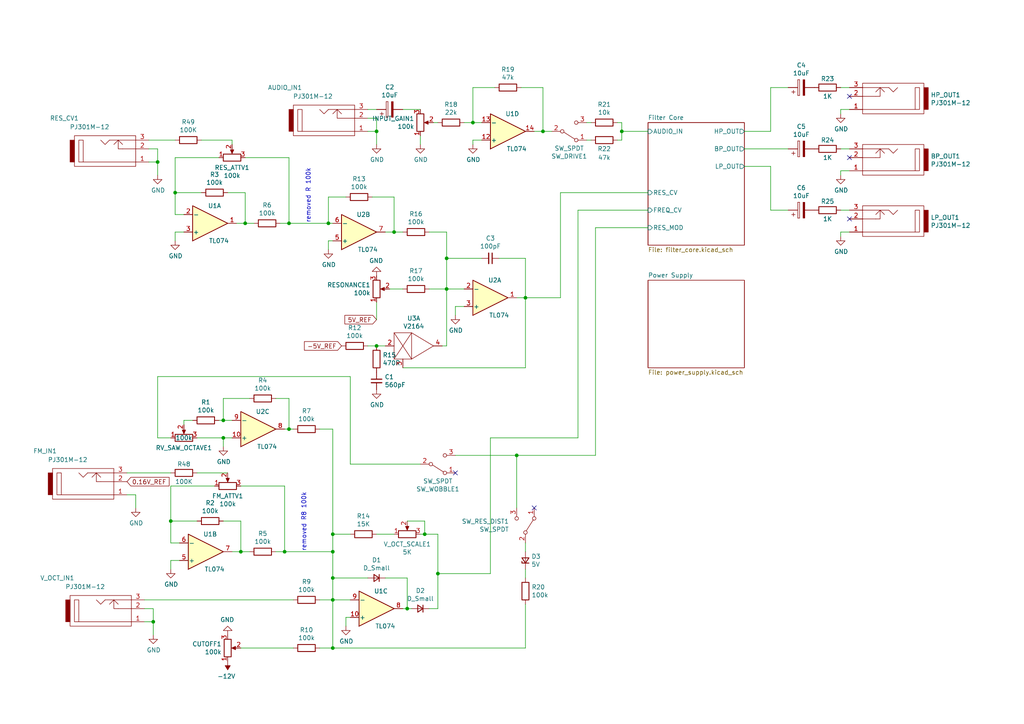
<source format=kicad_sch>
(kicad_sch (version 20211123) (generator eeschema)

  (uuid 73f5e233-6499-40b0-8959-22be145d4cb6)

  (paper "A4")

  (title_block
    (title "Schräg")
    (date "2019-08-04")
    (rev "1")
    (comment 1 "8HP Remix of the Bastl Cinnamon filter with CV control over resonance")
  )

  (lib_symbols
    (symbol "Amplifier_Operational:TL074" (pin_names (offset 0.127)) (in_bom yes) (on_board yes)
      (property "Reference" "U" (id 0) (at 0 5.08 0)
        (effects (font (size 1.27 1.27)) (justify left))
      )
      (property "Value" "TL074" (id 1) (at 0 -5.08 0)
        (effects (font (size 1.27 1.27)) (justify left))
      )
      (property "Footprint" "" (id 2) (at -1.27 2.54 0)
        (effects (font (size 1.27 1.27)) hide)
      )
      (property "Datasheet" "http://www.ti.com/lit/ds/symlink/tl071.pdf" (id 3) (at 1.27 5.08 0)
        (effects (font (size 1.27 1.27)) hide)
      )
      (property "ki_locked" "" (id 4) (at 0 0 0)
        (effects (font (size 1.27 1.27)))
      )
      (property "ki_keywords" "quad opamp" (id 5) (at 0 0 0)
        (effects (font (size 1.27 1.27)) hide)
      )
      (property "ki_description" "Quad Low-Noise JFET-Input Operational Amplifiers, DIP-14/SOIC-14" (id 6) (at 0 0 0)
        (effects (font (size 1.27 1.27)) hide)
      )
      (property "ki_fp_filters" "SOIC*3.9x8.7mm*P1.27mm* DIP*W7.62mm* TSSOP*4.4x5mm*P0.65mm* SSOP*5.3x6.2mm*P0.65mm* MSOP*3x3mm*P0.5mm*" (id 7) (at 0 0 0)
        (effects (font (size 1.27 1.27)) hide)
      )
      (symbol "TL074_1_1"
        (polyline
          (pts
            (xy -5.08 5.08)
            (xy 5.08 0)
            (xy -5.08 -5.08)
            (xy -5.08 5.08)
          )
          (stroke (width 0.254) (type default) (color 0 0 0 0))
          (fill (type background))
        )
        (pin output line (at 7.62 0 180) (length 2.54)
          (name "~" (effects (font (size 1.27 1.27))))
          (number "1" (effects (font (size 1.27 1.27))))
        )
        (pin input line (at -7.62 -2.54 0) (length 2.54)
          (name "-" (effects (font (size 1.27 1.27))))
          (number "2" (effects (font (size 1.27 1.27))))
        )
        (pin input line (at -7.62 2.54 0) (length 2.54)
          (name "+" (effects (font (size 1.27 1.27))))
          (number "3" (effects (font (size 1.27 1.27))))
        )
      )
      (symbol "TL074_2_1"
        (polyline
          (pts
            (xy -5.08 5.08)
            (xy 5.08 0)
            (xy -5.08 -5.08)
            (xy -5.08 5.08)
          )
          (stroke (width 0.254) (type default) (color 0 0 0 0))
          (fill (type background))
        )
        (pin input line (at -7.62 2.54 0) (length 2.54)
          (name "+" (effects (font (size 1.27 1.27))))
          (number "5" (effects (font (size 1.27 1.27))))
        )
        (pin input line (at -7.62 -2.54 0) (length 2.54)
          (name "-" (effects (font (size 1.27 1.27))))
          (number "6" (effects (font (size 1.27 1.27))))
        )
        (pin output line (at 7.62 0 180) (length 2.54)
          (name "~" (effects (font (size 1.27 1.27))))
          (number "7" (effects (font (size 1.27 1.27))))
        )
      )
      (symbol "TL074_3_1"
        (polyline
          (pts
            (xy -5.08 5.08)
            (xy 5.08 0)
            (xy -5.08 -5.08)
            (xy -5.08 5.08)
          )
          (stroke (width 0.254) (type default) (color 0 0 0 0))
          (fill (type background))
        )
        (pin input line (at -7.62 2.54 0) (length 2.54)
          (name "+" (effects (font (size 1.27 1.27))))
          (number "10" (effects (font (size 1.27 1.27))))
        )
        (pin output line (at 7.62 0 180) (length 2.54)
          (name "~" (effects (font (size 1.27 1.27))))
          (number "8" (effects (font (size 1.27 1.27))))
        )
        (pin input line (at -7.62 -2.54 0) (length 2.54)
          (name "-" (effects (font (size 1.27 1.27))))
          (number "9" (effects (font (size 1.27 1.27))))
        )
      )
      (symbol "TL074_4_1"
        (polyline
          (pts
            (xy -5.08 5.08)
            (xy 5.08 0)
            (xy -5.08 -5.08)
            (xy -5.08 5.08)
          )
          (stroke (width 0.254) (type default) (color 0 0 0 0))
          (fill (type background))
        )
        (pin input line (at -7.62 2.54 0) (length 2.54)
          (name "+" (effects (font (size 1.27 1.27))))
          (number "12" (effects (font (size 1.27 1.27))))
        )
        (pin input line (at -7.62 -2.54 0) (length 2.54)
          (name "-" (effects (font (size 1.27 1.27))))
          (number "13" (effects (font (size 1.27 1.27))))
        )
        (pin output line (at 7.62 0 180) (length 2.54)
          (name "~" (effects (font (size 1.27 1.27))))
          (number "14" (effects (font (size 1.27 1.27))))
        )
      )
      (symbol "TL074_5_1"
        (pin power_in line (at -2.54 -7.62 90) (length 3.81)
          (name "V-" (effects (font (size 1.27 1.27))))
          (number "11" (effects (font (size 1.27 1.27))))
        )
        (pin power_in line (at -2.54 7.62 270) (length 3.81)
          (name "V+" (effects (font (size 1.27 1.27))))
          (number "4" (effects (font (size 1.27 1.27))))
        )
      )
    )
    (symbol "Device:CP" (pin_numbers hide) (pin_names (offset 0.254)) (in_bom yes) (on_board yes)
      (property "Reference" "C" (id 0) (at 0.635 2.54 0)
        (effects (font (size 1.27 1.27)) (justify left))
      )
      (property "Value" "Device_CP" (id 1) (at 0.635 -2.54 0)
        (effects (font (size 1.27 1.27)) (justify left))
      )
      (property "Footprint" "" (id 2) (at 0.9652 -3.81 0)
        (effects (font (size 1.27 1.27)) hide)
      )
      (property "Datasheet" "" (id 3) (at 0 0 0)
        (effects (font (size 1.27 1.27)) hide)
      )
      (property "ki_fp_filters" "CP_*" (id 4) (at 0 0 0)
        (effects (font (size 1.27 1.27)) hide)
      )
      (symbol "CP_0_1"
        (rectangle (start -2.286 0.508) (end -2.286 1.016)
          (stroke (width 0) (type default) (color 0 0 0 0))
          (fill (type none))
        )
        (rectangle (start -2.286 0.508) (end 2.286 0.508)
          (stroke (width 0) (type default) (color 0 0 0 0))
          (fill (type none))
        )
        (polyline
          (pts
            (xy -1.778 2.286)
            (xy -0.762 2.286)
          )
          (stroke (width 0) (type default) (color 0 0 0 0))
          (fill (type none))
        )
        (polyline
          (pts
            (xy -1.27 2.794)
            (xy -1.27 1.778)
          )
          (stroke (width 0) (type default) (color 0 0 0 0))
          (fill (type none))
        )
        (rectangle (start 2.286 -0.508) (end -2.286 -1.016)
          (stroke (width 0) (type default) (color 0 0 0 0))
          (fill (type outline))
        )
        (rectangle (start 2.286 1.016) (end -2.286 1.016)
          (stroke (width 0) (type default) (color 0 0 0 0))
          (fill (type none))
        )
        (rectangle (start 2.286 1.016) (end 2.286 0.508)
          (stroke (width 0) (type default) (color 0 0 0 0))
          (fill (type none))
        )
      )
      (symbol "CP_1_1"
        (pin passive line (at 0 3.81 270) (length 2.794)
          (name "~" (effects (font (size 1.27 1.27))))
          (number "1" (effects (font (size 1.27 1.27))))
        )
        (pin passive line (at 0 -3.81 90) (length 2.794)
          (name "~" (effects (font (size 1.27 1.27))))
          (number "2" (effects (font (size 1.27 1.27))))
        )
      )
    )
    (symbol "Device:C_Small" (pin_numbers hide) (pin_names (offset 0.254) hide) (in_bom yes) (on_board yes)
      (property "Reference" "C" (id 0) (at 0.254 1.778 0)
        (effects (font (size 1.27 1.27)) (justify left))
      )
      (property "Value" "C_Small" (id 1) (at 0.254 -2.032 0)
        (effects (font (size 1.27 1.27)) (justify left))
      )
      (property "Footprint" "" (id 2) (at 0 0 0)
        (effects (font (size 1.27 1.27)) hide)
      )
      (property "Datasheet" "~" (id 3) (at 0 0 0)
        (effects (font (size 1.27 1.27)) hide)
      )
      (property "ki_keywords" "capacitor cap" (id 4) (at 0 0 0)
        (effects (font (size 1.27 1.27)) hide)
      )
      (property "ki_description" "Unpolarized capacitor, small symbol" (id 5) (at 0 0 0)
        (effects (font (size 1.27 1.27)) hide)
      )
      (property "ki_fp_filters" "C_*" (id 6) (at 0 0 0)
        (effects (font (size 1.27 1.27)) hide)
      )
      (symbol "C_Small_0_1"
        (polyline
          (pts
            (xy -1.524 -0.508)
            (xy 1.524 -0.508)
          )
          (stroke (width 0.3302) (type default) (color 0 0 0 0))
          (fill (type none))
        )
        (polyline
          (pts
            (xy -1.524 0.508)
            (xy 1.524 0.508)
          )
          (stroke (width 0.3048) (type default) (color 0 0 0 0))
          (fill (type none))
        )
      )
      (symbol "C_Small_1_1"
        (pin passive line (at 0 2.54 270) (length 2.032)
          (name "~" (effects (font (size 1.27 1.27))))
          (number "1" (effects (font (size 1.27 1.27))))
        )
        (pin passive line (at 0 -2.54 90) (length 2.032)
          (name "~" (effects (font (size 1.27 1.27))))
          (number "2" (effects (font (size 1.27 1.27))))
        )
      )
    )
    (symbol "Device:D_Small" (pin_numbers hide) (pin_names (offset 0.254) hide) (in_bom yes) (on_board yes)
      (property "Reference" "D" (id 0) (at -1.27 2.032 0)
        (effects (font (size 1.27 1.27)) (justify left))
      )
      (property "Value" "D_Small" (id 1) (at -3.81 -2.032 0)
        (effects (font (size 1.27 1.27)) (justify left))
      )
      (property "Footprint" "" (id 2) (at 0 0 90)
        (effects (font (size 1.27 1.27)) hide)
      )
      (property "Datasheet" "~" (id 3) (at 0 0 90)
        (effects (font (size 1.27 1.27)) hide)
      )
      (property "ki_keywords" "diode" (id 4) (at 0 0 0)
        (effects (font (size 1.27 1.27)) hide)
      )
      (property "ki_description" "Diode, small symbol" (id 5) (at 0 0 0)
        (effects (font (size 1.27 1.27)) hide)
      )
      (property "ki_fp_filters" "TO-???* *_Diode_* *SingleDiode* D_*" (id 6) (at 0 0 0)
        (effects (font (size 1.27 1.27)) hide)
      )
      (symbol "D_Small_0_1"
        (polyline
          (pts
            (xy -0.762 -1.016)
            (xy -0.762 1.016)
          )
          (stroke (width 0.254) (type default) (color 0 0 0 0))
          (fill (type none))
        )
        (polyline
          (pts
            (xy -0.762 0)
            (xy 0.762 0)
          )
          (stroke (width 0) (type default) (color 0 0 0 0))
          (fill (type none))
        )
        (polyline
          (pts
            (xy 0.762 -1.016)
            (xy -0.762 0)
            (xy 0.762 1.016)
            (xy 0.762 -1.016)
          )
          (stroke (width 0.254) (type default) (color 0 0 0 0))
          (fill (type none))
        )
      )
      (symbol "D_Small_1_1"
        (pin passive line (at -2.54 0 0) (length 1.778)
          (name "K" (effects (font (size 1.27 1.27))))
          (number "1" (effects (font (size 1.27 1.27))))
        )
        (pin passive line (at 2.54 0 180) (length 1.778)
          (name "A" (effects (font (size 1.27 1.27))))
          (number "2" (effects (font (size 1.27 1.27))))
        )
      )
    )
    (symbol "Device:D_Zener_Small" (pin_numbers hide) (pin_names (offset 0.254) hide) (in_bom yes) (on_board yes)
      (property "Reference" "D" (id 0) (at 0 2.286 0)
        (effects (font (size 1.27 1.27)))
      )
      (property "Value" "D_Zener_Small" (id 1) (at 0 -2.286 0)
        (effects (font (size 1.27 1.27)))
      )
      (property "Footprint" "" (id 2) (at 0 0 90)
        (effects (font (size 1.27 1.27)) hide)
      )
      (property "Datasheet" "~" (id 3) (at 0 0 90)
        (effects (font (size 1.27 1.27)) hide)
      )
      (property "ki_keywords" "diode" (id 4) (at 0 0 0)
        (effects (font (size 1.27 1.27)) hide)
      )
      (property "ki_description" "Zener diode, small symbol" (id 5) (at 0 0 0)
        (effects (font (size 1.27 1.27)) hide)
      )
      (property "ki_fp_filters" "TO-???* *_Diode_* *SingleDiode* D_*" (id 6) (at 0 0 0)
        (effects (font (size 1.27 1.27)) hide)
      )
      (symbol "D_Zener_Small_0_1"
        (polyline
          (pts
            (xy 0.762 0)
            (xy -0.762 0)
          )
          (stroke (width 0) (type default) (color 0 0 0 0))
          (fill (type none))
        )
        (polyline
          (pts
            (xy -0.254 1.016)
            (xy -0.762 1.016)
            (xy -0.762 -1.016)
          )
          (stroke (width 0.254) (type default) (color 0 0 0 0))
          (fill (type none))
        )
        (polyline
          (pts
            (xy 0.762 1.016)
            (xy -0.762 0)
            (xy 0.762 -1.016)
            (xy 0.762 1.016)
          )
          (stroke (width 0.254) (type default) (color 0 0 0 0))
          (fill (type none))
        )
      )
      (symbol "D_Zener_Small_1_1"
        (pin passive line (at -2.54 0 0) (length 1.778)
          (name "K" (effects (font (size 1.27 1.27))))
          (number "1" (effects (font (size 1.27 1.27))))
        )
        (pin passive line (at 2.54 0 180) (length 1.778)
          (name "A" (effects (font (size 1.27 1.27))))
          (number "2" (effects (font (size 1.27 1.27))))
        )
      )
    )
    (symbol "Device:R" (pin_numbers hide) (pin_names (offset 0)) (in_bom yes) (on_board yes)
      (property "Reference" "R" (id 0) (at 2.032 0 90)
        (effects (font (size 1.27 1.27)))
      )
      (property "Value" "R" (id 1) (at 0 0 90)
        (effects (font (size 1.27 1.27)))
      )
      (property "Footprint" "" (id 2) (at -1.778 0 90)
        (effects (font (size 1.27 1.27)) hide)
      )
      (property "Datasheet" "~" (id 3) (at 0 0 0)
        (effects (font (size 1.27 1.27)) hide)
      )
      (property "ki_keywords" "R res resistor" (id 4) (at 0 0 0)
        (effects (font (size 1.27 1.27)) hide)
      )
      (property "ki_description" "Resistor" (id 5) (at 0 0 0)
        (effects (font (size 1.27 1.27)) hide)
      )
      (property "ki_fp_filters" "R_*" (id 6) (at 0 0 0)
        (effects (font (size 1.27 1.27)) hide)
      )
      (symbol "R_0_1"
        (rectangle (start -1.016 -2.54) (end 1.016 2.54)
          (stroke (width 0.254) (type default) (color 0 0 0 0))
          (fill (type none))
        )
      )
      (symbol "R_1_1"
        (pin passive line (at 0 3.81 270) (length 1.27)
          (name "~" (effects (font (size 1.27 1.27))))
          (number "1" (effects (font (size 1.27 1.27))))
        )
        (pin passive line (at 0 -3.81 90) (length 1.27)
          (name "~" (effects (font (size 1.27 1.27))))
          (number "2" (effects (font (size 1.27 1.27))))
        )
      )
    )
    (symbol "Device:R_POT" (pin_names (offset 1.016) hide) (in_bom yes) (on_board yes)
      (property "Reference" "RV" (id 0) (at -4.445 0 90)
        (effects (font (size 1.27 1.27)))
      )
      (property "Value" "Device_R_POT" (id 1) (at -2.54 0 90)
        (effects (font (size 1.27 1.27)))
      )
      (property "Footprint" "" (id 2) (at 0 0 0)
        (effects (font (size 1.27 1.27)) hide)
      )
      (property "Datasheet" "" (id 3) (at 0 0 0)
        (effects (font (size 1.27 1.27)) hide)
      )
      (property "ki_fp_filters" "Potentiometer*" (id 4) (at 0 0 0)
        (effects (font (size 1.27 1.27)) hide)
      )
      (symbol "R_POT_0_1"
        (polyline
          (pts
            (xy 2.54 0)
            (xy 1.524 0)
          )
          (stroke (width 0) (type default) (color 0 0 0 0))
          (fill (type none))
        )
        (polyline
          (pts
            (xy 1.143 0)
            (xy 2.286 0.508)
            (xy 2.286 -0.508)
            (xy 1.143 0)
          )
          (stroke (width 0) (type default) (color 0 0 0 0))
          (fill (type outline))
        )
        (rectangle (start 1.016 2.54) (end -1.016 -2.54)
          (stroke (width 0.254) (type default) (color 0 0 0 0))
          (fill (type none))
        )
      )
      (symbol "R_POT_1_1"
        (pin passive line (at 0 3.81 270) (length 1.27)
          (name "1" (effects (font (size 1.27 1.27))))
          (number "1" (effects (font (size 1.27 1.27))))
        )
        (pin passive line (at 3.81 0 180) (length 1.27)
          (name "2" (effects (font (size 1.27 1.27))))
          (number "2" (effects (font (size 1.27 1.27))))
        )
        (pin passive line (at 0 -3.81 90) (length 1.27)
          (name "3" (effects (font (size 1.27 1.27))))
          (number "3" (effects (font (size 1.27 1.27))))
        )
      )
    )
    (symbol "Switch:SW_SPDT" (pin_names (offset 0) hide) (in_bom yes) (on_board yes)
      (property "Reference" "SW" (id 0) (at 0 4.318 0)
        (effects (font (size 1.27 1.27)))
      )
      (property "Value" "SW_SPDT" (id 1) (at 0 -5.08 0)
        (effects (font (size 1.27 1.27)))
      )
      (property "Footprint" "" (id 2) (at 0 0 0)
        (effects (font (size 1.27 1.27)) hide)
      )
      (property "Datasheet" "~" (id 3) (at 0 0 0)
        (effects (font (size 1.27 1.27)) hide)
      )
      (property "ki_keywords" "switch single-pole double-throw spdt ON-ON" (id 4) (at 0 0 0)
        (effects (font (size 1.27 1.27)) hide)
      )
      (property "ki_description" "Switch, single pole double throw" (id 5) (at 0 0 0)
        (effects (font (size 1.27 1.27)) hide)
      )
      (symbol "SW_SPDT_0_0"
        (circle (center -2.032 0) (radius 0.508)
          (stroke (width 0) (type default) (color 0 0 0 0))
          (fill (type none))
        )
        (circle (center 2.032 -2.54) (radius 0.508)
          (stroke (width 0) (type default) (color 0 0 0 0))
          (fill (type none))
        )
      )
      (symbol "SW_SPDT_0_1"
        (polyline
          (pts
            (xy -1.524 0.254)
            (xy 1.651 2.286)
          )
          (stroke (width 0) (type default) (color 0 0 0 0))
          (fill (type none))
        )
        (circle (center 2.032 2.54) (radius 0.508)
          (stroke (width 0) (type default) (color 0 0 0 0))
          (fill (type none))
        )
      )
      (symbol "SW_SPDT_1_1"
        (pin passive line (at 5.08 2.54 180) (length 2.54)
          (name "A" (effects (font (size 1.27 1.27))))
          (number "1" (effects (font (size 1.27 1.27))))
        )
        (pin passive line (at -5.08 0 0) (length 2.54)
          (name "B" (effects (font (size 1.27 1.27))))
          (number "2" (effects (font (size 1.27 1.27))))
        )
        (pin passive line (at 5.08 -2.54 180) (length 2.54)
          (name "C" (effects (font (size 1.27 1.27))))
          (number "3" (effects (font (size 1.27 1.27))))
        )
      )
    )
    (symbol "eurocad:PJ301M-12" (pin_names (offset 1.016)) (in_bom yes) (on_board yes)
      (property "Reference" "J" (id 0) (at -8.89 -5.08 0)
        (effects (font (size 1.27 1.27)))
      )
      (property "Value" "eurocad_PJ301M-12" (id 1) (at -3.81 6.35 0)
        (effects (font (size 1.27 1.27)))
      )
      (property "Footprint" "" (id 2) (at 0 0 0)
        (effects (font (size 1.27 1.27)))
      )
      (property "Datasheet" "" (id 3) (at 0 0 0)
        (effects (font (size 1.27 1.27)))
      )
      (symbol "PJ301M-12_0_1"
        (rectangle (start -11.43 3.81) (end -10.16 -2.54)
          (stroke (width 0) (type default) (color 0 0 0 0))
          (fill (type outline))
        )
        (polyline
          (pts
            (xy 3.81 0)
            (xy 7.62 0)
            (xy 7.62 0)
          )
          (stroke (width 0) (type default) (color 0 0 0 0))
          (fill (type none))
        )
        (polyline
          (pts
            (xy 0 -2.54)
            (xy -1.27 -1.27)
            (xy -2.54 -2.54)
            (xy -2.54 -2.54)
          )
          (stroke (width 0) (type default) (color 0 0 0 0))
          (fill (type none))
        )
        (polyline
          (pts
            (xy 0 -2.54)
            (xy 7.62 -2.54)
            (xy 7.62 -2.54)
            (xy 7.62 -2.54)
          )
          (stroke (width 0) (type default) (color 0 0 0 0))
          (fill (type none))
        )
        (polyline
          (pts
            (xy 1.27 -1.27)
            (xy 2.54 -2.54)
            (xy 3.81 -1.27)
            (xy 3.81 -1.27)
          )
          (stroke (width 0) (type default) (color 0 0 0 0))
          (fill (type none))
        )
        (polyline
          (pts
            (xy 3.81 0)
            (xy 2.54 0)
            (xy 2.54 -2.54)
            (xy 2.54 -2.54)
          )
          (stroke (width 0) (type default) (color 0 0 0 0))
          (fill (type none))
        )
        (polyline
          (pts
            (xy 7.62 3.81)
            (xy -8.89 3.81)
            (xy -8.89 -2.54)
            (xy -7.62 -2.54)
            (xy -7.62 3.81)
          )
          (stroke (width 0) (type default) (color 0 0 0 0))
          (fill (type none))
        )
        (rectangle (start 7.62 -3.81) (end -10.16 5.08)
          (stroke (width 0) (type default) (color 0 0 0 0))
          (fill (type none))
        )
      )
      (symbol "PJ301M-12_1_1"
        (pin passive line (at 11.43 3.81 180) (length 3.81)
          (name "~" (effects (font (size 1.27 1.27))))
          (number "1" (effects (font (size 1.27 1.27))))
        )
        (pin passive line (at 11.43 0 180) (length 3.81)
          (name "~" (effects (font (size 1.27 1.27))))
          (number "2" (effects (font (size 1.27 1.27))))
        )
        (pin passive line (at 11.43 -2.54 180) (length 3.81)
          (name "~" (effects (font (size 1.27 1.27))))
          (number "3" (effects (font (size 1.27 1.27))))
        )
      )
    )
    (symbol "power:-12V" (power) (pin_names (offset 0)) (in_bom yes) (on_board yes)
      (property "Reference" "#PWR" (id 0) (at 0 2.54 0)
        (effects (font (size 1.27 1.27)) hide)
      )
      (property "Value" "-12V" (id 1) (at 0 3.81 0)
        (effects (font (size 1.27 1.27)))
      )
      (property "Footprint" "" (id 2) (at 0 0 0)
        (effects (font (size 1.27 1.27)) hide)
      )
      (property "Datasheet" "" (id 3) (at 0 0 0)
        (effects (font (size 1.27 1.27)) hide)
      )
      (property "ki_keywords" "power-flag" (id 4) (at 0 0 0)
        (effects (font (size 1.27 1.27)) hide)
      )
      (property "ki_description" "Power symbol creates a global label with name \"-12V\"" (id 5) (at 0 0 0)
        (effects (font (size 1.27 1.27)) hide)
      )
      (symbol "-12V_0_0"
        (pin power_in line (at 0 0 90) (length 0) hide
          (name "-12V" (effects (font (size 1.27 1.27))))
          (number "1" (effects (font (size 1.27 1.27))))
        )
      )
      (symbol "-12V_0_1"
        (polyline
          (pts
            (xy 0 0)
            (xy 0 1.27)
            (xy 0.762 1.27)
            (xy 0 2.54)
            (xy -0.762 1.27)
            (xy 0 1.27)
          )
          (stroke (width 0) (type default) (color 0 0 0 0))
          (fill (type outline))
        )
      )
    )
    (symbol "power:GND" (power) (pin_names (offset 0)) (in_bom yes) (on_board yes)
      (property "Reference" "#PWR" (id 0) (at 0 -6.35 0)
        (effects (font (size 1.27 1.27)) hide)
      )
      (property "Value" "GND" (id 1) (at 0 -3.81 0)
        (effects (font (size 1.27 1.27)))
      )
      (property "Footprint" "" (id 2) (at 0 0 0)
        (effects (font (size 1.27 1.27)) hide)
      )
      (property "Datasheet" "" (id 3) (at 0 0 0)
        (effects (font (size 1.27 1.27)) hide)
      )
      (property "ki_keywords" "power-flag" (id 4) (at 0 0 0)
        (effects (font (size 1.27 1.27)) hide)
      )
      (property "ki_description" "Power symbol creates a global label with name \"GND\" , ground" (id 5) (at 0 0 0)
        (effects (font (size 1.27 1.27)) hide)
      )
      (symbol "GND_0_1"
        (polyline
          (pts
            (xy 0 0)
            (xy 0 -1.27)
            (xy 1.27 -1.27)
            (xy 0 -2.54)
            (xy -1.27 -1.27)
            (xy 0 -1.27)
          )
          (stroke (width 0) (type default) (color 0 0 0 0))
          (fill (type none))
        )
      )
      (symbol "GND_1_1"
        (pin power_in line (at 0 0 270) (length 0) hide
          (name "GND" (effects (font (size 1.27 1.27))))
          (number "1" (effects (font (size 1.27 1.27))))
        )
      )
    )
    (symbol "v2164:V2164" (pin_names (offset 1.016)) (in_bom yes) (on_board yes)
      (property "Reference" "U" (id 0) (at 2.54 8.89 0)
        (effects (font (size 1.27 1.27)))
      )
      (property "Value" "v2164_V2164" (id 1) (at 2.54 6.35 0)
        (effects (font (size 1.27 1.27)))
      )
      (property "Footprint" "" (id 2) (at 0 0 0)
        (effects (font (size 1.27 1.27)) hide)
      )
      (property "Datasheet" "" (id 3) (at 0 0 0)
        (effects (font (size 1.27 1.27)) hide)
      )
      (property "ki_locked" "" (id 4) (at 0 0 0)
        (effects (font (size 1.27 1.27)))
      )
      (symbol "V2164_1_1"
        (rectangle (start -5.08 3.81) (end 0 -3.81)
          (stroke (width 0) (type default) (color 0 0 0 0))
          (fill (type none))
        )
        (polyline
          (pts
            (xy -5.08 -3.81)
            (xy 0 3.81)
          )
          (stroke (width 0) (type default) (color 0 0 0 0))
          (fill (type none))
        )
        (polyline
          (pts
            (xy -5.08 3.81)
            (xy 0 -3.81)
          )
          (stroke (width 0) (type default) (color 0 0 0 0))
          (fill (type none))
        )
        (polyline
          (pts
            (xy 0 -3.81)
            (xy 6.35 0)
            (xy 0 3.81)
          )
          (stroke (width 0) (type default) (color 0 0 0 0))
          (fill (type none))
        )
        (pin input line (at -7.62 0 0) (length 2.54)
          (name "~" (effects (font (size 1.27 1.27))))
          (number "2" (effects (font (size 1.27 1.27))))
        )
        (pin input line (at -2.54 6.35 270) (length 2.54)
          (name "~" (effects (font (size 1.27 1.27))))
          (number "3" (effects (font (size 1.27 1.27))))
        )
        (pin output line (at 8.89 0 180) (length 2.54)
          (name "~" (effects (font (size 1.27 1.27))))
          (number "4" (effects (font (size 1.27 1.27))))
        )
      )
      (symbol "V2164_2_1"
        (rectangle (start -5.08 3.81) (end 0 -3.81)
          (stroke (width 0) (type default) (color 0 0 0 0))
          (fill (type none))
        )
        (polyline
          (pts
            (xy -5.08 -3.81)
            (xy 0 3.81)
          )
          (stroke (width 0) (type default) (color 0 0 0 0))
          (fill (type none))
        )
        (polyline
          (pts
            (xy -5.08 3.81)
            (xy 0 -3.81)
          )
          (stroke (width 0) (type default) (color 0 0 0 0))
          (fill (type none))
        )
        (polyline
          (pts
            (xy 0 -3.81)
            (xy 6.35 0)
            (xy 0 3.81)
          )
          (stroke (width 0) (type default) (color 0 0 0 0))
          (fill (type none))
        )
        (pin output line (at 8.89 0 180) (length 2.54)
          (name "~" (effects (font (size 1.27 1.27))))
          (number "5" (effects (font (size 1.27 1.27))))
        )
        (pin input line (at -2.54 6.35 270) (length 2.54)
          (name "~" (effects (font (size 1.27 1.27))))
          (number "6" (effects (font (size 1.27 1.27))))
        )
        (pin input line (at -7.62 0 0) (length 2.54)
          (name "~" (effects (font (size 1.27 1.27))))
          (number "7" (effects (font (size 1.27 1.27))))
        )
      )
      (symbol "V2164_3_1"
        (rectangle (start -5.08 3.81) (end 0 -3.81)
          (stroke (width 0) (type default) (color 0 0 0 0))
          (fill (type none))
        )
        (polyline
          (pts
            (xy -5.08 -3.81)
            (xy 0 3.81)
          )
          (stroke (width 0) (type default) (color 0 0 0 0))
          (fill (type none))
        )
        (polyline
          (pts
            (xy -5.08 3.81)
            (xy 0 -3.81)
          )
          (stroke (width 0) (type default) (color 0 0 0 0))
          (fill (type none))
        )
        (polyline
          (pts
            (xy 0 -3.81)
            (xy 6.35 0)
            (xy 0 3.81)
          )
          (stroke (width 0) (type default) (color 0 0 0 0))
          (fill (type none))
        )
        (pin input line (at -7.62 0 0) (length 2.54)
          (name "~" (effects (font (size 1.27 1.27))))
          (number "10" (effects (font (size 1.27 1.27))))
        )
        (pin input line (at -2.54 6.35 270) (length 2.54)
          (name "~" (effects (font (size 1.27 1.27))))
          (number "11" (effects (font (size 1.27 1.27))))
        )
        (pin output line (at 8.89 0 180) (length 2.54)
          (name "~" (effects (font (size 1.27 1.27))))
          (number "12" (effects (font (size 1.27 1.27))))
        )
      )
      (symbol "V2164_4_1"
        (rectangle (start -5.08 3.81) (end 0 -3.81)
          (stroke (width 0) (type default) (color 0 0 0 0))
          (fill (type none))
        )
        (polyline
          (pts
            (xy -5.08 -3.81)
            (xy 0 3.81)
          )
          (stroke (width 0) (type default) (color 0 0 0 0))
          (fill (type none))
        )
        (polyline
          (pts
            (xy -5.08 3.81)
            (xy 0 -3.81)
          )
          (stroke (width 0) (type default) (color 0 0 0 0))
          (fill (type none))
        )
        (polyline
          (pts
            (xy 0 -3.81)
            (xy 6.35 0)
            (xy 0 3.81)
          )
          (stroke (width 0) (type default) (color 0 0 0 0))
          (fill (type none))
        )
        (pin output line (at 8.89 0 180) (length 2.54)
          (name "~" (effects (font (size 1.27 1.27))))
          (number "13" (effects (font (size 1.27 1.27))))
        )
        (pin input line (at -2.54 6.35 270) (length 2.54)
          (name "~" (effects (font (size 1.27 1.27))))
          (number "14" (effects (font (size 1.27 1.27))))
        )
        (pin input line (at -7.62 0 0) (length 2.54)
          (name "~" (effects (font (size 1.27 1.27))))
          (number "15" (effects (font (size 1.27 1.27))))
        )
      )
      (symbol "V2164_5_1"
        (rectangle (start 5.08 5.08) (end -2.54 -5.08)
          (stroke (width 0) (type default) (color 0 0 0 0))
          (fill (type none))
        )
        (pin input line (at 7.62 3.81 180) (length 2.54)
          (name "MODE" (effects (font (size 1.27 1.27))))
          (number "1" (effects (font (size 1.27 1.27))))
        )
        (pin power_in line (at 7.62 1.27 180) (length 2.54)
          (name "V+" (effects (font (size 1.27 1.27))))
          (number "16" (effects (font (size 1.27 1.27))))
        )
        (pin power_in line (at 7.62 -1.27 180) (length 2.54)
          (name "GND" (effects (font (size 1.27 1.27))))
          (number "8" (effects (font (size 1.27 1.27))))
        )
        (pin power_in line (at 7.62 -3.81 180) (length 2.54)
          (name "-V" (effects (font (size 1.27 1.27))))
          (number "9" (effects (font (size 1.27 1.27))))
        )
      )
    )
  )

  (junction (at 96.52 154.94) (diameter 0) (color 0 0 0 0)
    (uuid 08f3d03f-cb5a-4f77-8fef-fa5b0e59b14a)
  )
  (junction (at 123.19 154.94) (diameter 0) (color 0 0 0 0)
    (uuid 0919ca69-fd93-4959-8913-c0e9d60d3030)
  )
  (junction (at 114.3 67.31) (diameter 0) (color 0 0 0 0)
    (uuid 0ea647db-f0c2-49c0-990e-6f0e52cd9bc4)
  )
  (junction (at 69.85 160.02) (diameter 0) (color 0 0 0 0)
    (uuid 10122c64-d962-4d38-8060-268f0fb27a74)
  )
  (junction (at 83.82 64.77) (diameter 0) (color 0 0 0 0)
    (uuid 24653b41-c2f5-4c8d-bb64-97e71437488d)
  )
  (junction (at 83.82 124.46) (diameter 0) (color 0 0 0 0)
    (uuid 28a3d0f0-b3b7-47ed-ae99-ff90e0c17a53)
  )
  (junction (at 44.45 180.34) (diameter 0) (color 0 0 0 0)
    (uuid 2ab4147c-5e37-45aa-b469-1ae5cc32940e)
  )
  (junction (at 129.54 83.82) (diameter 0) (color 0 0 0 0)
    (uuid 2cdb3a88-99da-4f0e-9c78-9f817b2db6ed)
  )
  (junction (at 50.8 55.88) (diameter 0) (color 0 0 0 0)
    (uuid 2fa677b2-02ef-4de5-bce4-2cc497ff0ce6)
  )
  (junction (at 96.52 173.99) (diameter 0) (color 0 0 0 0)
    (uuid 35368b4e-036d-41e0-8326-960fae5bf2e2)
  )
  (junction (at 82.55 160.02) (diameter 0) (color 0 0 0 0)
    (uuid 4ec95d53-47b7-4d5e-97b1-3f5c300a4fed)
  )
  (junction (at 180.34 38.1) (diameter 0) (color 0 0 0 0)
    (uuid 4ff75f09-abf7-4baa-85a2-cf134bf7d7b8)
  )
  (junction (at 129.54 74.93) (diameter 0) (color 0 0 0 0)
    (uuid 56019801-b6b3-4461-8ad8-e26d50f44aa8)
  )
  (junction (at 157.48 38.1) (diameter 0) (color 0 0 0 0)
    (uuid 5e03ced4-c6d0-44d1-b750-59525dc3560b)
  )
  (junction (at 64.77 127) (diameter 0) (color 0 0 0 0)
    (uuid 5e67756a-70cb-41f2-9d60-5cd429ff3bfa)
  )
  (junction (at 109.22 100.33) (diameter 0) (color 0 0 0 0)
    (uuid 82e7d84a-1d8b-43f4-ade1-c2bc061a6b89)
  )
  (junction (at 96.52 187.96) (diameter 0) (color 0 0 0 0)
    (uuid 8d29b3c2-b0a4-4ee9-9474-7e8859b146ba)
  )
  (junction (at 95.25 64.77) (diameter 0) (color 0 0 0 0)
    (uuid 8d7ea448-7878-419b-b1cd-b0fdb5e7031c)
  )
  (junction (at 49.53 151.13) (diameter 0) (color 0 0 0 0)
    (uuid 8fd17404-6fc3-41ad-844e-87a243184cb4)
  )
  (junction (at 109.22 38.1) (diameter 0) (color 0 0 0 0)
    (uuid a2f553d7-6fab-4e5f-9980-3d30da6e00f2)
  )
  (junction (at 45.72 46.99) (diameter 0) (color 0 0 0 0)
    (uuid aeb9fb16-f6db-4390-9129-2378f922d8fe)
  )
  (junction (at 137.16 35.56) (diameter 0) (color 0 0 0 0)
    (uuid bc38abb9-6652-40de-9d61-2bbcf1410e9c)
  )
  (junction (at 118.11 176.53) (diameter 0) (color 0 0 0 0)
    (uuid bca16ef0-a103-4808-8e0d-f3494e6d1e4c)
  )
  (junction (at 96.52 167.64) (diameter 0) (color 0 0 0 0)
    (uuid c0799d39-1647-4f55-9790-65a90a6d670f)
  )
  (junction (at 149.86 132.08) (diameter 0) (color 0 0 0 0)
    (uuid c239d490-2278-44f8-8408-e3624dd70831)
  )
  (junction (at 96.52 160.02) (diameter 0) (color 0 0 0 0)
    (uuid ca35438e-85f7-451f-bd5c-b9e930526284)
  )
  (junction (at 71.12 64.77) (diameter 0) (color 0 0 0 0)
    (uuid cd342e42-b76e-4869-8986-01ccdae568a9)
  )
  (junction (at 64.77 121.92) (diameter 0) (color 0 0 0 0)
    (uuid df7e4e30-b8d5-4f4b-a24f-39298e982d26)
  )
  (junction (at 152.4 86.36) (diameter 0) (color 0 0 0 0)
    (uuid fe53dc49-cb29-4f91-9dcd-2e009521c754)
  )
  (junction (at 127 166.37) (diameter 0) (color 0 0 0 0)
    (uuid ff659a09-0924-4be9-bffe-5c293420f817)
  )

  (no_connect (at 246.38 63.5) (uuid 50493e0d-e984-462c-8173-479918010401))
  (no_connect (at 132.08 137.16) (uuid 9810ebba-9f9b-40ab-b475-4c39d9164eae))
  (no_connect (at 154.94 147.32) (uuid ae9beb0d-b808-443c-ac39-207ab598e559))
  (no_connect (at 246.38 27.94) (uuid d6a998ba-a873-470a-96d1-3470bad69f38))
  (no_connect (at 246.38 45.72) (uuid ef295287-8b6d-4ebe-896a-7b60d3cfcd4f))

  (wire (pts (xy 69.85 160.02) (xy 67.31 160.02))
    (stroke (width 0) (type default) (color 0 0 0 0))
    (uuid 0031c659-0d07-4eb8-8ec5-29e10e25a97e)
  )
  (wire (pts (xy 50.8 62.23) (xy 53.34 62.23))
    (stroke (width 0) (type default) (color 0 0 0 0))
    (uuid 00a8e93d-43ee-46f6-ba7e-8dc75b35da2c)
  )
  (wire (pts (xy 67.31 40.64) (xy 67.31 41.91))
    (stroke (width 0) (type default) (color 0 0 0 0))
    (uuid 01e3590f-8419-4ec2-af79-90290027acf9)
  )
  (wire (pts (xy 49.53 140.97) (xy 49.53 151.13))
    (stroke (width 0) (type default) (color 0 0 0 0))
    (uuid 0431c6f5-993e-445d-bfe0-f8afd2afea89)
  )
  (wire (pts (xy 157.48 38.1) (xy 154.94 38.1))
    (stroke (width 0) (type default) (color 0 0 0 0))
    (uuid 05776713-34ae-4195-8bc6-dc849fe8fc59)
  )
  (wire (pts (xy 64.77 127) (xy 64.77 129.54))
    (stroke (width 0) (type default) (color 0 0 0 0))
    (uuid 0a0ed2d5-1ed0-47b7-b4f4-fb0d0f7c9669)
  )
  (wire (pts (xy 132.08 88.9) (xy 132.08 91.44))
    (stroke (width 0) (type default) (color 0 0 0 0))
    (uuid 0b9110fb-cfc1-4c6e-afa7-8ebe9b19ce57)
  )
  (wire (pts (xy 121.92 39.37) (xy 121.92 41.91))
    (stroke (width 0) (type default) (color 0 0 0 0))
    (uuid 0f1bdfda-9e33-4e7e-8536-2c57317c6124)
  )
  (wire (pts (xy 119.38 176.53) (xy 118.11 176.53))
    (stroke (width 0) (type default) (color 0 0 0 0))
    (uuid 1034f91f-9caa-4d52-b1d9-f295693835e7)
  )
  (wire (pts (xy 82.55 140.97) (xy 82.55 160.02))
    (stroke (width 0) (type default) (color 0 0 0 0))
    (uuid 135e8cde-1a27-46e0-b466-9117cb5aa972)
  )
  (wire (pts (xy 124.46 83.82) (xy 129.54 83.82))
    (stroke (width 0) (type default) (color 0 0 0 0))
    (uuid 13eea325-98e2-4537-bcaa-a56eaf103a12)
  )
  (wire (pts (xy 142.24 127) (xy 167.64 127))
    (stroke (width 0) (type default) (color 0 0 0 0))
    (uuid 160fa85a-02b6-4995-8dcd-8b3be615039b)
  )
  (wire (pts (xy 124.46 176.53) (xy 127 176.53))
    (stroke (width 0) (type default) (color 0 0 0 0))
    (uuid 161f1991-a3cd-4a74-8cbc-6d03157c31f1)
  )
  (wire (pts (xy 125.73 35.56) (xy 127 35.56))
    (stroke (width 0) (type default) (color 0 0 0 0))
    (uuid 1643a9f0-60f6-4fe6-8b1b-4e2a2512f8d7)
  )
  (wire (pts (xy 43.18 43.18) (xy 45.72 43.18))
    (stroke (width 0) (type default) (color 0 0 0 0))
    (uuid 19415055-5e7b-470c-aef0-d28867224113)
  )
  (wire (pts (xy 243.84 31.75) (xy 243.84 33.02))
    (stroke (width 0) (type default) (color 0 0 0 0))
    (uuid 19ff652d-041c-41f0-abff-d3a20fbdb68f)
  )
  (wire (pts (xy 96.52 154.94) (xy 96.52 160.02))
    (stroke (width 0) (type default) (color 0 0 0 0))
    (uuid 1a7d9ffa-1e53-4fe7-8e78-1e293ad9d8ac)
  )
  (wire (pts (xy 129.54 83.82) (xy 134.62 83.82))
    (stroke (width 0) (type default) (color 0 0 0 0))
    (uuid 1cb8b465-4d6a-4246-8d45-dc8a344c1e47)
  )
  (wire (pts (xy 67.31 127) (xy 64.77 127))
    (stroke (width 0) (type default) (color 0 0 0 0))
    (uuid 1d93ed1f-bc36-4d8f-aafa-7150a7599c2c)
  )
  (wire (pts (xy 114.3 67.31) (xy 116.84 67.31))
    (stroke (width 0) (type default) (color 0 0 0 0))
    (uuid 226fac65-693b-4dad-a5c3-d6e6ccda35fa)
  )
  (wire (pts (xy 116.84 106.68) (xy 152.4 106.68))
    (stroke (width 0) (type default) (color 0 0 0 0))
    (uuid 2316b40b-6740-4851-8ffa-28eedee3b796)
  )
  (wire (pts (xy 137.16 40.64) (xy 137.16 41.91))
    (stroke (width 0) (type default) (color 0 0 0 0))
    (uuid 26e2e8a0-0908-4de5-b14d-9f59a549521d)
  )
  (wire (pts (xy 157.48 25.4) (xy 157.48 38.1))
    (stroke (width 0) (type default) (color 0 0 0 0))
    (uuid 28a77e99-7ce3-4e8d-8db9-bf72047fe18b)
  )
  (wire (pts (xy 69.85 187.96) (xy 85.09 187.96))
    (stroke (width 0) (type default) (color 0 0 0 0))
    (uuid 29ca3402-04de-43d9-85e9-ab61af3da90f)
  )
  (wire (pts (xy 52.07 162.56) (xy 49.53 162.56))
    (stroke (width 0) (type default) (color 0 0 0 0))
    (uuid 2b21ee9c-f83b-4322-999b-748255e6b4d4)
  )
  (wire (pts (xy 215.9 48.26) (xy 223.52 48.26))
    (stroke (width 0) (type default) (color 0 0 0 0))
    (uuid 2b52f0ea-df3a-4715-bfe8-82decca12914)
  )
  (wire (pts (xy 82.55 124.46) (xy 83.82 124.46))
    (stroke (width 0) (type default) (color 0 0 0 0))
    (uuid 2bba1fb8-8632-4625-b83a-9be9a689f1d9)
  )
  (wire (pts (xy 49.53 140.97) (xy 62.23 140.97))
    (stroke (width 0) (type default) (color 0 0 0 0))
    (uuid 2edd9456-145a-4729-a872-9b3a3ad73ab5)
  )
  (wire (pts (xy 58.42 55.88) (xy 50.8 55.88))
    (stroke (width 0) (type default) (color 0 0 0 0))
    (uuid 2f219424-c5e9-4b04-9c4e-72ca3037d46f)
  )
  (wire (pts (xy 66.04 55.88) (xy 71.12 55.88))
    (stroke (width 0) (type default) (color 0 0 0 0))
    (uuid 3216f476-cbbe-4101-8675-df68e30dd23b)
  )
  (wire (pts (xy 179.07 40.64) (xy 180.34 40.64))
    (stroke (width 0) (type default) (color 0 0 0 0))
    (uuid 366c8b2d-4374-4be7-bf2e-2d2a574d76a8)
  )
  (wire (pts (xy 82.55 160.02) (xy 96.52 160.02))
    (stroke (width 0) (type default) (color 0 0 0 0))
    (uuid 36d57bd3-a81f-4b61-91a7-4aad3363b4f1)
  )
  (wire (pts (xy 134.62 88.9) (xy 132.08 88.9))
    (stroke (width 0) (type default) (color 0 0 0 0))
    (uuid 372ad4de-ebbe-4f58-a129-4f045e6c2270)
  )
  (wire (pts (xy 137.16 25.4) (xy 137.16 35.56))
    (stroke (width 0) (type default) (color 0 0 0 0))
    (uuid 3c422178-a315-49ae-835a-d4d88a672204)
  )
  (wire (pts (xy 151.13 25.4) (xy 157.48 25.4))
    (stroke (width 0) (type default) (color 0 0 0 0))
    (uuid 3e1fce4d-c0ad-41f0-ad81-35d2c5b2e4d0)
  )
  (wire (pts (xy 172.72 66.04) (xy 187.96 66.04))
    (stroke (width 0) (type default) (color 0 0 0 0))
    (uuid 3e69b6ed-52db-468b-a8a4-8195d03422a0)
  )
  (wire (pts (xy 223.52 38.1) (xy 223.52 25.4))
    (stroke (width 0) (type default) (color 0 0 0 0))
    (uuid 3f384655-1efc-4a4c-b641-7325cb44d3df)
  )
  (wire (pts (xy 246.38 31.75) (xy 243.84 31.75))
    (stroke (width 0) (type default) (color 0 0 0 0))
    (uuid 3fe6e9d3-76fc-4fd8-abd4-3fcb4fda5264)
  )
  (wire (pts (xy 127 166.37) (xy 142.24 166.37))
    (stroke (width 0) (type default) (color 0 0 0 0))
    (uuid 40565eda-193a-44fd-aa7c-aeeadf024669)
  )
  (wire (pts (xy 243.84 60.96) (xy 246.38 60.96))
    (stroke (width 0) (type default) (color 0 0 0 0))
    (uuid 41f94708-441b-490c-93b8-e502af830a06)
  )
  (wire (pts (xy 162.56 86.36) (xy 162.56 55.88))
    (stroke (width 0) (type default) (color 0 0 0 0))
    (uuid 4312a3ee-1812-45f1-97e5-a39b80e37bb9)
  )
  (wire (pts (xy 109.22 87.63) (xy 109.22 92.71))
    (stroke (width 0) (type default) (color 0 0 0 0))
    (uuid 491f634a-df9a-47b1-9e2a-40edf7ed1ca8)
  )
  (wire (pts (xy 243.84 43.18) (xy 246.38 43.18))
    (stroke (width 0) (type default) (color 0 0 0 0))
    (uuid 4955536d-7ca1-4843-b51a-e07bfe7a2fe0)
  )
  (wire (pts (xy 215.9 38.1) (xy 223.52 38.1))
    (stroke (width 0) (type default) (color 0 0 0 0))
    (uuid 4aa5c59a-1728-41f3-a38b-f4a9bfaa9a14)
  )
  (wire (pts (xy 152.4 86.36) (xy 149.86 86.36))
    (stroke (width 0) (type default) (color 0 0 0 0))
    (uuid 4c9fbd48-ca7f-4dca-a001-17d76699be5f)
  )
  (wire (pts (xy 162.56 55.88) (xy 187.96 55.88))
    (stroke (width 0) (type default) (color 0 0 0 0))
    (uuid 4d51dc6b-a77e-4d7a-b239-fa24ca2512e3)
  )
  (wire (pts (xy 137.16 35.56) (xy 139.7 35.56))
    (stroke (width 0) (type default) (color 0 0 0 0))
    (uuid 4dc27c36-9e28-4fa3-bb6d-44d49f242067)
  )
  (wire (pts (xy 180.34 38.1) (xy 187.96 38.1))
    (stroke (width 0) (type default) (color 0 0 0 0))
    (uuid 4e2385a4-a2c3-4d61-94ed-c000f2d52867)
  )
  (wire (pts (xy 96.52 124.46) (xy 96.52 154.94))
    (stroke (width 0) (type default) (color 0 0 0 0))
    (uuid 4e31c295-ba36-4226-abee-3d67e404d47a)
  )
  (wire (pts (xy 96.52 167.64) (xy 96.52 173.99))
    (stroke (width 0) (type default) (color 0 0 0 0))
    (uuid 4ee53d65-0cbd-4c6f-89cd-910cf75e6c1b)
  )
  (wire (pts (xy 101.6 134.62) (xy 121.92 134.62))
    (stroke (width 0) (type default) (color 0 0 0 0))
    (uuid 4fba7448-cadb-44a7-8833-84075acf6953)
  )
  (wire (pts (xy 123.19 151.13) (xy 118.11 151.13))
    (stroke (width 0) (type default) (color 0 0 0 0))
    (uuid 51362a12-1633-4b90-8d6d-be275519e69b)
  )
  (wire (pts (xy 116.84 31.75) (xy 121.92 31.75))
    (stroke (width 0) (type default) (color 0 0 0 0))
    (uuid 515fa0b1-a7ee-43bf-8122-ec3bc2166e87)
  )
  (wire (pts (xy 49.53 127) (xy 45.72 127))
    (stroke (width 0) (type default) (color 0 0 0 0))
    (uuid 52268eb8-75f1-4b9c-b643-a49c58f6ec8b)
  )
  (wire (pts (xy 64.77 115.57) (xy 72.39 115.57))
    (stroke (width 0) (type default) (color 0 0 0 0))
    (uuid 5a5d863c-b771-4470-a69c-85e5b8daa3f4)
  )
  (wire (pts (xy 45.72 43.18) (xy 45.72 46.99))
    (stroke (width 0) (type default) (color 0 0 0 0))
    (uuid 5ab0f846-44d7-4a8f-b8bd-fc0ff41065a2)
  )
  (wire (pts (xy 223.52 25.4) (xy 228.6 25.4))
    (stroke (width 0) (type default) (color 0 0 0 0))
    (uuid 5be18cc1-73da-45b7-b2b9-3a4cc5f02da6)
  )
  (wire (pts (xy 124.46 67.31) (xy 129.54 67.31))
    (stroke (width 0) (type default) (color 0 0 0 0))
    (uuid 5bf11809-fe1e-4cb5-9b9f-f054f7516f86)
  )
  (wire (pts (xy 152.4 160.02) (xy 152.4 157.48))
    (stroke (width 0) (type default) (color 0 0 0 0))
    (uuid 5f090ded-6c03-4b0c-8ae8-9898c4bec31d)
  )
  (wire (pts (xy 123.19 154.94) (xy 121.92 154.94))
    (stroke (width 0) (type default) (color 0 0 0 0))
    (uuid 5fe776ab-5d7c-4da8-8200-739a4dde42a6)
  )
  (wire (pts (xy 170.18 40.64) (xy 171.45 40.64))
    (stroke (width 0) (type default) (color 0 0 0 0))
    (uuid 61b435cc-478f-4929-aa3a-a294db2690de)
  )
  (wire (pts (xy 92.71 124.46) (xy 96.52 124.46))
    (stroke (width 0) (type default) (color 0 0 0 0))
    (uuid 61deac4c-8fbb-4ddd-be4c-65acad53bd50)
  )
  (wire (pts (xy 172.72 132.08) (xy 172.72 66.04))
    (stroke (width 0) (type default) (color 0 0 0 0))
    (uuid 63235a1c-8841-481c-9449-2da923aaf8ec)
  )
  (wire (pts (xy 100.33 179.07) (xy 100.33 181.61))
    (stroke (width 0) (type default) (color 0 0 0 0))
    (uuid 647c26b1-8c8f-4982-9b4d-bb39a320b33b)
  )
  (wire (pts (xy 57.15 151.13) (xy 49.53 151.13))
    (stroke (width 0) (type default) (color 0 0 0 0))
    (uuid 650d62dc-22e4-48b6-9f78-8ba4ff40b558)
  )
  (wire (pts (xy 50.8 67.31) (xy 50.8 69.85))
    (stroke (width 0) (type default) (color 0 0 0 0))
    (uuid 65b2a70a-01a7-47f6-8bda-98b5a02b861a)
  )
  (wire (pts (xy 109.22 34.29) (xy 109.22 38.1))
    (stroke (width 0) (type default) (color 0 0 0 0))
    (uuid 6799179c-83f3-417e-9b57-5189f7ad96cb)
  )
  (wire (pts (xy 180.34 35.56) (xy 180.34 38.1))
    (stroke (width 0) (type default) (color 0 0 0 0))
    (uuid 679bd475-ec0d-439a-8e96-bcd93359cd55)
  )
  (wire (pts (xy 143.51 25.4) (xy 137.16 25.4))
    (stroke (width 0) (type default) (color 0 0 0 0))
    (uuid 69ea37e7-a5df-4206-9d49-a0e2175f56e2)
  )
  (wire (pts (xy 53.34 121.92) (xy 55.88 121.92))
    (stroke (width 0) (type default) (color 0 0 0 0))
    (uuid 6a11919c-aa7d-4111-8078-8f7966e5ce5f)
  )
  (wire (pts (xy 57.15 137.16) (xy 66.04 137.16))
    (stroke (width 0) (type default) (color 0 0 0 0))
    (uuid 6b64e15b-ccdd-4102-ab1b-b4da0d5642fc)
  )
  (wire (pts (xy 71.12 64.77) (xy 73.66 64.77))
    (stroke (width 0) (type default) (color 0 0 0 0))
    (uuid 6e2f7a60-d083-4788-b5a5-ed0f4f648a9d)
  )
  (wire (pts (xy 96.52 173.99) (xy 96.52 187.96))
    (stroke (width 0) (type default) (color 0 0 0 0))
    (uuid 705a7a24-bb50-4dd2-a3d6-3fecdba73794)
  )
  (wire (pts (xy 106.68 100.33) (xy 109.22 100.33))
    (stroke (width 0) (type default) (color 0 0 0 0))
    (uuid 70b37458-534a-4208-af2c-9475c1f52600)
  )
  (wire (pts (xy 127 154.94) (xy 127 166.37))
    (stroke (width 0) (type default) (color 0 0 0 0))
    (uuid 736e11ac-a6c9-443a-be84-913de3cdb0c9)
  )
  (wire (pts (xy 83.82 64.77) (xy 95.25 64.77))
    (stroke (width 0) (type default) (color 0 0 0 0))
    (uuid 776bd3e4-896b-4f46-bee6-83f722995c72)
  )
  (wire (pts (xy 107.95 57.15) (xy 114.3 57.15))
    (stroke (width 0) (type default) (color 0 0 0 0))
    (uuid 77aae8c4-d25e-4890-bb2d-3afd8a1b44bd)
  )
  (wire (pts (xy 69.85 160.02) (xy 72.39 160.02))
    (stroke (width 0) (type default) (color 0 0 0 0))
    (uuid 7f2dcc7f-8df6-418c-bfb1-25548c00ee04)
  )
  (wire (pts (xy 83.82 124.46) (xy 85.09 124.46))
    (stroke (width 0) (type default) (color 0 0 0 0))
    (uuid 825104af-e2b6-4380-ad4a-c0bac2764def)
  )
  (wire (pts (xy 45.72 127) (xy 45.72 109.22))
    (stroke (width 0) (type default) (color 0 0 0 0))
    (uuid 8265064f-8eb4-4934-af6e-de5330a67cee)
  )
  (wire (pts (xy 106.68 167.64) (xy 96.52 167.64))
    (stroke (width 0) (type default) (color 0 0 0 0))
    (uuid 84787df0-e6c4-4954-9188-1d44a7948d25)
  )
  (wire (pts (xy 149.86 132.08) (xy 149.86 147.32))
    (stroke (width 0) (type default) (color 0 0 0 0))
    (uuid 849c5278-4849-4010-b10e-0416ba5f9ee2)
  )
  (wire (pts (xy 128.27 100.33) (xy 129.54 100.33))
    (stroke (width 0) (type default) (color 0 0 0 0))
    (uuid 87f7de03-356f-4a36-ab20-d4e3277381aa)
  )
  (wire (pts (xy 127 176.53) (xy 127 166.37))
    (stroke (width 0) (type default) (color 0 0 0 0))
    (uuid 8a6b5256-0915-45cf-a58e-e6b488be5ba6)
  )
  (wire (pts (xy 123.19 154.94) (xy 123.19 151.13))
    (stroke (width 0) (type default) (color 0 0 0 0))
    (uuid 8c1714f1-c86a-48c7-a873-943b14986182)
  )
  (wire (pts (xy 69.85 151.13) (xy 69.85 160.02))
    (stroke (width 0) (type default) (color 0 0 0 0))
    (uuid 8e98a0f5-dce7-465d-951f-5ecb2812ca98)
  )
  (wire (pts (xy 95.25 69.85) (xy 95.25 72.39))
    (stroke (width 0) (type default) (color 0 0 0 0))
    (uuid 8ed1cbef-570d-42d3-b639-549d4e7d5f6d)
  )
  (wire (pts (xy 129.54 74.93) (xy 129.54 67.31))
    (stroke (width 0) (type default) (color 0 0 0 0))
    (uuid 8f3a3617-2b4e-4315-9bab-82a49638936f)
  )
  (wire (pts (xy 139.7 40.64) (xy 137.16 40.64))
    (stroke (width 0) (type default) (color 0 0 0 0))
    (uuid 90512eaf-6351-4b5b-980a-5365ccaab7af)
  )
  (wire (pts (xy 95.25 57.15) (xy 95.25 64.77))
    (stroke (width 0) (type default) (color 0 0 0 0))
    (uuid 9054a3a0-8632-4bca-b72a-25b9185781d6)
  )
  (wire (pts (xy 44.45 176.53) (xy 44.45 180.34))
    (stroke (width 0) (type default) (color 0 0 0 0))
    (uuid 90e90294-66c8-4609-bfb0-8ff86480f89d)
  )
  (wire (pts (xy 170.18 35.56) (xy 171.45 35.56))
    (stroke (width 0) (type default) (color 0 0 0 0))
    (uuid 92fba3f7-7d2f-49b4-a384-3488279f74c3)
  )
  (wire (pts (xy 49.53 137.16) (xy 36.83 137.16))
    (stroke (width 0) (type default) (color 0 0 0 0))
    (uuid 96019cdd-92c0-493c-8686-a6f6392c8abb)
  )
  (wire (pts (xy 152.4 74.93) (xy 152.4 86.36))
    (stroke (width 0) (type default) (color 0 0 0 0))
    (uuid 9ad333b6-790e-4193-9b46-c37b7219b7b2)
  )
  (wire (pts (xy 41.91 180.34) (xy 44.45 180.34))
    (stroke (width 0) (type default) (color 0 0 0 0))
    (uuid 9cd31aaf-7586-4fa3-8ac4-d4de5674331e)
  )
  (wire (pts (xy 39.37 143.51) (xy 39.37 147.32))
    (stroke (width 0) (type default) (color 0 0 0 0))
    (uuid 9d09f6cd-97f0-4b1c-bd0b-800cff10151a)
  )
  (wire (pts (xy 223.52 48.26) (xy 223.52 60.96))
    (stroke (width 0) (type default) (color 0 0 0 0))
    (uuid 9d61b50d-b18b-4702-a3ae-f3dd7778cae1)
  )
  (wire (pts (xy 64.77 151.13) (xy 69.85 151.13))
    (stroke (width 0) (type default) (color 0 0 0 0))
    (uuid 9e1a9220-d530-42d8-b8d1-1a6e4b61d6ad)
  )
  (wire (pts (xy 142.24 166.37) (xy 142.24 127))
    (stroke (width 0) (type default) (color 0 0 0 0))
    (uuid a06aa37d-6f21-4d59-92e6-937d48397ab1)
  )
  (wire (pts (xy 106.68 31.75) (xy 109.22 31.75))
    (stroke (width 0) (type default) (color 0 0 0 0))
    (uuid a2946da0-ee77-40e3-aa87-475e6a360e6d)
  )
  (wire (pts (xy 114.3 154.94) (xy 109.22 154.94))
    (stroke (width 0) (type default) (color 0 0 0 0))
    (uuid a3535c08-8431-46ff-931c-77633cc9c657)
  )
  (wire (pts (xy 243.84 67.31) (xy 243.84 68.58))
    (stroke (width 0) (type default) (color 0 0 0 0))
    (uuid a3c74f69-c2f2-4e27-9b23-1da58f454dd2)
  )
  (wire (pts (xy 45.72 46.99) (xy 45.72 50.8))
    (stroke (width 0) (type default) (color 0 0 0 0))
    (uuid a55d1ad7-cdcb-49cc-a3d8-04abcc6eeb95)
  )
  (wire (pts (xy 215.9 43.18) (xy 228.6 43.18))
    (stroke (width 0) (type default) (color 0 0 0 0))
    (uuid a6d52094-2dbe-49fa-99c1-8b125d3ae4c6)
  )
  (wire (pts (xy 96.52 173.99) (xy 101.6 173.99))
    (stroke (width 0) (type default) (color 0 0 0 0))
    (uuid a6f4a1c2-744d-4a0d-a7f5-d774693147f4)
  )
  (wire (pts (xy 49.53 151.13) (xy 49.53 157.48))
    (stroke (width 0) (type default) (color 0 0 0 0))
    (uuid aa33d0ed-6b8f-4ecf-9a64-48a0f7096537)
  )
  (wire (pts (xy 57.15 127) (xy 64.77 127))
    (stroke (width 0) (type default) (color 0 0 0 0))
    (uuid aa6cb2eb-4b67-4a19-8422-887cdc6f93df)
  )
  (wire (pts (xy 243.84 49.53) (xy 243.84 50.8))
    (stroke (width 0) (type default) (color 0 0 0 0))
    (uuid ab16c54d-a51a-4480-b894-abb723037f76)
  )
  (wire (pts (xy 129.54 74.93) (xy 139.7 74.93))
    (stroke (width 0) (type default) (color 0 0 0 0))
    (uuid ab4a9540-e59e-466b-8191-bc2bd31f8fe9)
  )
  (wire (pts (xy 80.01 115.57) (xy 83.82 115.57))
    (stroke (width 0) (type default) (color 0 0 0 0))
    (uuid ae16c3a8-ece2-4698-9e28-9fd8fe0ce479)
  )
  (wire (pts (xy 58.42 40.64) (xy 67.31 40.64))
    (stroke (width 0) (type default) (color 0 0 0 0))
    (uuid afc91d54-d0f9-4d2a-ab80-ec28f999d87b)
  )
  (wire (pts (xy 167.64 60.96) (xy 187.96 60.96))
    (stroke (width 0) (type default) (color 0 0 0 0))
    (uuid afed0981-c93c-4d92-8876-2f9fcc0d5f81)
  )
  (wire (pts (xy 71.12 64.77) (xy 68.58 64.77))
    (stroke (width 0) (type default) (color 0 0 0 0))
    (uuid b0e73e34-1f4a-4105-b52d-e4a6826a6cb6)
  )
  (wire (pts (xy 53.34 123.19) (xy 53.34 121.92))
    (stroke (width 0) (type default) (color 0 0 0 0))
    (uuid b1e667c6-860d-436c-862d-de7b97c0286f)
  )
  (wire (pts (xy 101.6 179.07) (xy 100.33 179.07))
    (stroke (width 0) (type default) (color 0 0 0 0))
    (uuid b27cf3ae-16b0-437e-975e-0ed27b855802)
  )
  (wire (pts (xy 149.86 132.08) (xy 172.72 132.08))
    (stroke (width 0) (type default) (color 0 0 0 0))
    (uuid b2812a0a-4705-4e5a-ac45-196a5ad166f7)
  )
  (wire (pts (xy 109.22 38.1) (xy 109.22 41.91))
    (stroke (width 0) (type default) (color 0 0 0 0))
    (uuid b353a901-60a9-4bc5-b16c-c8ae1dee22af)
  )
  (wire (pts (xy 71.12 45.72) (xy 83.82 45.72))
    (stroke (width 0) (type default) (color 0 0 0 0))
    (uuid b3fdfda4-25f3-479d-9c58-ed0d523fbbf7)
  )
  (wire (pts (xy 134.62 35.56) (xy 137.16 35.56))
    (stroke (width 0) (type default) (color 0 0 0 0))
    (uuid b6515e17-2227-490a-ac54-b12673015930)
  )
  (wire (pts (xy 64.77 121.92) (xy 64.77 115.57))
    (stroke (width 0) (type default) (color 0 0 0 0))
    (uuid b69f3ee0-7522-4355-8583-082ec84b99ed)
  )
  (wire (pts (xy 92.71 173.99) (xy 96.52 173.99))
    (stroke (width 0) (type default) (color 0 0 0 0))
    (uuid b7ae2741-cdfb-4364-be17-bf0fe6f39ee4)
  )
  (wire (pts (xy 114.3 67.31) (xy 111.76 67.31))
    (stroke (width 0) (type default) (color 0 0 0 0))
    (uuid b7ce6dba-cd0f-4588-92d1-40df0e7d58a0)
  )
  (wire (pts (xy 167.64 127) (xy 167.64 60.96))
    (stroke (width 0) (type default) (color 0 0 0 0))
    (uuid be50b63d-2d86-4ecf-858f-50bc46409501)
  )
  (wire (pts (xy 152.4 106.68) (xy 152.4 86.36))
    (stroke (width 0) (type default) (color 0 0 0 0))
    (uuid c2058e61-1f3e-4ff1-a74e-d633ff6d89e9)
  )
  (wire (pts (xy 152.4 86.36) (xy 162.56 86.36))
    (stroke (width 0) (type default) (color 0 0 0 0))
    (uuid c2ba4ba8-1aac-4931-9d90-4c312690da05)
  )
  (wire (pts (xy 96.52 160.02) (xy 96.52 167.64))
    (stroke (width 0) (type default) (color 0 0 0 0))
    (uuid c2cb42f4-c1c8-4961-b4b1-a88d43efcaae)
  )
  (wire (pts (xy 106.68 34.29) (xy 109.22 34.29))
    (stroke (width 0) (type default) (color 0 0 0 0))
    (uuid c2f62722-6a25-4e24-a3b6-49be9d7b375c)
  )
  (wire (pts (xy 45.72 109.22) (xy 101.6 109.22))
    (stroke (width 0) (type default) (color 0 0 0 0))
    (uuid c424ef7f-50ce-4e6c-aceb-22a1b1c79988)
  )
  (wire (pts (xy 63.5 45.72) (xy 50.8 45.72))
    (stroke (width 0) (type default) (color 0 0 0 0))
    (uuid c575d291-b26d-4482-b07b-626dd97e7237)
  )
  (wire (pts (xy 100.33 57.15) (xy 95.25 57.15))
    (stroke (width 0) (type default) (color 0 0 0 0))
    (uuid c625ff99-c606-4962-95f6-6ae7f8cd5fd1)
  )
  (wire (pts (xy 83.82 115.57) (xy 83.82 124.46))
    (stroke (width 0) (type default) (color 0 0 0 0))
    (uuid c665c019-b3e7-4b57-a22e-eb64b1f8074e)
  )
  (wire (pts (xy 96.52 187.96) (xy 152.4 187.96))
    (stroke (width 0) (type default) (color 0 0 0 0))
    (uuid c6aab1c9-d35b-45e0-8086-1c06057259d9)
  )
  (wire (pts (xy 69.85 140.97) (xy 82.55 140.97))
    (stroke (width 0) (type default) (color 0 0 0 0))
    (uuid c868b7c6-1413-4f08-a56b-d9576ae0ed8b)
  )
  (wire (pts (xy 114.3 57.15) (xy 114.3 67.31))
    (stroke (width 0) (type default) (color 0 0 0 0))
    (uuid c8b4a350-9c52-4650-ad89-46f74e46d77d)
  )
  (wire (pts (xy 96.52 69.85) (xy 95.25 69.85))
    (stroke (width 0) (type default) (color 0 0 0 0))
    (uuid c9a2fe4b-fd74-4b33-ab69-ab908e49256a)
  )
  (wire (pts (xy 246.38 49.53) (xy 243.84 49.53))
    (stroke (width 0) (type default) (color 0 0 0 0))
    (uuid c9cd82f8-9a74-4b50-81c0-8f4e63b3b569)
  )
  (wire (pts (xy 43.18 46.99) (xy 45.72 46.99))
    (stroke (width 0) (type default) (color 0 0 0 0))
    (uuid cb3fffcc-de00-442f-9250-59f9c541b09d)
  )
  (wire (pts (xy 49.53 157.48) (xy 52.07 157.48))
    (stroke (width 0) (type default) (color 0 0 0 0))
    (uuid cc45deac-a041-46aa-8b02-6cf0b031580b)
  )
  (wire (pts (xy 223.52 60.96) (xy 228.6 60.96))
    (stroke (width 0) (type default) (color 0 0 0 0))
    (uuid cc8073df-a811-417b-be82-7380f6bea41b)
  )
  (wire (pts (xy 41.91 176.53) (xy 44.45 176.53))
    (stroke (width 0) (type default) (color 0 0 0 0))
    (uuid ccd508cf-447a-4117-9e63-a3740cbc795f)
  )
  (wire (pts (xy 246.38 67.31) (xy 243.84 67.31))
    (stroke (width 0) (type default) (color 0 0 0 0))
    (uuid cf9b13dd-99ba-4d40-9e91-604e98616606)
  )
  (wire (pts (xy 83.82 45.72) (xy 83.82 64.77))
    (stroke (width 0) (type default) (color 0 0 0 0))
    (uuid d1d72d31-0ccf-484f-a7d7-bac84ceb8e44)
  )
  (wire (pts (xy 101.6 154.94) (xy 96.52 154.94))
    (stroke (width 0) (type default) (color 0 0 0 0))
    (uuid d1f82537-48ce-410b-84ae-fdb87f5c4227)
  )
  (wire (pts (xy 132.08 132.08) (xy 149.86 132.08))
    (stroke (width 0) (type default) (color 0 0 0 0))
    (uuid d341df74-d404-4c0e-bfeb-d0bcd9f4785d)
  )
  (wire (pts (xy 152.4 167.64) (xy 152.4 165.1))
    (stroke (width 0) (type default) (color 0 0 0 0))
    (uuid d3b72085-12f9-42b7-93a3-6d1600902a1b)
  )
  (wire (pts (xy 180.34 38.1) (xy 180.34 40.64))
    (stroke (width 0) (type default) (color 0 0 0 0))
    (uuid d60783b9-304b-4f42-b0e2-3b771c0c857d)
  )
  (wire (pts (xy 129.54 83.82) (xy 129.54 74.93))
    (stroke (width 0) (type default) (color 0 0 0 0))
    (uuid d6e5ab93-1ad4-441b-a655-93ec2a46cfd7)
  )
  (wire (pts (xy 85.09 173.99) (xy 41.91 173.99))
    (stroke (width 0) (type default) (color 0 0 0 0))
    (uuid d90cf46d-704c-4cfd-b80e-336ea014bf3c)
  )
  (wire (pts (xy 71.12 55.88) (xy 71.12 64.77))
    (stroke (width 0) (type default) (color 0 0 0 0))
    (uuid dae977a1-f7b6-4ba1-abbb-811370d6e351)
  )
  (wire (pts (xy 101.6 109.22) (xy 101.6 134.62))
    (stroke (width 0) (type default) (color 0 0 0 0))
    (uuid de840e3c-4c66-4bd5-b67b-0e02a78dfc73)
  )
  (wire (pts (xy 53.34 67.31) (xy 50.8 67.31))
    (stroke (width 0) (type default) (color 0 0 0 0))
    (uuid dfba09f3-ae86-4b0d-89f0-0a35ca9dc256)
  )
  (wire (pts (xy 43.18 40.64) (xy 50.8 40.64))
    (stroke (width 0) (type default) (color 0 0 0 0))
    (uuid e2efac30-0261-4061-a31b-71d1a3caefba)
  )
  (wire (pts (xy 82.55 160.02) (xy 80.01 160.02))
    (stroke (width 0) (type default) (color 0 0 0 0))
    (uuid e576bb5c-f556-4ad7-825b-8210c7f1f11c)
  )
  (wire (pts (xy 50.8 55.88) (xy 50.8 62.23))
    (stroke (width 0) (type default) (color 0 0 0 0))
    (uuid e5ecae26-42e0-4b26-b322-25b142a350a9)
  )
  (wire (pts (xy 44.45 180.34) (xy 44.45 184.15))
    (stroke (width 0) (type default) (color 0 0 0 0))
    (uuid e760493f-c893-4606-9244-923df49ac161)
  )
  (wire (pts (xy 96.52 187.96) (xy 92.71 187.96))
    (stroke (width 0) (type default) (color 0 0 0 0))
    (uuid e8690dcd-f94e-4c2f-99a1-f48e62469630)
  )
  (wire (pts (xy 144.78 74.93) (xy 152.4 74.93))
    (stroke (width 0) (type default) (color 0 0 0 0))
    (uuid e95a633e-5bf3-4d33-a96e-6970478baeff)
  )
  (wire (pts (xy 118.11 167.64) (xy 111.76 167.64))
    (stroke (width 0) (type default) (color 0 0 0 0))
    (uuid ea426349-77cb-45ea-8697-b0ef646e9761)
  )
  (wire (pts (xy 50.8 45.72) (xy 50.8 55.88))
    (stroke (width 0) (type default) (color 0 0 0 0))
    (uuid eb4d56a0-5de5-4758-ac45-418cdfd450b0)
  )
  (wire (pts (xy 243.84 25.4) (xy 246.38 25.4))
    (stroke (width 0) (type default) (color 0 0 0 0))
    (uuid eb89b6fd-f589-476b-9ac8-6064967135a0)
  )
  (wire (pts (xy 36.83 143.51) (xy 39.37 143.51))
    (stroke (width 0) (type default) (color 0 0 0 0))
    (uuid efc846b5-f6dc-4dd3-8c32-b63e46669540)
  )
  (wire (pts (xy 113.03 83.82) (xy 116.84 83.82))
    (stroke (width 0) (type default) (color 0 0 0 0))
    (uuid f0c096cc-c0c4-4208-9682-2492ab4b6aae)
  )
  (wire (pts (xy 95.25 64.77) (xy 96.52 64.77))
    (stroke (width 0) (type default) (color 0 0 0 0))
    (uuid f127e56f-074e-4c61-adf8-76d99c01a649)
  )
  (wire (pts (xy 63.5 121.92) (xy 64.77 121.92))
    (stroke (width 0) (type default) (color 0 0 0 0))
    (uuid f349b181-1ef1-4112-8135-c6653bbd31a0)
  )
  (wire (pts (xy 118.11 176.53) (xy 116.84 176.53))
    (stroke (width 0) (type default) (color 0 0 0 0))
    (uuid f550f3ce-a41a-4862-870e-45b630fbc41a)
  )
  (wire (pts (xy 118.11 176.53) (xy 118.11 167.64))
    (stroke (width 0) (type default) (color 0 0 0 0))
    (uuid f59e80b0-0739-421a-b915-eb824438804d)
  )
  (wire (pts (xy 64.77 121.92) (xy 67.31 121.92))
    (stroke (width 0) (type default) (color 0 0 0 0))
    (uuid f7656b98-6811-4089-929a-3fd602fc6af4)
  )
  (wire (pts (xy 109.22 100.33) (xy 111.76 100.33))
    (stroke (width 0) (type default) (color 0 0 0 0))
    (uuid f9550b63-7aef-4d32-8c18-c961fd0c8067)
  )
  (wire (pts (xy 127 154.94) (xy 123.19 154.94))
    (stroke (width 0) (type default) (color 0 0 0 0))
    (uuid fa386e48-a5ac-46fd-8bab-4f562a8373c3)
  )
  (wire (pts (xy 106.68 38.1) (xy 109.22 38.1))
    (stroke (width 0) (type default) (color 0 0 0 0))
    (uuid faa19c80-fdcc-438c-86e7-c0c9f62bab01)
  )
  (wire (pts (xy 49.53 162.56) (xy 49.53 165.1))
    (stroke (width 0) (type default) (color 0 0 0 0))
    (uuid fb6d2f6f-cea3-423b-9b11-dcdc62cf402b)
  )
  (wire (pts (xy 152.4 187.96) (xy 152.4 175.26))
    (stroke (width 0) (type default) (color 0 0 0 0))
    (uuid fda0cb0b-be8b-476c-a4b2-8ef92aa01ebb)
  )
  (wire (pts (xy 129.54 100.33) (xy 129.54 83.82))
    (stroke (width 0) (type default) (color 0 0 0 0))
    (uuid fe0f2b75-2eb0-4cba-a66a-1673893b1d6b)
  )
  (wire (pts (xy 180.34 35.56) (xy 179.07 35.56))
    (stroke (width 0) (type default) (color 0 0 0 0))
    (uuid ff1dd1d3-8c52-4029-ac67-dd41d02e9875)
  )
  (wire (pts (xy 83.82 64.77) (xy 81.28 64.77))
    (stroke (width 0) (type default) (color 0 0 0 0))
    (uuid ff3a1cb6-e55d-4fd9-a139-76e7ad495b06)
  )
  (wire (pts (xy 157.48 38.1) (xy 160.02 38.1))
    (stroke (width 0) (type default) (color 0 0 0 0))
    (uuid ffa8ebbf-7929-4edf-b97b-1edad0041973)
  )

  (text "removed R8 100k" (at 88.9 160.02 90)
    (effects (font (size 1.27 1.27)) (justify left bottom))
    (uuid 181cfbdf-ed24-4637-98a4-cdb86ee16b1f)
  )
  (text "removed R 100k" (at 90.17 64.77 90)
    (effects (font (size 1.27 1.27)) (justify left bottom))
    (uuid b27d0546-b938-4f63-a978-61790d9b2a54)
  )

  (global_label "0.16V_REF" (shape input) (at 36.83 139.7 0) (fields_autoplaced)
    (effects (font (size 1.27 1.27)) (justify left))
    (uuid 43c6e7b5-6635-426a-a922-c9785562cb3e)
    (property "Intersheet References" "${INTERSHEET_REFS}" (id 0) (at 0 0 0)
      (effects (font (size 1.27 1.27)) hide)
    )
  )
  (global_label "5V_REF" (shape input) (at 109.22 92.71 180) (fields_autoplaced)
    (effects (font (size 1.27 1.27)) (justify right))
    (uuid 6fecdc3f-480e-410e-9cd6-6edc5e29efde)
    (property "Intersheet References" "${INTERSHEET_REFS}" (id 0) (at 0 0 0)
      (effects (font (size 1.27 1.27)) hide)
    )
  )
  (global_label "-5V_REF" (shape input) (at 99.06 100.33 180) (fields_autoplaced)
    (effects (font (size 1.27 1.27)) (justify right))
    (uuid dc516e1b-045e-4535-aa3d-ce0007155904)
    (property "Intersheet References" "${INTERSHEET_REFS}" (id 0) (at 0 0 0)
      (effects (font (size 1.27 1.27)) hide)
    )
  )

  (symbol (lib_id "eurocad:PJ301M-12") (at 95.25 34.29 0) (mirror x) (unit 1)
    (in_bom yes) (on_board yes)
    (uuid 00000000-0000-0000-0000-00005d45acd8)
    (property "Reference" "AUDIO_IN1" (id 0) (at 87.63 25.4 0)
      (effects (font (size 1.27 1.27)) (justify right))
    )
    (property "Value" "PJ301M-12" (id 1) (at 96.52 27.94 0)
      (effects (font (size 1.27 1.27)) (justify right))
    )
    (property "Footprint" "Eurocad:PJ301M-12" (id 2) (at 95.25 34.29 0)
      (effects (font (size 1.27 1.27)) hide)
    )
    (property "Datasheet" "" (id 3) (at 95.25 34.29 0))
    (pin "1" (uuid 4fc8f356-080d-4aaa-a58d-6228c4d956b0))
    (pin "2" (uuid cf0d452c-ef44-42ca-b7bf-1914e20b4689))
    (pin "3" (uuid 24f52f39-9991-4f54-9d7e-67b85a8c205d))
  )

  (symbol (lib_id "power:GND") (at 109.22 41.91 0) (unit 1)
    (in_bom yes) (on_board yes)
    (uuid 00000000-0000-0000-0000-00005d45ae64)
    (property "Reference" "#PWR011" (id 0) (at 109.22 48.26 0)
      (effects (font (size 1.27 1.27)) hide)
    )
    (property "Value" "GND" (id 1) (at 109.347 46.3042 0))
    (property "Footprint" "" (id 2) (at 109.22 41.91 0)
      (effects (font (size 1.27 1.27)) hide)
    )
    (property "Datasheet" "" (id 3) (at 109.22 41.91 0)
      (effects (font (size 1.27 1.27)) hide)
    )
    (pin "1" (uuid 5a185cc5-4dfc-48da-827e-b7d99336b393))
  )

  (symbol (lib_id "Device:CP") (at 113.03 31.75 90) (unit 1)
    (in_bom yes) (on_board yes)
    (uuid 00000000-0000-0000-0000-00005d45aed8)
    (property "Reference" "C2" (id 0) (at 113.03 25.273 90))
    (property "Value" "10uF" (id 1) (at 113.03 27.5844 90))
    (property "Footprint" "Capacitor_SMD:CP_Elec_5x4.5" (id 2) (at 116.84 30.7848 0)
      (effects (font (size 1.27 1.27)) hide)
    )
    (property "Datasheet" "https://datasheet.lcsc.com/lcsc/1811110921_Samsung-Electro-Mechanics-CL10A106MA8NRNC_C96446.pdf" (id 3) (at 113.03 31.75 0)
      (effects (font (size 1.27 1.27)) hide)
    )
    (property "Mouser" "647-UCQ1V100MCL1GB" (id 4) (at 113.03 31.75 0)
      (effects (font (size 1.27 1.27)) hide)
    )
    (property "LCSC" "C96446" (id 5) (at 113.03 31.75 0)
      (effects (font (size 1.27 1.27)) hide)
    )
    (pin "1" (uuid 77fb6ed0-bddf-4067-8d2d-a19c619adb14))
    (pin "2" (uuid 35831211-f037-4a0c-8805-dced25278aaf))
  )

  (symbol (lib_id "Device:R_POT") (at 121.92 35.56 0) (mirror x) (unit 1)
    (in_bom yes) (on_board yes)
    (uuid 00000000-0000-0000-0000-00005d45b304)
    (property "Reference" "INPUT_GAIN1" (id 0) (at 120.142 34.3916 0)
      (effects (font (size 1.27 1.27)) (justify right))
    )
    (property "Value" "100k" (id 1) (at 120.142 36.703 0)
      (effects (font (size 1.27 1.27)) (justify right))
    )
    (property "Footprint" "Eurocad:Alpha9mmPot" (id 2) (at 121.92 35.56 0)
      (effects (font (size 1.27 1.27)) hide)
    )
    (property "Datasheet" "~" (id 3) (at 121.92 35.56 0)
      (effects (font (size 1.27 1.27)) hide)
    )
    (pin "1" (uuid 99c5aa77-c109-4358-a811-f7dd4e50b9bb))
    (pin "2" (uuid b1214fe0-f0fd-4d09-b30b-6238b469d6a0))
    (pin "3" (uuid 380766a2-6617-4f78-bd0a-17cf33e8286e))
  )

  (symbol (lib_id "power:GND") (at 121.92 41.91 0) (unit 1)
    (in_bom yes) (on_board yes)
    (uuid 00000000-0000-0000-0000-00005d45b62f)
    (property "Reference" "#PWR014" (id 0) (at 121.92 48.26 0)
      (effects (font (size 1.27 1.27)) hide)
    )
    (property "Value" "GND" (id 1) (at 122.047 46.3042 0))
    (property "Footprint" "" (id 2) (at 121.92 41.91 0)
      (effects (font (size 1.27 1.27)) hide)
    )
    (property "Datasheet" "" (id 3) (at 121.92 41.91 0)
      (effects (font (size 1.27 1.27)) hide)
    )
    (pin "1" (uuid 288bb43b-9c16-4d23-9831-dfdba8906f21))
  )

  (symbol (lib_id "Device:R") (at 130.81 35.56 270) (unit 1)
    (in_bom yes) (on_board yes)
    (uuid 00000000-0000-0000-0000-00005d45b7b2)
    (property "Reference" "R18" (id 0) (at 130.81 30.3022 90))
    (property "Value" "22k" (id 1) (at 130.81 32.6136 90))
    (property "Footprint" "Resistor_SMD:R_0603_1608Metric_Pad1.05x0.95mm_HandSolder" (id 2) (at 130.81 33.782 90)
      (effects (font (size 1.27 1.27)) hide)
    )
    (property "Datasheet" "https://datasheet.lcsc.com/lcsc/1811081712_UNI-ROYAL-Uniroyal-Elec-0603WAF2202T5E_C31850.pdf" (id 3) (at 130.81 35.56 0)
      (effects (font (size 1.27 1.27)) hide)
    )
    (property "LCSC" "C31850" (id 4) (at 130.81 35.56 0)
      (effects (font (size 1.27 1.27)) hide)
    )
    (pin "1" (uuid 95ddeac1-a7e4-4463-9b75-aee2144ceea0))
    (pin "2" (uuid f4a3bef7-c263-4b02-ad99-db05b94d114d))
  )

  (symbol (lib_id "Amplifier_Operational:TL074") (at 147.32 38.1 0) (mirror x) (unit 4)
    (in_bom yes) (on_board yes)
    (uuid 00000000-0000-0000-0000-00005d45b9cf)
    (property "Reference" "U1" (id 0) (at 148.59 33.02 0))
    (property "Value" "TL074" (id 1) (at 149.86 43.18 0))
    (property "Footprint" "Package_SO:SOIC-14_3.9x8.7mm_P1.27mm" (id 2) (at 146.05 40.64 0)
      (effects (font (size 1.27 1.27)) hide)
    )
    (property "Datasheet" "https://datasheet.lcsc.com/lcsc/1809291911_Texas-Instruments-TL074CDR_C12594.pdf" (id 3) (at 148.59 43.18 0)
      (effects (font (size 1.27 1.27)) hide)
    )
    (property "LCSC" "C12594" (id 4) (at 147.32 38.1 0)
      (effects (font (size 1.27 1.27)) hide)
    )
    (pin "12" (uuid e39b203b-b60a-4ed6-a6cf-1e8fcfa5de3a))
    (pin "13" (uuid f87b1f2f-feb4-4e0c-875b-89f9c672c08a))
    (pin "14" (uuid 8ff370d7-1765-4011-b9df-fd78d27361b1))
  )

  (symbol (lib_id "power:GND") (at 137.16 41.91 0) (unit 1)
    (in_bom yes) (on_board yes)
    (uuid 00000000-0000-0000-0000-00005d45bc57)
    (property "Reference" "#PWR016" (id 0) (at 137.16 48.26 0)
      (effects (font (size 1.27 1.27)) hide)
    )
    (property "Value" "GND" (id 1) (at 137.287 46.3042 0))
    (property "Footprint" "" (id 2) (at 137.16 41.91 0)
      (effects (font (size 1.27 1.27)) hide)
    )
    (property "Datasheet" "" (id 3) (at 137.16 41.91 0)
      (effects (font (size 1.27 1.27)) hide)
    )
    (pin "1" (uuid e8e1b7cb-1656-4d37-9b26-2ce95d028b39))
  )

  (symbol (lib_id "Device:R") (at 147.32 25.4 270) (unit 1)
    (in_bom yes) (on_board yes)
    (uuid 00000000-0000-0000-0000-00005d45bd20)
    (property "Reference" "R19" (id 0) (at 147.32 20.1422 90))
    (property "Value" "47k" (id 1) (at 147.32 22.4536 90))
    (property "Footprint" "Resistor_SMD:R_0603_1608Metric_Pad1.05x0.95mm_HandSolder" (id 2) (at 147.32 23.622 90)
      (effects (font (size 1.27 1.27)) hide)
    )
    (property "Datasheet" "https://datasheet.lcsc.com/lcsc/1811021220_UNI-ROYAL-Uniroyal-Elec-0603WAF4702T5E_C25819.pdf" (id 3) (at 147.32 25.4 0)
      (effects (font (size 1.27 1.27)) hide)
    )
    (property "LCSC" "C25819" (id 4) (at 147.32 25.4 0)
      (effects (font (size 1.27 1.27)) hide)
    )
    (pin "1" (uuid 3e9565a2-3e66-42bf-ae9e-d514208307fe))
    (pin "2" (uuid 9d4e82d6-f198-4b7e-a7a2-457487cc56a6))
  )

  (symbol (lib_id "Switch:SW_SPDT") (at 165.1 38.1 0) (mirror x) (unit 1)
    (in_bom yes) (on_board yes)
    (uuid 00000000-0000-0000-0000-00005d45c353)
    (property "Reference" "SW_DRIVE1" (id 0) (at 165.1 45.339 0))
    (property "Value" "SW_SPDT" (id 1) (at 165.1 43.0276 0))
    (property "Footprint" "Connector_PinHeader_2.54mm:PinHeader_1x03_P2.54mm_Vertical" (id 2) (at 165.1 38.1 0)
      (effects (font (size 1.27 1.27)) hide)
    )
    (property "Datasheet" "" (id 3) (at 165.1 38.1 0)
      (effects (font (size 1.27 1.27)) hide)
    )
    (pin "1" (uuid c9fc92f9-1859-4d32-9f36-2b0e5e80fb32))
    (pin "2" (uuid 458c337f-7cc9-44da-a4a9-785be8370013))
    (pin "3" (uuid 5cae4ef9-a6d7-414d-8f5b-dab8e1342c8e))
  )

  (symbol (lib_id "Device:R") (at 175.26 40.64 270) (unit 1)
    (in_bom yes) (on_board yes)
    (uuid 00000000-0000-0000-0000-00005d45c943)
    (property "Reference" "R22" (id 0) (at 175.26 43.18 90))
    (property "Value" "47k" (id 1) (at 175.26 45.72 90))
    (property "Footprint" "Resistor_SMD:R_0603_1608Metric_Pad1.05x0.95mm_HandSolder" (id 2) (at 175.26 38.862 90)
      (effects (font (size 1.27 1.27)) hide)
    )
    (property "Datasheet" "https://datasheet.lcsc.com/lcsc/1811021220_UNI-ROYAL-Uniroyal-Elec-0603WAF4702T5E_C25819.pdf" (id 3) (at 175.26 40.64 0)
      (effects (font (size 1.27 1.27)) hide)
    )
    (property "LCSC" "C25819" (id 4) (at 175.26 40.64 0)
      (effects (font (size 1.27 1.27)) hide)
    )
    (pin "1" (uuid 8c240f93-7f48-468e-8a66-cd3fca57fe4e))
    (pin "2" (uuid df6157ac-42df-4ef7-ad02-fa2f83ec61e4))
  )

  (symbol (lib_id "Device:R") (at 175.26 35.56 270) (unit 1)
    (in_bom yes) (on_board yes)
    (uuid 00000000-0000-0000-0000-00005d45ca99)
    (property "Reference" "R21" (id 0) (at 175.26 30.3022 90))
    (property "Value" "10k" (id 1) (at 175.26 32.6136 90))
    (property "Footprint" "Resistor_SMD:R_0603_1608Metric_Pad1.05x0.95mm_HandSolder" (id 2) (at 175.26 33.782 90)
      (effects (font (size 1.27 1.27)) hide)
    )
    (property "Datasheet" "https://datasheet.lcsc.com/lcsc/1811062009_UNI-ROYAL-Uniroyal-Elec-0603WAF1002T5E_C25804.pdf" (id 3) (at 175.26 35.56 0)
      (effects (font (size 1.27 1.27)) hide)
    )
    (property "LCSC" "C25804" (id 4) (at 175.26 35.56 0)
      (effects (font (size 1.27 1.27)) hide)
    )
    (pin "1" (uuid 2baf125d-6a2a-495a-ab78-ae1534251072))
    (pin "2" (uuid 9c9e1f7c-bd4e-4bd0-9baa-2163f7e6d3f3))
  )

  (symbol (lib_id "Device:CP") (at 232.41 25.4 90) (unit 1)
    (in_bom yes) (on_board yes)
    (uuid 00000000-0000-0000-0000-00005d4eda0c)
    (property "Reference" "C4" (id 0) (at 232.41 18.923 90))
    (property "Value" "10uF" (id 1) (at 232.41 21.2344 90))
    (property "Footprint" "Capacitor_SMD:CP_Elec_5x4.5" (id 2) (at 236.22 24.4348 0)
      (effects (font (size 1.27 1.27)) hide)
    )
    (property "Datasheet" "https://datasheet.lcsc.com/lcsc/1811110921_Samsung-Electro-Mechanics-CL10A106MA8NRNC_C96446.pdf" (id 3) (at 232.41 25.4 0)
      (effects (font (size 1.27 1.27)) hide)
    )
    (property "Mouser" "647-UCQ1V100MCL1GB" (id 4) (at 232.41 25.4 0)
      (effects (font (size 1.27 1.27)) hide)
    )
    (property "LCSC" "C96446" (id 5) (at 232.41 25.4 0)
      (effects (font (size 1.27 1.27)) hide)
    )
    (pin "1" (uuid 6b05f7a6-8750-4049-a1ec-29d74d6250ef))
    (pin "2" (uuid dfbfd0b5-7ec3-49a3-a6f7-00d47298ba57))
  )

  (symbol (lib_id "Device:CP") (at 232.41 43.18 90) (unit 1)
    (in_bom yes) (on_board yes)
    (uuid 00000000-0000-0000-0000-00005d4ef08e)
    (property "Reference" "C5" (id 0) (at 232.41 36.703 90))
    (property "Value" "10uF" (id 1) (at 232.41 39.0144 90))
    (property "Footprint" "Capacitor_SMD:CP_Elec_5x4.5" (id 2) (at 236.22 42.2148 0)
      (effects (font (size 1.27 1.27)) hide)
    )
    (property "Datasheet" "https://datasheet.lcsc.com/lcsc/1811110921_Samsung-Electro-Mechanics-CL10A106MA8NRNC_C96446.pdf" (id 3) (at 232.41 43.18 0)
      (effects (font (size 1.27 1.27)) hide)
    )
    (property "Mouser" "647-UCQ1V100MCL1GB" (id 4) (at 232.41 43.18 0)
      (effects (font (size 1.27 1.27)) hide)
    )
    (property "LCSC" "C96446" (id 5) (at 232.41 43.18 0)
      (effects (font (size 1.27 1.27)) hide)
    )
    (pin "1" (uuid fbd726f9-fc6a-4390-a337-020747b4ed49))
    (pin "2" (uuid 380f972e-f268-4bb5-91dc-6dacaf338848))
  )

  (symbol (lib_id "Device:CP") (at 232.41 60.96 90) (unit 1)
    (in_bom yes) (on_board yes)
    (uuid 00000000-0000-0000-0000-00005d4ef361)
    (property "Reference" "C6" (id 0) (at 232.41 54.483 90))
    (property "Value" "10uF" (id 1) (at 232.41 56.7944 90))
    (property "Footprint" "Capacitor_SMD:CP_Elec_5x4.5" (id 2) (at 236.22 59.9948 0)
      (effects (font (size 1.27 1.27)) hide)
    )
    (property "Datasheet" "https://datasheet.lcsc.com/lcsc/1811110921_Samsung-Electro-Mechanics-CL10A106MA8NRNC_C96446.pdf" (id 3) (at 232.41 60.96 0)
      (effects (font (size 1.27 1.27)) hide)
    )
    (property "Mouser" "647-UCQ1V100MCL1GB" (id 4) (at 232.41 60.96 0)
      (effects (font (size 1.27 1.27)) hide)
    )
    (property "LCSC" "C96446" (id 5) (at 232.41 60.96 0)
      (effects (font (size 1.27 1.27)) hide)
    )
    (pin "1" (uuid 825ebd4a-7ae1-40e7-97f8-b2b2d0f262c8))
    (pin "2" (uuid 5fd21824-2ad5-43aa-bbc2-44b705944a4a))
  )

  (symbol (lib_id "eurocad:PJ301M-12") (at 257.81 27.94 180) (unit 1)
    (in_bom yes) (on_board yes)
    (uuid 00000000-0000-0000-0000-00005d59b382)
    (property "Reference" "HP_OUT1" (id 0) (at 269.9512 27.5336 0)
      (effects (font (size 1.27 1.27)) (justify right))
    )
    (property "Value" "PJ301M-12" (id 1) (at 269.9512 29.845 0)
      (effects (font (size 1.27 1.27)) (justify right))
    )
    (property "Footprint" "Eurocad:PJ301M-12" (id 2) (at 257.81 27.94 0)
      (effects (font (size 1.27 1.27)) hide)
    )
    (property "Datasheet" "" (id 3) (at 257.81 27.94 0))
    (pin "1" (uuid 73ccea59-85b9-4cd9-b267-191d18908c4b))
    (pin "2" (uuid dbbaa9f6-9981-4de3-9620-7940d218aa0f))
    (pin "3" (uuid 93044b36-ab0d-422d-9e62-0a25ee9e93e6))
  )

  (symbol (lib_id "power:GND") (at 243.84 33.02 0) (unit 1)
    (in_bom yes) (on_board yes)
    (uuid 00000000-0000-0000-0000-00005d59bb31)
    (property "Reference" "#PWR017" (id 0) (at 243.84 39.37 0)
      (effects (font (size 1.27 1.27)) hide)
    )
    (property "Value" "GND" (id 1) (at 243.967 37.4142 0))
    (property "Footprint" "" (id 2) (at 243.84 33.02 0)
      (effects (font (size 1.27 1.27)) hide)
    )
    (property "Datasheet" "" (id 3) (at 243.84 33.02 0)
      (effects (font (size 1.27 1.27)) hide)
    )
    (pin "1" (uuid 550d49d7-82ea-4c1e-b480-2ec767fcf3ac))
  )

  (symbol (lib_id "Device:R") (at 240.03 25.4 270) (unit 1)
    (in_bom yes) (on_board yes)
    (uuid 00000000-0000-0000-0000-00005d59bd0f)
    (property "Reference" "R23" (id 0) (at 240.03 22.86 90))
    (property "Value" "1K" (id 1) (at 240.03 27.94 90))
    (property "Footprint" "Resistor_SMD:R_0603_1608Metric_Pad1.05x0.95mm_HandSolder" (id 2) (at 240.03 23.622 90)
      (effects (font (size 1.27 1.27)) hide)
    )
    (property "Datasheet" "https://datasheet.lcsc.com/lcsc/1811141223_UNI-ROYAL-Uniroyal-Elec-0603WAF1001T5E_C21190.pdf" (id 3) (at 240.03 25.4 0)
      (effects (font (size 1.27 1.27)) hide)
    )
    (property "LCSC" "C21190" (id 4) (at 240.03 25.4 0)
      (effects (font (size 1.27 1.27)) hide)
    )
    (pin "1" (uuid 23db50cc-67a0-4e50-b83a-a3cb7bdabc5e))
    (pin "2" (uuid ab283080-8dce-4556-ade2-73715c6bd5cf))
  )

  (symbol (lib_id "eurocad:PJ301M-12") (at 257.81 45.72 180) (unit 1)
    (in_bom yes) (on_board yes)
    (uuid 00000000-0000-0000-0000-00005d59cce1)
    (property "Reference" "BP_OUT1" (id 0) (at 269.9512 45.3136 0)
      (effects (font (size 1.27 1.27)) (justify right))
    )
    (property "Value" "PJ301M-12" (id 1) (at 269.9512 47.625 0)
      (effects (font (size 1.27 1.27)) (justify right))
    )
    (property "Footprint" "Eurocad:PJ301M-12" (id 2) (at 257.81 45.72 0)
      (effects (font (size 1.27 1.27)) hide)
    )
    (property "Datasheet" "" (id 3) (at 257.81 45.72 0))
    (pin "1" (uuid eb24867c-69a4-427f-8c40-f764a95dbd9f))
    (pin "2" (uuid 9209db1c-36ac-4b21-b8c5-6c41a553f73f))
    (pin "3" (uuid e2c1289f-f21e-40ca-bbcc-cccedb231b79))
  )

  (symbol (lib_id "power:GND") (at 243.84 50.8 0) (unit 1)
    (in_bom yes) (on_board yes)
    (uuid 00000000-0000-0000-0000-00005d59ccea)
    (property "Reference" "#PWR018" (id 0) (at 243.84 57.15 0)
      (effects (font (size 1.27 1.27)) hide)
    )
    (property "Value" "GND" (id 1) (at 243.967 55.1942 0))
    (property "Footprint" "" (id 2) (at 243.84 50.8 0)
      (effects (font (size 1.27 1.27)) hide)
    )
    (property "Datasheet" "" (id 3) (at 243.84 50.8 0)
      (effects (font (size 1.27 1.27)) hide)
    )
    (pin "1" (uuid ecc25693-cc34-4ea8-9081-33313f6cc25e))
  )

  (symbol (lib_id "Device:R") (at 240.03 43.18 270) (unit 1)
    (in_bom yes) (on_board yes)
    (uuid 00000000-0000-0000-0000-00005d59ccf0)
    (property "Reference" "R24" (id 0) (at 240.03 40.64 90))
    (property "Value" "1K" (id 1) (at 240.03 45.72 90))
    (property "Footprint" "Resistor_SMD:R_0603_1608Metric_Pad1.05x0.95mm_HandSolder" (id 2) (at 240.03 41.402 90)
      (effects (font (size 1.27 1.27)) hide)
    )
    (property "Datasheet" "https://datasheet.lcsc.com/lcsc/1811141223_UNI-ROYAL-Uniroyal-Elec-0603WAF1001T5E_C21190.pdf" (id 3) (at 240.03 43.18 0)
      (effects (font (size 1.27 1.27)) hide)
    )
    (property "LCSC" "C21190" (id 4) (at 240.03 43.18 0)
      (effects (font (size 1.27 1.27)) hide)
    )
    (pin "1" (uuid c02a9e7a-6e73-403f-b18f-723d4054fef4))
    (pin "2" (uuid f45e1ccb-3043-434b-a08e-b0137ff99c2d))
  )

  (symbol (lib_id "eurocad:PJ301M-12") (at 257.81 63.5 180) (unit 1)
    (in_bom yes) (on_board yes)
    (uuid 00000000-0000-0000-0000-00005d59d097)
    (property "Reference" "LP_OUT1" (id 0) (at 269.9512 63.0936 0)
      (effects (font (size 1.27 1.27)) (justify right))
    )
    (property "Value" "PJ301M-12" (id 1) (at 269.9512 65.405 0)
      (effects (font (size 1.27 1.27)) (justify right))
    )
    (property "Footprint" "Eurocad:PJ301M-12" (id 2) (at 257.81 63.5 0)
      (effects (font (size 1.27 1.27)) hide)
    )
    (property "Datasheet" "" (id 3) (at 257.81 63.5 0))
    (pin "1" (uuid 9168f926-2343-441a-817e-2e0c976d6dc4))
    (pin "2" (uuid 678279e7-5dca-4ca3-aebd-4b1d441cdc8b))
    (pin "3" (uuid abad05f5-ed9b-46e9-b56b-e20eb181c663))
  )

  (symbol (lib_id "power:GND") (at 243.84 68.58 0) (unit 1)
    (in_bom yes) (on_board yes)
    (uuid 00000000-0000-0000-0000-00005d59d0a0)
    (property "Reference" "#PWR019" (id 0) (at 243.84 74.93 0)
      (effects (font (size 1.27 1.27)) hide)
    )
    (property "Value" "GND" (id 1) (at 243.967 72.9742 0))
    (property "Footprint" "" (id 2) (at 243.84 68.58 0)
      (effects (font (size 1.27 1.27)) hide)
    )
    (property "Datasheet" "" (id 3) (at 243.84 68.58 0)
      (effects (font (size 1.27 1.27)) hide)
    )
    (pin "1" (uuid c3fb0cc7-fc17-44e0-a4db-4492d0b4421d))
  )

  (symbol (lib_id "Device:R") (at 240.03 60.96 270) (unit 1)
    (in_bom yes) (on_board yes)
    (uuid 00000000-0000-0000-0000-00005d59d0a6)
    (property "Reference" "R25" (id 0) (at 240.03 58.42 90))
    (property "Value" "1K" (id 1) (at 240.03 63.5 90))
    (property "Footprint" "Resistor_SMD:R_0603_1608Metric_Pad1.05x0.95mm_HandSolder" (id 2) (at 240.03 59.182 90)
      (effects (font (size 1.27 1.27)) hide)
    )
    (property "Datasheet" "https://datasheet.lcsc.com/lcsc/1811141223_UNI-ROYAL-Uniroyal-Elec-0603WAF1001T5E_C21190.pdf" (id 3) (at 240.03 60.96 0)
      (effects (font (size 1.27 1.27)) hide)
    )
    (property "LCSC" "C21190" (id 4) (at 240.03 60.96 0)
      (effects (font (size 1.27 1.27)) hide)
    )
    (pin "1" (uuid 9dae9618-bf33-46db-adc3-18df9ee2890a))
    (pin "2" (uuid 2e801be0-a0c3-45df-a6d1-5ac6034bb82e))
  )

  (symbol (lib_id "eurocad:PJ301M-12") (at 31.75 43.18 0) (mirror x) (unit 1)
    (in_bom yes) (on_board yes)
    (uuid 00000000-0000-0000-0000-00005d5a23e4)
    (property "Reference" "RES_CV1" (id 0) (at 22.86 34.29 0)
      (effects (font (size 1.27 1.27)) (justify right))
    )
    (property "Value" "PJ301M-12" (id 1) (at 31.75 36.83 0)
      (effects (font (size 1.27 1.27)) (justify right))
    )
    (property "Footprint" "Eurocad:PJ301M-12" (id 2) (at 31.75 43.18 0)
      (effects (font (size 1.27 1.27)) hide)
    )
    (property "Datasheet" "" (id 3) (at 31.75 43.18 0))
    (pin "1" (uuid 3c9ed651-cd49-43b3-aa3f-c0fe8c8e4e5b))
    (pin "2" (uuid 4141c485-b15b-4487-b512-d83e4022ef2a))
    (pin "3" (uuid 24a3e5e1-c9e8-49de-b670-12530859474f))
  )

  (symbol (lib_id "power:GND") (at 45.72 50.8 0) (unit 1)
    (in_bom yes) (on_board yes)
    (uuid 00000000-0000-0000-0000-00005d5a23ec)
    (property "Reference" "#PWR03" (id 0) (at 45.72 57.15 0)
      (effects (font (size 1.27 1.27)) hide)
    )
    (property "Value" "GND" (id 1) (at 45.847 55.1942 0))
    (property "Footprint" "" (id 2) (at 45.72 50.8 0)
      (effects (font (size 1.27 1.27)) hide)
    )
    (property "Datasheet" "" (id 3) (at 45.72 50.8 0)
      (effects (font (size 1.27 1.27)) hide)
    )
    (pin "1" (uuid d8bf77b9-fbcf-4fbf-ba0d-46364ea3b8ef))
  )

  (symbol (lib_id "Amplifier_Operational:TL074") (at 60.96 64.77 0) (mirror x) (unit 1)
    (in_bom yes) (on_board yes)
    (uuid 00000000-0000-0000-0000-00005d5a3a23)
    (property "Reference" "U1" (id 0) (at 62.23 59.69 0))
    (property "Value" "TL074" (id 1) (at 63.5 69.85 0))
    (property "Footprint" "Package_SO:SOIC-14_3.9x8.7mm_P1.27mm" (id 2) (at 59.69 67.31 0)
      (effects (font (size 1.27 1.27)) hide)
    )
    (property "Datasheet" "https://datasheet.lcsc.com/lcsc/1809291911_Texas-Instruments-TL074CDR_C12594.pdf" (id 3) (at 62.23 69.85 0)
      (effects (font (size 1.27 1.27)) hide)
    )
    (property "LCSC" "C12594" (id 4) (at 60.96 64.77 0)
      (effects (font (size 1.27 1.27)) hide)
    )
    (pin "1" (uuid 15662d04-6f3f-46cb-bd14-242762b46748))
    (pin "2" (uuid 1518fc8d-69e6-463a-8405-61996e450512))
    (pin "3" (uuid 975c5a82-cf3f-4890-ba5c-4888a08266b9))
  )

  (symbol (lib_id "Device:R_POT") (at 67.31 45.72 90) (unit 1)
    (in_bom yes) (on_board yes)
    (uuid 00000000-0000-0000-0000-00005d5a3d4b)
    (property "Reference" "RES_ATTV1" (id 0) (at 67.31 48.6156 90))
    (property "Value" "100k" (id 1) (at 67.31 50.927 90))
    (property "Footprint" "Eurocad:Alpha9mmPot" (id 2) (at 67.31 45.72 0)
      (effects (font (size 1.27 1.27)) hide)
    )
    (property "Datasheet" "~" (id 3) (at 67.31 45.72 0)
      (effects (font (size 1.27 1.27)) hide)
    )
    (pin "1" (uuid fd91199c-eaff-48f1-a047-338861a4dcec))
    (pin "2" (uuid e30c0be3-5086-4a64-b9bc-d030f12151c1))
    (pin "3" (uuid fd8af1ce-23ae-435e-9d3b-6a4a6bff39a2))
  )

  (symbol (lib_id "Device:R") (at 62.23 55.88 270) (unit 1)
    (in_bom yes) (on_board yes)
    (uuid 00000000-0000-0000-0000-00005d5a3f97)
    (property "Reference" "R3" (id 0) (at 62.23 50.6222 90))
    (property "Value" "100k" (id 1) (at 62.23 52.9336 90))
    (property "Footprint" "Resistor_SMD:R_0603_1608Metric_Pad1.05x0.95mm_HandSolder" (id 2) (at 62.23 54.102 90)
      (effects (font (size 1.27 1.27)) hide)
    )
    (property "Datasheet" "https://datasheet.lcsc.com/lcsc/1810201809_UNI-ROYAL-Uniroyal-Elec-0603WAF1003T5E_C25803.pdf" (id 3) (at 62.23 55.88 0)
      (effects (font (size 1.27 1.27)) hide)
    )
    (property "LCSC" "C25803" (id 4) (at 62.23 55.88 0)
      (effects (font (size 1.27 1.27)) hide)
    )
    (pin "1" (uuid b44c3c38-9c38-4f3b-859c-7897143ad72d))
    (pin "2" (uuid ca56a5a2-0a59-4543-9883-bc047a9be05d))
  )

  (symbol (lib_id "Device:R") (at 77.47 64.77 270) (unit 1)
    (in_bom yes) (on_board yes)
    (uuid 00000000-0000-0000-0000-00005d5a4611)
    (property "Reference" "R6" (id 0) (at 77.47 59.5122 90))
    (property "Value" "100k" (id 1) (at 77.47 61.8236 90))
    (property "Footprint" "Resistor_SMD:R_0603_1608Metric_Pad1.05x0.95mm_HandSolder" (id 2) (at 77.47 62.992 90)
      (effects (font (size 1.27 1.27)) hide)
    )
    (property "Datasheet" "https://datasheet.lcsc.com/lcsc/1810201809_UNI-ROYAL-Uniroyal-Elec-0603WAF1003T5E_C25803.pdf" (id 3) (at 77.47 64.77 0)
      (effects (font (size 1.27 1.27)) hide)
    )
    (property "LCSC" "C25803" (id 4) (at 77.47 64.77 0)
      (effects (font (size 1.27 1.27)) hide)
    )
    (pin "1" (uuid c47d51ac-b8f6-48de-98e9-2816f79f3d38))
    (pin "2" (uuid 53800878-fbbf-4969-af80-0130f9b74554))
  )

  (symbol (lib_id "power:GND") (at 50.8 69.85 0) (unit 1)
    (in_bom yes) (on_board yes)
    (uuid 00000000-0000-0000-0000-00005d5ab5a7)
    (property "Reference" "#PWR05" (id 0) (at 50.8 76.2 0)
      (effects (font (size 1.27 1.27)) hide)
    )
    (property "Value" "GND" (id 1) (at 50.927 74.2442 0))
    (property "Footprint" "" (id 2) (at 50.8 69.85 0)
      (effects (font (size 1.27 1.27)) hide)
    )
    (property "Datasheet" "" (id 3) (at 50.8 69.85 0)
      (effects (font (size 1.27 1.27)) hide)
    )
    (pin "1" (uuid a8f4545e-0bf4-4aed-bfda-b00830620130))
  )

  (symbol (lib_id "Amplifier_Operational:TL074") (at 104.14 67.31 0) (mirror x) (unit 2)
    (in_bom yes) (on_board yes)
    (uuid 00000000-0000-0000-0000-00005d5b1c57)
    (property "Reference" "U2" (id 0) (at 105.41 62.23 0))
    (property "Value" "TL074" (id 1) (at 106.68 72.39 0))
    (property "Footprint" "Package_SO:SOIC-14_3.9x8.7mm_P1.27mm" (id 2) (at 102.87 69.85 0)
      (effects (font (size 1.27 1.27)) hide)
    )
    (property "Datasheet" "https://datasheet.lcsc.com/lcsc/1809291911_Texas-Instruments-TL074CDR_C12594.pdf" (id 3) (at 105.41 72.39 0)
      (effects (font (size 1.27 1.27)) hide)
    )
    (property "LCSC" "C12594" (id 4) (at 104.14 67.31 0)
      (effects (font (size 1.27 1.27)) hide)
    )
    (pin "5" (uuid 6ea547cc-ade1-4a53-ad5d-caefa258898c))
    (pin "6" (uuid 32d88cc8-5515-4eef-88be-1fa26e5d2bed))
    (pin "7" (uuid cb8a60e1-f363-4bb8-b6e3-7c9a46a3b83b))
  )

  (symbol (lib_id "Device:R") (at 104.14 57.15 270) (unit 1)
    (in_bom yes) (on_board yes)
    (uuid 00000000-0000-0000-0000-00005d5b1fc0)
    (property "Reference" "R13" (id 0) (at 104.14 51.8922 90))
    (property "Value" "100k" (id 1) (at 104.14 54.2036 90))
    (property "Footprint" "Resistor_SMD:R_0603_1608Metric_Pad1.05x0.95mm_HandSolder" (id 2) (at 104.14 55.372 90)
      (effects (font (size 1.27 1.27)) hide)
    )
    (property "Datasheet" "https://datasheet.lcsc.com/lcsc/1810201809_UNI-ROYAL-Uniroyal-Elec-0603WAF1003T5E_C25803.pdf" (id 3) (at 104.14 57.15 0)
      (effects (font (size 1.27 1.27)) hide)
    )
    (property "LCSC" "C25803" (id 4) (at 104.14 57.15 0)
      (effects (font (size 1.27 1.27)) hide)
    )
    (pin "1" (uuid ddd95303-8e8a-4760-b00e-3445f34ba0e8))
    (pin "2" (uuid 716fb259-fdc8-4a97-81d8-3512b7aebfb2))
  )

  (symbol (lib_id "power:GND") (at 95.25 72.39 0) (unit 1)
    (in_bom yes) (on_board yes)
    (uuid 00000000-0000-0000-0000-00005d5b7a9b)
    (property "Reference" "#PWR09" (id 0) (at 95.25 78.74 0)
      (effects (font (size 1.27 1.27)) hide)
    )
    (property "Value" "GND" (id 1) (at 95.377 76.7842 0))
    (property "Footprint" "" (id 2) (at 95.25 72.39 0)
      (effects (font (size 1.27 1.27)) hide)
    )
    (property "Datasheet" "" (id 3) (at 95.25 72.39 0)
      (effects (font (size 1.27 1.27)) hide)
    )
    (pin "1" (uuid 852acbf3-6cb7-4bee-bb8a-f1b42ccddb5a))
  )

  (symbol (lib_id "Device:R") (at 120.65 67.31 270) (unit 1)
    (in_bom yes) (on_board yes)
    (uuid 00000000-0000-0000-0000-00005d5b88c1)
    (property "Reference" "R16" (id 0) (at 120.65 62.0522 90))
    (property "Value" "100k" (id 1) (at 120.65 64.3636 90))
    (property "Footprint" "Resistor_SMD:R_0603_1608Metric_Pad1.05x0.95mm_HandSolder" (id 2) (at 120.65 65.532 90)
      (effects (font (size 1.27 1.27)) hide)
    )
    (property "Datasheet" "https://datasheet.lcsc.com/lcsc/1810201809_UNI-ROYAL-Uniroyal-Elec-0603WAF1003T5E_C25803.pdf" (id 3) (at 120.65 67.31 0)
      (effects (font (size 1.27 1.27)) hide)
    )
    (property "LCSC" "C25803" (id 4) (at 120.65 67.31 0)
      (effects (font (size 1.27 1.27)) hide)
    )
    (pin "1" (uuid 536f57ab-cd30-4e42-86e2-b9364af29915))
    (pin "2" (uuid 679a375f-7a40-4dec-a4c2-5997280afb8c))
  )

  (symbol (lib_id "Amplifier_Operational:TL074") (at 142.24 86.36 0) (mirror x) (unit 1)
    (in_bom yes) (on_board yes)
    (uuid 00000000-0000-0000-0000-00005d5bd1c9)
    (property "Reference" "U2" (id 0) (at 143.51 81.28 0))
    (property "Value" "TL074" (id 1) (at 144.78 91.44 0))
    (property "Footprint" "Package_SO:SOIC-14_3.9x8.7mm_P1.27mm" (id 2) (at 140.97 88.9 0)
      (effects (font (size 1.27 1.27)) hide)
    )
    (property "Datasheet" "https://datasheet.lcsc.com/lcsc/1809291911_Texas-Instruments-TL074CDR_C12594.pdf" (id 3) (at 143.51 91.44 0)
      (effects (font (size 1.27 1.27)) hide)
    )
    (property "LCSC" "C12594" (id 4) (at 142.24 86.36 0)
      (effects (font (size 1.27 1.27)) hide)
    )
    (pin "1" (uuid 0f2eb9aa-b191-4db0-a21d-e891059c3ec0))
    (pin "2" (uuid ed1f47c6-c967-44b1-8d1b-ac45d9bf8bd4))
    (pin "3" (uuid 8fd4e0ed-a4ac-4550-bec0-4637d3da7072))
  )

  (symbol (lib_id "v2164:V2164") (at 119.38 100.33 0) (mirror x) (unit 1)
    (in_bom yes) (on_board yes)
    (uuid 00000000-0000-0000-0000-00005d5c12b5)
    (property "Reference" "U3" (id 0) (at 120.015 92.329 0))
    (property "Value" "V2164" (id 1) (at 120.015 94.6404 0))
    (property "Footprint" "Package_SO:SOIC-16_3.9x9.9mm_P1.27mm" (id 2) (at 119.38 100.33 0)
      (effects (font (size 1.27 1.27)) hide)
    )
    (property "Datasheet" "" (id 3) (at 119.38 100.33 0)
      (effects (font (size 1.27 1.27)) hide)
    )
    (pin "2" (uuid acf2b917-9a90-4a24-ba0d-38853b5df4d7))
    (pin "3" (uuid ca51eb18-230d-469f-93d5-35c4dabd29a2))
    (pin "4" (uuid 4a4987d6-ba52-48b0-80f6-bbc0d316216c))
  )

  (symbol (lib_id "Device:R") (at 109.22 104.14 180) (unit 1)
    (in_bom yes) (on_board yes)
    (uuid 00000000-0000-0000-0000-00005d5c12bc)
    (property "Reference" "R15" (id 0) (at 110.998 102.9716 0)
      (effects (font (size 1.27 1.27)) (justify right))
    )
    (property "Value" "470R" (id 1) (at 110.998 105.283 0)
      (effects (font (size 1.27 1.27)) (justify right))
    )
    (property "Footprint" "Resistor_SMD:R_0603_1608Metric_Pad1.05x0.95mm_HandSolder" (id 2) (at 110.998 104.14 90)
      (effects (font (size 1.27 1.27)) hide)
    )
    (property "Datasheet" "https://datasheet.lcsc.com/lcsc/1811081712_UNI-ROYAL-Uniroyal-Elec-0603WAF4700T5E_C23179.pdf" (id 3) (at 109.22 104.14 0)
      (effects (font (size 1.27 1.27)) hide)
    )
    (property "LCSC" "C23179" (id 4) (at 109.22 104.14 0)
      (effects (font (size 1.27 1.27)) hide)
    )
    (pin "1" (uuid 0a542213-7863-4f13-8cbf-e8a57115d7c5))
    (pin "2" (uuid 7b1b035f-6338-4dbf-b437-f00351aa397e))
  )

  (symbol (lib_id "Device:C_Small") (at 109.22 110.49 0) (unit 1)
    (in_bom yes) (on_board yes)
    (uuid 00000000-0000-0000-0000-00005d5c12c3)
    (property "Reference" "C1" (id 0) (at 111.5568 109.3216 0)
      (effects (font (size 1.27 1.27)) (justify left))
    )
    (property "Value" "560pF" (id 1) (at 111.5568 111.633 0)
      (effects (font (size 1.27 1.27)) (justify left))
    )
    (property "Footprint" "Capacitor_SMD:C_0603_1608Metric_Pad1.05x0.95mm_HandSolder" (id 2) (at 109.22 110.49 0)
      (effects (font (size 1.27 1.27)) hide)
    )
    (property "Datasheet" "https://datasheet.lcsc.com/lcsc/1810191216_Samsung-Electro-Mechanics-CL10C561JB8NNNC_C55393.pdf" (id 3) (at 109.22 110.49 0)
      (effects (font (size 1.27 1.27)) hide)
    )
    (property "LCSC" "C55393" (id 4) (at 109.22 110.49 0)
      (effects (font (size 1.27 1.27)) hide)
    )
    (pin "1" (uuid 05e76b20-1a8e-4416-b65d-c91df44123e4))
    (pin "2" (uuid bd797f6b-6eeb-4752-aa97-9727a561e6b5))
  )

  (symbol (lib_id "power:GND") (at 109.22 113.03 0) (unit 1)
    (in_bom yes) (on_board yes)
    (uuid 00000000-0000-0000-0000-00005d5c12ca)
    (property "Reference" "#PWR013" (id 0) (at 109.22 119.38 0)
      (effects (font (size 1.27 1.27)) hide)
    )
    (property "Value" "GND" (id 1) (at 109.347 117.4242 0))
    (property "Footprint" "" (id 2) (at 109.22 113.03 0)
      (effects (font (size 1.27 1.27)) hide)
    )
    (property "Datasheet" "" (id 3) (at 109.22 113.03 0)
      (effects (font (size 1.27 1.27)) hide)
    )
    (pin "1" (uuid bb309b72-37ec-457f-8367-4b863d288de7))
  )

  (symbol (lib_id "Device:R") (at 102.87 100.33 270) (unit 1)
    (in_bom yes) (on_board yes)
    (uuid 00000000-0000-0000-0000-00005d5c55c4)
    (property "Reference" "R12" (id 0) (at 102.87 95.0722 90))
    (property "Value" "100k" (id 1) (at 102.87 97.3836 90))
    (property "Footprint" "Resistor_SMD:R_0603_1608Metric_Pad1.05x0.95mm_HandSolder" (id 2) (at 102.87 98.552 90)
      (effects (font (size 1.27 1.27)) hide)
    )
    (property "Datasheet" "https://datasheet.lcsc.com/lcsc/1810201809_UNI-ROYAL-Uniroyal-Elec-0603WAF1003T5E_C25803.pdf" (id 3) (at 102.87 100.33 0)
      (effects (font (size 1.27 1.27)) hide)
    )
    (property "LCSC" "C25803" (id 4) (at 102.87 100.33 0)
      (effects (font (size 1.27 1.27)) hide)
    )
    (pin "1" (uuid ca042ec8-2075-4630-b350-2cdf004109aa))
    (pin "2" (uuid 876b52e2-4e13-48dc-8daf-144df912899a))
  )

  (symbol (lib_id "Device:R_POT") (at 109.22 83.82 0) (mirror x) (unit 1)
    (in_bom yes) (on_board yes)
    (uuid 00000000-0000-0000-0000-00005d5ca926)
    (property "Reference" "RESONANCE1" (id 0) (at 107.442 82.6516 0)
      (effects (font (size 1.27 1.27)) (justify right))
    )
    (property "Value" "100k" (id 1) (at 107.442 84.963 0)
      (effects (font (size 1.27 1.27)) (justify right))
    )
    (property "Footprint" "Eurocad:Alpha9mmPot" (id 2) (at 109.22 83.82 0)
      (effects (font (size 1.27 1.27)) hide)
    )
    (property "Datasheet" "~" (id 3) (at 109.22 83.82 0)
      (effects (font (size 1.27 1.27)) hide)
    )
    (pin "1" (uuid 6eaed303-d38b-4ceb-9874-087213f512a4))
    (pin "2" (uuid c051efb5-e2ad-4625-adf8-ed048d7dc263))
    (pin "3" (uuid ed045a17-1d40-42eb-9002-2b95dd3df65a))
  )

  (symbol (lib_id "power:GND") (at 109.22 80.01 180) (unit 1)
    (in_bom yes) (on_board yes)
    (uuid 00000000-0000-0000-0000-00005d5cd50e)
    (property "Reference" "#PWR012" (id 0) (at 109.22 73.66 0)
      (effects (font (size 1.27 1.27)) hide)
    )
    (property "Value" "GND" (id 1) (at 109.093 75.6158 0))
    (property "Footprint" "" (id 2) (at 109.22 80.01 0)
      (effects (font (size 1.27 1.27)) hide)
    )
    (property "Datasheet" "" (id 3) (at 109.22 80.01 0)
      (effects (font (size 1.27 1.27)) hide)
    )
    (pin "1" (uuid 8cfb786b-222b-421c-93c1-2dd06f7ffa21))
  )

  (symbol (lib_id "Device:R") (at 120.65 83.82 270) (unit 1)
    (in_bom yes) (on_board yes)
    (uuid 00000000-0000-0000-0000-00005d5d29da)
    (property "Reference" "R17" (id 0) (at 120.65 78.5622 90))
    (property "Value" "100k" (id 1) (at 120.65 80.8736 90))
    (property "Footprint" "Resistor_SMD:R_0603_1608Metric_Pad1.05x0.95mm_HandSolder" (id 2) (at 120.65 82.042 90)
      (effects (font (size 1.27 1.27)) hide)
    )
    (property "Datasheet" "https://datasheet.lcsc.com/lcsc/1810201809_UNI-ROYAL-Uniroyal-Elec-0603WAF1003T5E_C25803.pdf" (id 3) (at 120.65 83.82 0)
      (effects (font (size 1.27 1.27)) hide)
    )
    (property "LCSC" "C25803" (id 4) (at 120.65 83.82 0)
      (effects (font (size 1.27 1.27)) hide)
    )
    (pin "1" (uuid 5f2a5c43-3338-4723-9d8c-0b5c465dc890))
    (pin "2" (uuid cb00cff2-a810-4dd6-82fd-9d3c53b123a8))
  )

  (symbol (lib_id "Device:C_Small") (at 142.24 74.93 270) (unit 1)
    (in_bom yes) (on_board yes)
    (uuid 00000000-0000-0000-0000-00005d5dcdaa)
    (property "Reference" "C3" (id 0) (at 142.24 69.1134 90))
    (property "Value" "100pF" (id 1) (at 142.24 71.4248 90))
    (property "Footprint" "Capacitor_SMD:C_0603_1608Metric_Pad1.05x0.95mm_HandSolder" (id 2) (at 142.24 74.93 0)
      (effects (font (size 1.27 1.27)) hide)
    )
    (property "Datasheet" "https://datasheet.lcsc.com/lcsc/1811151136_Samsung-Electro-Mechanics-CL10C101JB8NNNC_C14858.pdf" (id 3) (at 142.24 74.93 0)
      (effects (font (size 1.27 1.27)) hide)
    )
    (property "LCSC" "C14858" (id 4) (at 142.24 74.93 0)
      (effects (font (size 1.27 1.27)) hide)
    )
    (pin "1" (uuid 45696738-d9c2-410b-b153-52caad510422))
    (pin "2" (uuid 2c2ca5b7-fd81-47ac-91fe-3dc0d7a22080))
  )

  (symbol (lib_id "power:GND") (at 132.08 91.44 0) (unit 1)
    (in_bom yes) (on_board yes)
    (uuid 00000000-0000-0000-0000-00005d5e3fe0)
    (property "Reference" "#PWR015" (id 0) (at 132.08 97.79 0)
      (effects (font (size 1.27 1.27)) hide)
    )
    (property "Value" "GND" (id 1) (at 132.207 95.8342 0))
    (property "Footprint" "" (id 2) (at 132.08 91.44 0)
      (effects (font (size 1.27 1.27)) hide)
    )
    (property "Datasheet" "" (id 3) (at 132.08 91.44 0)
      (effects (font (size 1.27 1.27)) hide)
    )
    (pin "1" (uuid cd5fde19-e45d-4944-a8ed-398e3cbc7cc4))
  )

  (symbol (lib_id "power:GND") (at 39.37 147.32 0) (unit 1)
    (in_bom yes) (on_board yes)
    (uuid 00000000-0000-0000-0000-00005d65c05a)
    (property "Reference" "#PWR01" (id 0) (at 39.37 153.67 0)
      (effects (font (size 1.27 1.27)) hide)
    )
    (property "Value" "GND" (id 1) (at 39.497 151.7142 0))
    (property "Footprint" "" (id 2) (at 39.37 147.32 0)
      (effects (font (size 1.27 1.27)) hide)
    )
    (property "Datasheet" "" (id 3) (at 39.37 147.32 0)
      (effects (font (size 1.27 1.27)) hide)
    )
    (pin "1" (uuid 6c760163-c1ca-4247-8170-2c5af319a3e6))
  )

  (symbol (lib_id "Amplifier_Operational:TL074") (at 59.69 160.02 0) (mirror x) (unit 2)
    (in_bom yes) (on_board yes)
    (uuid 00000000-0000-0000-0000-00005d65c061)
    (property "Reference" "U1" (id 0) (at 60.96 154.94 0))
    (property "Value" "TL074" (id 1) (at 62.23 165.1 0))
    (property "Footprint" "Package_SO:SOIC-14_3.9x8.7mm_P1.27mm" (id 2) (at 58.42 162.56 0)
      (effects (font (size 1.27 1.27)) hide)
    )
    (property "Datasheet" "https://datasheet.lcsc.com/lcsc/1809291911_Texas-Instruments-TL074CDR_C12594.pdf" (id 3) (at 60.96 165.1 0)
      (effects (font (size 1.27 1.27)) hide)
    )
    (property "LCSC" "C12594" (id 4) (at 59.69 160.02 0)
      (effects (font (size 1.27 1.27)) hide)
    )
    (pin "5" (uuid 75bc7635-932a-4e21-86f6-21d57432b337))
    (pin "6" (uuid fd620c31-971e-448d-8bd0-9203724918bb))
    (pin "7" (uuid c15f8014-81fe-4e77-ad8a-d850574fb338))
  )

  (symbol (lib_id "Device:R_POT") (at 66.04 140.97 90) (unit 1)
    (in_bom yes) (on_board yes)
    (uuid 00000000-0000-0000-0000-00005d65c068)
    (property "Reference" "FM_ATTV1" (id 0) (at 66.04 143.8656 90))
    (property "Value" "100k" (id 1) (at 66.04 146.177 90))
    (property "Footprint" "Eurocad:Alpha9mmPot" (id 2) (at 66.04 140.97 0)
      (effects (font (size 1.27 1.27)) hide)
    )
    (property "Datasheet" "~" (id 3) (at 66.04 140.97 0)
      (effects (font (size 1.27 1.27)) hide)
    )
    (pin "1" (uuid 78c361b1-a602-4f1a-a475-b1d5c1ad06e2))
    (pin "2" (uuid 18d884e9-9c76-447f-85f1-5a8a61d99d54))
    (pin "3" (uuid f035a4ab-c293-4da9-a77f-619ead248be5))
  )

  (symbol (lib_id "Device:R") (at 60.96 151.13 270) (unit 1)
    (in_bom yes) (on_board yes)
    (uuid 00000000-0000-0000-0000-00005d65c06f)
    (property "Reference" "R2" (id 0) (at 60.96 145.8722 90))
    (property "Value" "100k" (id 1) (at 60.96 148.1836 90))
    (property "Footprint" "Resistor_SMD:R_0603_1608Metric_Pad1.05x0.95mm_HandSolder" (id 2) (at 60.96 149.352 90)
      (effects (font (size 1.27 1.27)) hide)
    )
    (property "Datasheet" "https://datasheet.lcsc.com/lcsc/1810201809_UNI-ROYAL-Uniroyal-Elec-0603WAF1003T5E_C25803.pdf" (id 3) (at 60.96 151.13 0)
      (effects (font (size 1.27 1.27)) hide)
    )
    (property "LCSC" "C25803" (id 4) (at 60.96 151.13 0)
      (effects (font (size 1.27 1.27)) hide)
    )
    (pin "1" (uuid 242aed63-13b4-44d8-84eb-7d7d91b630da))
    (pin "2" (uuid 5ecc6e2c-e1ed-424c-ab90-e093139b6a1c))
  )

  (symbol (lib_id "Device:R") (at 76.2 160.02 270) (unit 1)
    (in_bom yes) (on_board yes)
    (uuid 00000000-0000-0000-0000-00005d65c076)
    (property "Reference" "R5" (id 0) (at 76.2 154.7622 90))
    (property "Value" "100k" (id 1) (at 76.2 157.0736 90))
    (property "Footprint" "Resistor_SMD:R_0603_1608Metric_Pad1.05x0.95mm_HandSolder" (id 2) (at 76.2 158.242 90)
      (effects (font (size 1.27 1.27)) hide)
    )
    (property "Datasheet" "https://datasheet.lcsc.com/lcsc/1810201809_UNI-ROYAL-Uniroyal-Elec-0603WAF1003T5E_C25803.pdf" (id 3) (at 76.2 160.02 0)
      (effects (font (size 1.27 1.27)) hide)
    )
    (property "LCSC" "C25803" (id 4) (at 76.2 160.02 0)
      (effects (font (size 1.27 1.27)) hide)
    )
    (pin "1" (uuid 76046a37-1618-49fc-947c-f3fb8e8cd1ec))
    (pin "2" (uuid 153265d7-8954-413a-887a-0c75dfd909cd))
  )

  (symbol (lib_id "power:GND") (at 49.53 165.1 0) (unit 1)
    (in_bom yes) (on_board yes)
    (uuid 00000000-0000-0000-0000-00005d65c084)
    (property "Reference" "#PWR04" (id 0) (at 49.53 171.45 0)
      (effects (font (size 1.27 1.27)) hide)
    )
    (property "Value" "GND" (id 1) (at 49.657 169.4942 0))
    (property "Footprint" "" (id 2) (at 49.53 165.1 0)
      (effects (font (size 1.27 1.27)) hide)
    )
    (property "Datasheet" "" (id 3) (at 49.53 165.1 0)
      (effects (font (size 1.27 1.27)) hide)
    )
    (pin "1" (uuid 8a51e2a2-dfb5-44ed-9097-c922d6a578ed))
  )

  (symbol (lib_id "eurocad:PJ301M-12") (at 30.48 176.53 0) (mirror x) (unit 1)
    (in_bom yes) (on_board yes)
    (uuid 00000000-0000-0000-0000-00005d660e40)
    (property "Reference" "V_OCT_IN1" (id 0) (at 21.59 167.64 0)
      (effects (font (size 1.27 1.27)) (justify right))
    )
    (property "Value" "PJ301M-12" (id 1) (at 30.48 170.18 0)
      (effects (font (size 1.27 1.27)) (justify right))
    )
    (property "Footprint" "Eurocad:PJ301M-12" (id 2) (at 30.48 176.53 0)
      (effects (font (size 1.27 1.27)) hide)
    )
    (property "Datasheet" "" (id 3) (at 30.48 176.53 0))
    (pin "1" (uuid 2def1fb1-e71c-4211-825c-c14bbb3a90c6))
    (pin "2" (uuid f4db90b1-186a-4328-9b63-3dd4707fc5b4))
    (pin "3" (uuid 4551c564-01e1-44e3-82ca-0cab71e154ad))
  )

  (symbol (lib_id "Device:R") (at 88.9 173.99 270) (unit 1)
    (in_bom yes) (on_board yes)
    (uuid 00000000-0000-0000-0000-00005d6612c8)
    (property "Reference" "R9" (id 0) (at 88.9 168.7322 90))
    (property "Value" "100k" (id 1) (at 88.9 171.0436 90))
    (property "Footprint" "Resistor_SMD:R_0603_1608Metric_Pad1.05x0.95mm_HandSolder" (id 2) (at 88.9 172.212 90)
      (effects (font (size 1.27 1.27)) hide)
    )
    (property "Datasheet" "https://datasheet.lcsc.com/lcsc/1810201809_UNI-ROYAL-Uniroyal-Elec-0603WAF1003T5E_C25803.pdf" (id 3) (at 88.9 173.99 0)
      (effects (font (size 1.27 1.27)) hide)
    )
    (property "LCSC" "C25803" (id 4) (at 88.9 173.99 0)
      (effects (font (size 1.27 1.27)) hide)
    )
    (pin "1" (uuid b2ceed43-7742-4d7b-952b-e9f0baa07a34))
    (pin "2" (uuid 1c61d986-af45-4d28-ad92-732ef7c7121e))
  )

  (symbol (lib_id "power:GND") (at 44.45 184.15 0) (unit 1)
    (in_bom yes) (on_board yes)
    (uuid 00000000-0000-0000-0000-00005d665ff0)
    (property "Reference" "#PWR02" (id 0) (at 44.45 190.5 0)
      (effects (font (size 1.27 1.27)) hide)
    )
    (property "Value" "GND" (id 1) (at 44.577 188.5442 0))
    (property "Footprint" "" (id 2) (at 44.45 184.15 0)
      (effects (font (size 1.27 1.27)) hide)
    )
    (property "Datasheet" "" (id 3) (at 44.45 184.15 0)
      (effects (font (size 1.27 1.27)) hide)
    )
    (pin "1" (uuid 436380ef-eb67-41d2-b49c-775d7b30de6b))
  )

  (symbol (lib_id "Device:R_POT") (at 66.04 187.96 0) (mirror x) (unit 1)
    (in_bom yes) (on_board yes)
    (uuid 00000000-0000-0000-0000-00005d66aa13)
    (property "Reference" "CUTOFF1" (id 0) (at 64.262 186.7916 0)
      (effects (font (size 1.27 1.27)) (justify right))
    )
    (property "Value" "100k" (id 1) (at 64.262 189.103 0)
      (effects (font (size 1.27 1.27)) (justify right))
    )
    (property "Footprint" "Eurocad:Alpha9mmPot" (id 2) (at 66.04 187.96 0)
      (effects (font (size 1.27 1.27)) hide)
    )
    (property "Datasheet" "~" (id 3) (at 66.04 187.96 0)
      (effects (font (size 1.27 1.27)) hide)
    )
    (pin "1" (uuid 671d35c5-a8c0-47ad-8d3f-6d4cf0462395))
    (pin "2" (uuid 269b5269-bc25-424d-986b-66246a84a537))
    (pin "3" (uuid 0df5d3f5-698b-48a8-91a2-ab6eff083b1a))
  )

  (symbol (lib_id "Device:R") (at 88.9 187.96 270) (unit 1)
    (in_bom yes) (on_board yes)
    (uuid 00000000-0000-0000-0000-00005d66b8d8)
    (property "Reference" "R10" (id 0) (at 88.9 182.7022 90))
    (property "Value" "100k" (id 1) (at 88.9 185.0136 90))
    (property "Footprint" "Resistor_SMD:R_0603_1608Metric_Pad1.05x0.95mm_HandSolder" (id 2) (at 88.9 186.182 90)
      (effects (font (size 1.27 1.27)) hide)
    )
    (property "Datasheet" "https://datasheet.lcsc.com/lcsc/1810201809_UNI-ROYAL-Uniroyal-Elec-0603WAF1003T5E_C25803.pdf" (id 3) (at 88.9 187.96 0)
      (effects (font (size 1.27 1.27)) hide)
    )
    (property "LCSC" "C25803" (id 4) (at 88.9 187.96 0)
      (effects (font (size 1.27 1.27)) hide)
    )
    (pin "1" (uuid be30cd7d-9a3c-407b-9f48-bc5f32ddf666))
    (pin "2" (uuid 045b3d59-db07-4001-8ef8-4f6d161c9a5c))
  )

  (symbol (lib_id "power:GND") (at 66.04 184.15 180) (unit 1)
    (in_bom yes) (on_board yes)
    (uuid 00000000-0000-0000-0000-00005d670cd9)
    (property "Reference" "#PWR07" (id 0) (at 66.04 177.8 0)
      (effects (font (size 1.27 1.27)) hide)
    )
    (property "Value" "GND" (id 1) (at 65.913 179.7558 0))
    (property "Footprint" "" (id 2) (at 66.04 184.15 0)
      (effects (font (size 1.27 1.27)) hide)
    )
    (property "Datasheet" "" (id 3) (at 66.04 184.15 0)
      (effects (font (size 1.27 1.27)) hide)
    )
    (pin "1" (uuid b5c53faa-3c77-46d5-a74a-a9855ab8c410))
  )

  (symbol (lib_id "power:-12V") (at 66.04 191.77 180) (unit 1)
    (in_bom yes) (on_board yes)
    (uuid 00000000-0000-0000-0000-00005d6715a2)
    (property "Reference" "#PWR08" (id 0) (at 66.04 194.31 0)
      (effects (font (size 1.27 1.27)) hide)
    )
    (property "Value" "-12V" (id 1) (at 65.659 196.1642 0))
    (property "Footprint" "" (id 2) (at 66.04 191.77 0)
      (effects (font (size 1.27 1.27)) hide)
    )
    (property "Datasheet" "" (id 3) (at 66.04 191.77 0)
      (effects (font (size 1.27 1.27)) hide)
    )
    (pin "1" (uuid 78eb595e-a45e-4823-8d33-c37a3afca594))
  )

  (symbol (lib_id "Amplifier_Operational:TL074") (at 109.22 176.53 0) (mirror x) (unit 3)
    (in_bom yes) (on_board yes)
    (uuid 00000000-0000-0000-0000-00005d68086b)
    (property "Reference" "U1" (id 0) (at 110.49 171.45 0))
    (property "Value" "TL074" (id 1) (at 111.76 181.61 0))
    (property "Footprint" "Package_SO:SOIC-14_3.9x8.7mm_P1.27mm" (id 2) (at 107.95 179.07 0)
      (effects (font (size 1.27 1.27)) hide)
    )
    (property "Datasheet" "https://datasheet.lcsc.com/lcsc/1809291911_Texas-Instruments-TL074CDR_C12594.pdf" (id 3) (at 110.49 181.61 0)
      (effects (font (size 1.27 1.27)) hide)
    )
    (property "LCSC" "C12594" (id 4) (at 109.22 176.53 0)
      (effects (font (size 1.27 1.27)) hide)
    )
    (pin "10" (uuid 70982863-5d34-4ebb-b6ab-6b196959cd8f))
    (pin "8" (uuid ef59a276-0e25-460c-9c8d-646d9cc7f436))
    (pin "9" (uuid b5910663-b26e-47cb-b429-0a5d2bd81a93))
  )

  (symbol (lib_id "power:GND") (at 100.33 181.61 0) (unit 1)
    (in_bom yes) (on_board yes)
    (uuid 00000000-0000-0000-0000-00005d68b056)
    (property "Reference" "#PWR010" (id 0) (at 100.33 187.96 0)
      (effects (font (size 1.27 1.27)) hide)
    )
    (property "Value" "GND" (id 1) (at 100.457 186.0042 0))
    (property "Footprint" "" (id 2) (at 100.33 181.61 0)
      (effects (font (size 1.27 1.27)) hide)
    )
    (property "Datasheet" "" (id 3) (at 100.33 181.61 0)
      (effects (font (size 1.27 1.27)) hide)
    )
    (pin "1" (uuid 5886cd7e-fe4e-4872-acff-3c1ede255222))
  )

  (symbol (lib_id "Device:D_Small") (at 109.22 167.64 180) (unit 1)
    (in_bom yes) (on_board yes)
    (uuid 00000000-0000-0000-0000-00005d68b675)
    (property "Reference" "D1" (id 0) (at 109.22 162.433 0))
    (property "Value" "D_Small" (id 1) (at 109.22 164.7444 0))
    (property "Footprint" "Diode_SMD:D_SOD-123" (id 2) (at 109.22 167.64 90)
      (effects (font (size 1.27 1.27)) hide)
    )
    (property "Datasheet" "https://datasheet.lcsc.com/lcsc/1811151525_Diodes-Incorporated-1N5819HW1-7-F_C117948.pdf" (id 3) (at 109.22 167.64 90)
      (effects (font (size 1.27 1.27)) hide)
    )
    (property "LCSC" "C117948" (id 4) (at 109.22 167.64 0)
      (effects (font (size 1.27 1.27)) hide)
    )
    (pin "1" (uuid aedb05ad-f401-4e57-b1c3-2f9f60a3e431))
    (pin "2" (uuid 6379ca51-9089-44ac-918c-97dae9044db9))
  )

  (symbol (lib_id "Device:D_Small") (at 121.92 176.53 180) (unit 1)
    (in_bom yes) (on_board yes)
    (uuid 00000000-0000-0000-0000-00005d68bd15)
    (property "Reference" "D2" (id 0) (at 121.92 171.323 0))
    (property "Value" "D_Small" (id 1) (at 121.92 173.6344 0))
    (property "Footprint" "Diode_SMD:D_SOD-123" (id 2) (at 121.92 176.53 90)
      (effects (font (size 1.27 1.27)) hide)
    )
    (property "Datasheet" "https://datasheet.lcsc.com/lcsc/1811151525_Diodes-Incorporated-1N5819HW1-7-F_C117948.pdf" (id 3) (at 121.92 176.53 90)
      (effects (font (size 1.27 1.27)) hide)
    )
    (property "LCSC" "C117948" (id 4) (at 121.92 176.53 0)
      (effects (font (size 1.27 1.27)) hide)
    )
    (pin "1" (uuid 8debbfd3-7d66-497d-ae34-2b78206ac421))
    (pin "2" (uuid 603933f2-4e23-44f3-8753-1f137e721592))
  )

  (symbol (lib_id "Device:R") (at 105.41 154.94 270) (unit 1)
    (in_bom yes) (on_board yes)
    (uuid 00000000-0000-0000-0000-00005d69c2a6)
    (property "Reference" "R14" (id 0) (at 105.41 149.6822 90))
    (property "Value" "15K" (id 1) (at 105.41 151.9936 90))
    (property "Footprint" "Resistor_SMD:R_0603_1608Metric_Pad1.05x0.95mm_HandSolder" (id 2) (at 105.41 153.162 90)
      (effects (font (size 1.27 1.27)) hide)
    )
    (property "Datasheet" "https://datasheet.lcsc.com/lcsc/1811021211_UNI-ROYAL-Uniroyal-Elec-0603WAF1502T5E_C22809.pdf" (id 3) (at 105.41 154.94 0)
      (effects (font (size 1.27 1.27)) hide)
    )
    (property "LCSC" "C22809" (id 4) (at 105.41 154.94 0)
      (effects (font (size 1.27 1.27)) hide)
    )
    (pin "1" (uuid 333b71af-dcd3-467e-9d54-c4bac5a59360))
    (pin "2" (uuid 3a2e5de5-10f0-42a3-802c-6379b71a80fe))
  )

  (symbol (lib_id "Device:R_POT") (at 118.11 154.94 90) (unit 1)
    (in_bom yes) (on_board yes)
    (uuid 00000000-0000-0000-0000-00005d69cbf2)
    (property "Reference" "V_OCT_SCALE1" (id 0) (at 118.11 157.8356 90))
    (property "Value" "5K" (id 1) (at 118.11 160.147 90))
    (property "Footprint" "Potentiometer_THT:Potentiometer_Bourns_3296W_Vertical" (id 2) (at 118.11 154.94 0)
      (effects (font (size 1.27 1.27)) hide)
    )
    (property "Datasheet" "~" (id 3) (at 118.11 154.94 0)
      (effects (font (size 1.27 1.27)) hide)
    )
    (pin "1" (uuid 1338c42d-4832-4a61-9135-b868354b9571))
    (pin "2" (uuid ad732da9-8cd6-4c37-acb1-4f6929c0468d))
    (pin "3" (uuid baf16d18-4110-4112-b97d-b8e3f8830305))
  )

  (symbol (lib_id "Switch:SW_SPDT") (at 152.4 152.4 270) (mirror x) (unit 1)
    (in_bom yes) (on_board yes)
    (uuid 00000000-0000-0000-0000-00005d6c4e84)
    (property "Reference" "SW_RES_DIST1" (id 0) (at 147.6248 151.2316 90)
      (effects (font (size 1.27 1.27)) (justify right))
    )
    (property "Value" "SW_SPDT" (id 1) (at 147.6248 153.543 90)
      (effects (font (size 1.27 1.27)) (justify right))
    )
    (property "Footprint" "Connector_PinHeader_2.54mm:PinHeader_1x03_P2.54mm_Vertical" (id 2) (at 152.4 152.4 0)
      (effects (font (size 1.27 1.27)) hide)
    )
    (property "Datasheet" "" (id 3) (at 152.4 152.4 0)
      (effects (font (size 1.27 1.27)) hide)
    )
    (pin "1" (uuid 07191984-ab0d-43f9-b0b4-ad6b7f58d4f1))
    (pin "2" (uuid 62739800-bed4-4a35-a905-fb397ceb833b))
    (pin "3" (uuid abc010f5-748a-491c-acbb-f6dfe8516586))
  )

  (symbol (lib_id "Device:R") (at 152.4 171.45 180) (unit 1)
    (in_bom yes) (on_board yes)
    (uuid 00000000-0000-0000-0000-00005d6c6ac7)
    (property "Reference" "R20" (id 0) (at 154.178 170.2816 0)
      (effects (font (size 1.27 1.27)) (justify right))
    )
    (property "Value" "100k" (id 1) (at 154.178 172.593 0)
      (effects (font (size 1.27 1.27)) (justify right))
    )
    (property "Footprint" "Resistor_SMD:R_0603_1608Metric_Pad1.05x0.95mm_HandSolder" (id 2) (at 154.178 171.45 90)
      (effects (font (size 1.27 1.27)) hide)
    )
    (property "Datasheet" "https://datasheet.lcsc.com/lcsc/1810201809_UNI-ROYAL-Uniroyal-Elec-0603WAF1003T5E_C25803.pdf" (id 3) (at 152.4 171.45 0)
      (effects (font (size 1.27 1.27)) hide)
    )
    (property "LCSC" "C25803" (id 4) (at 152.4 171.45 0)
      (effects (font (size 1.27 1.27)) hide)
    )
    (pin "1" (uuid 43fd21cd-014d-419c-abbd-98ed194b93bd))
    (pin "2" (uuid 101ce8e0-4cc9-407c-b684-0f90458477a1))
  )

  (symbol (lib_id "Device:D_Zener_Small") (at 152.4 162.56 90) (unit 1)
    (in_bom yes) (on_board yes)
    (uuid 00000000-0000-0000-0000-00005d6c7348)
    (property "Reference" "D3" (id 0) (at 154.1272 161.3916 90)
      (effects (font (size 1.27 1.27)) (justify right))
    )
    (property "Value" "5V" (id 1) (at 154.1272 163.703 90)
      (effects (font (size 1.27 1.27)) (justify right))
    )
    (property "Footprint" "Diode_SMD:D_SOD-123" (id 2) (at 152.4 162.56 90)
      (effects (font (size 1.27 1.27)) hide)
    )
    (property "Datasheet" "https://datasheet.lcsc.com/lcsc/1811071613_MDD%EF%BC%88Microdiode-Electronics%EF%BC%89-BZT52C5V1_C173407.pdf" (id 3) (at 152.4 162.56 90)
      (effects (font (size 1.27 1.27)) hide)
    )
    (property "LCSC" "C173407" (id 4) (at 152.4 162.56 0)
      (effects (font (size 1.27 1.27)) hide)
    )
    (pin "1" (uuid 6b9b2eed-1be1-4c21-b083-21f2100ab4ec))
    (pin "2" (uuid 76d233f1-ac59-499f-a379-1f1c89da44c3))
  )

  (symbol (lib_id "Amplifier_Operational:TL074") (at 74.93 124.46 0) (mirror x) (unit 3)
    (in_bom yes) (on_board yes)
    (uuid 00000000-0000-0000-0000-00005d777583)
    (property "Reference" "U2" (id 0) (at 76.2 119.38 0))
    (property "Value" "TL074" (id 1) (at 77.47 129.54 0))
    (property "Footprint" "Package_SO:SOIC-14_3.9x8.7mm_P1.27mm" (id 2) (at 73.66 127 0)
      (effects (font (size 1.27 1.27)) hide)
    )
    (property "Datasheet" "https://datasheet.lcsc.com/lcsc/1809291911_Texas-Instruments-TL074CDR_C12594.pdf" (id 3) (at 76.2 129.54 0)
      (effects (font (size 1.27 1.27)) hide)
    )
    (property "LCSC" "C12594" (id 4) (at 74.93 124.46 0)
      (effects (font (size 1.27 1.27)) hide)
    )
    (pin "10" (uuid 9a64fb15-82be-4ad0-aed3-7247a3039142))
    (pin "8" (uuid f72d21e3-22d1-472c-a21f-c62ce99f02d0))
    (pin "9" (uuid 9b0e9a99-bf5e-4042-a9c8-d52905d4f015))
  )

  (symbol (lib_id "Device:R") (at 88.9 124.46 270) (unit 1)
    (in_bom yes) (on_board yes)
    (uuid 00000000-0000-0000-0000-00005d7783b4)
    (property "Reference" "R7" (id 0) (at 88.9 119.2022 90))
    (property "Value" "100k" (id 1) (at 88.9 121.5136 90))
    (property "Footprint" "Resistor_SMD:R_0603_1608Metric_Pad1.05x0.95mm_HandSolder" (id 2) (at 88.9 122.682 90)
      (effects (font (size 1.27 1.27)) hide)
    )
    (property "Datasheet" "https://datasheet.lcsc.com/lcsc/1810201809_UNI-ROYAL-Uniroyal-Elec-0603WAF1003T5E_C25803.pdf" (id 3) (at 88.9 124.46 0)
      (effects (font (size 1.27 1.27)) hide)
    )
    (property "LCSC" "C25803" (id 4) (at 88.9 124.46 0)
      (effects (font (size 1.27 1.27)) hide)
    )
    (pin "1" (uuid 76d21193-8afe-4e78-baea-e901df3d2329))
    (pin "2" (uuid 6bbe1365-44c4-4178-a705-a75291c5e838))
  )

  (symbol (lib_id "power:GND") (at 64.77 129.54 0) (unit 1)
    (in_bom yes) (on_board yes)
    (uuid 00000000-0000-0000-0000-00005d78e22f)
    (property "Reference" "#PWR06" (id 0) (at 64.77 135.89 0)
      (effects (font (size 1.27 1.27)) hide)
    )
    (property "Value" "GND" (id 1) (at 64.897 133.9342 0))
    (property "Footprint" "" (id 2) (at 64.77 129.54 0)
      (effects (font (size 1.27 1.27)) hide)
    )
    (property "Datasheet" "" (id 3) (at 64.77 129.54 0)
      (effects (font (size 1.27 1.27)) hide)
    )
    (pin "1" (uuid 49316c22-49c1-42fc-8daa-92d7308659b6))
  )

  (symbol (lib_id "Device:R") (at 76.2 115.57 270) (unit 1)
    (in_bom yes) (on_board yes)
    (uuid 00000000-0000-0000-0000-00005d78e7ea)
    (property "Reference" "R4" (id 0) (at 76.2 110.3122 90))
    (property "Value" "100k" (id 1) (at 76.2 112.6236 90))
    (property "Footprint" "Resistor_SMD:R_0603_1608Metric_Pad1.05x0.95mm_HandSolder" (id 2) (at 76.2 113.792 90)
      (effects (font (size 1.27 1.27)) hide)
    )
    (property "Datasheet" "https://datasheet.lcsc.com/lcsc/1810201809_UNI-ROYAL-Uniroyal-Elec-0603WAF1003T5E_C25803.pdf" (id 3) (at 76.2 115.57 0)
      (effects (font (size 1.27 1.27)) hide)
    )
    (property "LCSC" "C25803" (id 4) (at 76.2 115.57 0)
      (effects (font (size 1.27 1.27)) hide)
    )
    (pin "1" (uuid 991d0f4b-e3df-4007-9d51-d6b849844d8d))
    (pin "2" (uuid ea4dcf39-394b-4da2-b934-5e7a6e00eb07))
  )

  (symbol (lib_id "Device:R") (at 59.69 121.92 270) (unit 1)
    (in_bom yes) (on_board yes)
    (uuid 00000000-0000-0000-0000-00005d78ec67)
    (property "Reference" "R1" (id 0) (at 59.69 116.6622 90))
    (property "Value" "100k" (id 1) (at 59.69 118.9736 90))
    (property "Footprint" "Resistor_SMD:R_0603_1608Metric_Pad1.05x0.95mm_HandSolder" (id 2) (at 59.69 120.142 90)
      (effects (font (size 1.27 1.27)) hide)
    )
    (property "Datasheet" "https://datasheet.lcsc.com/lcsc/1810201809_UNI-ROYAL-Uniroyal-Elec-0603WAF1003T5E_C25803.pdf" (id 3) (at 59.69 121.92 0)
      (effects (font (size 1.27 1.27)) hide)
    )
    (property "LCSC" "C25803" (id 4) (at 59.69 121.92 0)
      (effects (font (size 1.27 1.27)) hide)
    )
    (pin "1" (uuid 3e9c6e9e-971e-4087-959d-7cf1486899a2))
    (pin "2" (uuid 595561c9-dfc0-46d8-8472-7aa3fd36e58d))
  )

  (symbol (lib_id "Device:R_POT") (at 53.34 127 90) (unit 1)
    (in_bom yes) (on_board yes)
    (uuid 00000000-0000-0000-0000-00005d7a53ca)
    (property "Reference" "RV_SAW_OCTAVE1" (id 0) (at 53.34 129.8956 90))
    (property "Value" "100k" (id 1) (at 53.34 127 90))
    (property "Footprint" "Potentiometer_THT:Potentiometer_Bourns_3296W_Vertical" (id 2) (at 53.34 127 0)
      (effects (font (size 1.27 1.27)) hide)
    )
    (property "Datasheet" "~" (id 3) (at 53.34 127 0)
      (effects (font (size 1.27 1.27)) hide)
    )
    (pin "1" (uuid e95c8298-fe36-48bd-abe4-43e0a4def0cd))
    (pin "2" (uuid 02971ccc-61b5-4b2d-904c-8fb1d99fb5d7))
    (pin "3" (uuid 12864d24-64e1-4556-b816-a4975333947a))
  )

  (symbol (lib_id "Switch:SW_SPDT") (at 127 134.62 0) (mirror x) (unit 1)
    (in_bom yes) (on_board yes)
    (uuid 00000000-0000-0000-0000-00005d7ede80)
    (property "Reference" "SW_WOBBLE1" (id 0) (at 127 141.859 0))
    (property "Value" "SW_SPDT" (id 1) (at 127 139.5476 0))
    (property "Footprint" "Connector_PinHeader_2.54mm:PinHeader_1x03_P2.54mm_Vertical" (id 2) (at 127 134.62 0)
      (effects (font (size 1.27 1.27)) hide)
    )
    (property "Datasheet" "" (id 3) (at 127 134.62 0)
      (effects (font (size 1.27 1.27)) hide)
    )
    (pin "1" (uuid 53e7dbec-d6cc-4aba-96df-1aa9cf6ff5d6))
    (pin "2" (uuid 654a010e-bb68-4fd8-ae50-426ce1eb48a3))
    (pin "3" (uuid 80978809-05d2-4579-8087-73024bd66eed))
  )

  (symbol (lib_id "eurocad:PJ301M-12") (at 25.4 139.7 0) (mirror x) (unit 1)
    (in_bom yes) (on_board yes)
    (uuid 00000000-0000-0000-0000-00005d866c51)
    (property "Reference" "FM_IN1" (id 0) (at 16.51 130.81 0)
      (effects (font (size 1.27 1.27)) (justify right))
    )
    (property "Value" "PJ301M-12" (id 1) (at 25.4 133.35 0)
      (effects (font (size 1.27 1.27)) (justify right))
    )
    (property "Footprint" "Eurocad:PJ301M-12" (id 2) (at 25.4 139.7 0)
      (effects (font (size 1.27 1.27)) hide)
    )
    (property "Datasheet" "" (id 3) (at 25.4 139.7 0))
    (pin "1" (uuid e9a302c7-620b-4df1-a8de-6c2f048ef30f))
    (pin "2" (uuid d149c375-23f0-4f81-b61e-9e8c859e8f64))
    (pin "3" (uuid 97d54b80-940f-44e5-bdc3-3b6cea0fb1f2))
  )

  (symbol (lib_id "Device:R") (at 54.61 40.64 270) (unit 1)
    (in_bom yes) (on_board yes)
    (uuid 00000000-0000-0000-0000-00006003e750)
    (property "Reference" "R49" (id 0) (at 54.61 35.3822 90))
    (property "Value" "100K" (id 1) (at 54.61 37.6936 90))
    (property "Footprint" "Resistor_SMD:R_0603_1608Metric_Pad1.05x0.95mm_HandSolder" (id 2) (at 54.61 38.862 90)
      (effects (font (size 1.27 1.27)) hide)
    )
    (property "Datasheet" "https://datasheet.lcsc.com/lcsc/1810201809_UNI-ROYAL-Uniroyal-Elec-0603WAF1003T5E_C25803.pdf" (id 3) (at 54.61 40.64 0)
      (effects (font (size 1.27 1.27)) hide)
    )
    (property "LCSC" "C25803" (id 4) (at 54.61 40.64 0)
      (effects (font (size 1.27 1.27)) hide)
    )
    (pin "1" (uuid f3a02c20-2613-4749-a495-d87a5d1bed0b))
    (pin "2" (uuid eac2b69f-41bb-413c-a959-3f9df58c1763))
  )

  (symbol (lib_id "Device:R") (at 53.34 137.16 90) (unit 1)
    (in_bom yes) (on_board yes)
    (uuid 00000000-0000-0000-0000-0000600ce324)
    (property "Reference" "R48" (id 0) (at 53.34 134.62 90))
    (property "Value" "100K" (id 1) (at 53.34 139.7 90))
    (property "Footprint" "Resistor_SMD:R_0603_1608Metric_Pad1.05x0.95mm_HandSolder" (id 2) (at 53.34 138.938 90)
      (effects (font (size 1.27 1.27)) hide)
    )
    (property "Datasheet" "https://datasheet.lcsc.com/lcsc/1810201809_UNI-ROYAL-Uniroyal-Elec-0603WAF1003T5E_C25803.pdf" (id 3) (at 53.34 137.16 0)
      (effects (font (size 1.27 1.27)) hide)
    )
    (property "LCSC" "C25803" (id 4) (at 53.34 137.16 0)
      (effects (font (size 1.27 1.27)) hide)
    )
    (pin "1" (uuid 5f19e9bc-c65a-4765-a522-6c1c75baeed6))
    (pin "2" (uuid 92b6cae9-7834-4e15-a00d-a29419326fa1))
  )

  (sheet (at 187.96 35.56) (size 27.94 35.56) (fields_autoplaced)
    (stroke (width 0) (type solid) (color 0 0 0 0))
    (fill (color 0 0 0 0.0000))
    (uuid 00000000-0000-0000-0000-00005d5752fe)
    (property "Sheet name" "Filter Core" (id 0) (at 187.96 34.8484 0)
      (effects (font (size 1.27 1.27)) (justify left bottom))
    )
    (property "Sheet file" "filter_core.kicad_sch" (id 1) (at 187.96 71.7046 0)
      (effects (font (size 1.27 1.27)) (justify left top))
    )
    (pin "AUDIO_IN" input (at 187.96 38.1 180)
      (effects (font (size 1.27 1.27)) (justify left))
      (uuid d76eba0c-00ae-4965-bd15-74b556a543f1)
    )
    (pin "HP_OUT" output (at 215.9 38.1 0)
      (effects (font (size 1.27 1.27)) (justify right))
      (uuid 3ac1a7a6-9323-4fbd-bfd6-e335e415dac1)
    )
    (pin "BP_OUT" output (at 215.9 43.18 0)
      (effects (font (size 1.27 1.27)) (justify right))
      (uuid 5b6e7eb9-ffa1-4e12-af9e-03bc5e672790)
    )
    (pin "LP_OUT" output (at 215.9 48.26 0)
      (effects (font (size 1.27 1.27)) (justify right))
      (uuid 59a22f99-a562-4d60-a239-b81cf188abad)
    )
    (pin "FREQ_CV" input (at 187.96 60.96 180)
      (effects (font (size 1.27 1.27)) (justify left))
      (uuid a8a50e4d-e36d-4d8a-9456-04e81fc2b348)
    )
    (pin "RES_CV" input (at 187.96 55.88 180)
      (effects (font (size 1.27 1.27)) (justify left))
      (uuid db7b4fe4-a386-4afe-8136-782f24eda95f)
    )
    (pin "RES_MOD" input (at 187.96 66.04 180)
      (effects (font (size 1.27 1.27)) (justify left))
      (uuid e083f32a-8e68-4670-bd20-88796778c40a)
    )
  )

  (sheet (at 187.96 81.28) (size 27.94 25.4) (fields_autoplaced)
    (stroke (width 0) (type solid) (color 0 0 0 0))
    (fill (color 0 0 0 0.0000))
    (uuid 00000000-0000-0000-0000-00005da7c710)
    (property "Sheet name" "Power Supply" (id 0) (at 187.96 80.5684 0)
      (effects (font (size 1.27 1.27)) (justify left bottom))
    )
    (property "Sheet file" "power_supply.kicad_sch" (id 1) (at 187.96 107.2646 0)
      (effects (font (size 1.27 1.27)) (justify left top))
    )
  )

  (sheet_instances
    (path "/" (page "1"))
    (path "/00000000-0000-0000-0000-00005d5752fe" (page "2"))
    (path "/00000000-0000-0000-0000-00005da7c710" (page "3"))
  )

  (symbol_instances
    (path "/00000000-0000-0000-0000-00005da7c710/00000000-0000-0000-0000-00005da7e30d"
      (reference "#FLG01") (unit 1) (value "PWR_FLAG") (footprint "")
    )
    (path "/00000000-0000-0000-0000-00005da7c710/00000000-0000-0000-0000-00005da7e314"
      (reference "#FLG02") (unit 1) (value "PWR_FLAG") (footprint "")
    )
    (path "/00000000-0000-0000-0000-00005da7c710/00000000-0000-0000-0000-00005d53dc39"
      (reference "#FLG03") (unit 1) (value "PWR_FLAG") (footprint "")
    )
    (path "/00000000-0000-0000-0000-00005da7c710/00000000-0000-0000-0000-00005d53e042"
      (reference "#FLG04") (unit 1) (value "PWR_FLAG") (footprint "")
    )
    (path "/00000000-0000-0000-0000-00005da7c710/00000000-0000-0000-0000-00005d5388f6"
      (reference "#FLG05") (unit 1) (value "PWR_FLAG") (footprint "")
    )
    (path "/00000000-0000-0000-0000-00005d65c05a"
      (reference "#PWR01") (unit 1) (value "GND") (footprint "")
    )
    (path "/00000000-0000-0000-0000-00005d665ff0"
      (reference "#PWR02") (unit 1) (value "GND") (footprint "")
    )
    (path "/00000000-0000-0000-0000-00005d5a23ec"
      (reference "#PWR03") (unit 1) (value "GND") (footprint "")
    )
    (path "/00000000-0000-0000-0000-00005d65c084"
      (reference "#PWR04") (unit 1) (value "GND") (footprint "")
    )
    (path "/00000000-0000-0000-0000-00005d5ab5a7"
      (reference "#PWR05") (unit 1) (value "GND") (footprint "")
    )
    (path "/00000000-0000-0000-0000-00005d78e22f"
      (reference "#PWR06") (unit 1) (value "GND") (footprint "")
    )
    (path "/00000000-0000-0000-0000-00005d670cd9"
      (reference "#PWR07") (unit 1) (value "GND") (footprint "")
    )
    (path "/00000000-0000-0000-0000-00005d6715a2"
      (reference "#PWR08") (unit 1) (value "-12V") (footprint "")
    )
    (path "/00000000-0000-0000-0000-00005d5b7a9b"
      (reference "#PWR09") (unit 1) (value "GND") (footprint "")
    )
    (path "/00000000-0000-0000-0000-00005d68b056"
      (reference "#PWR010") (unit 1) (value "GND") (footprint "")
    )
    (path "/00000000-0000-0000-0000-00005d45ae64"
      (reference "#PWR011") (unit 1) (value "GND") (footprint "")
    )
    (path "/00000000-0000-0000-0000-00005d5cd50e"
      (reference "#PWR012") (unit 1) (value "GND") (footprint "")
    )
    (path "/00000000-0000-0000-0000-00005d5c12ca"
      (reference "#PWR013") (unit 1) (value "GND") (footprint "")
    )
    (path "/00000000-0000-0000-0000-00005d45b62f"
      (reference "#PWR014") (unit 1) (value "GND") (footprint "")
    )
    (path "/00000000-0000-0000-0000-00005d5e3fe0"
      (reference "#PWR015") (unit 1) (value "GND") (footprint "")
    )
    (path "/00000000-0000-0000-0000-00005d45bc57"
      (reference "#PWR016") (unit 1) (value "GND") (footprint "")
    )
    (path "/00000000-0000-0000-0000-00005d59bb31"
      (reference "#PWR017") (unit 1) (value "GND") (footprint "")
    )
    (path "/00000000-0000-0000-0000-00005d59ccea"
      (reference "#PWR018") (unit 1) (value "GND") (footprint "")
    )
    (path "/00000000-0000-0000-0000-00005d59d0a0"
      (reference "#PWR019") (unit 1) (value "GND") (footprint "")
    )
    (path "/00000000-0000-0000-0000-00005d5752fe/00000000-0000-0000-0000-00005d57901b"
      (reference "#PWR020") (unit 1) (value "GND") (footprint "")
    )
    (path "/00000000-0000-0000-0000-00005d5752fe/00000000-0000-0000-0000-00005d579131"
      (reference "#PWR021") (unit 1) (value "GND") (footprint "")
    )
    (path "/00000000-0000-0000-0000-00005d5752fe/00000000-0000-0000-0000-00005d579044"
      (reference "#PWR022") (unit 1) (value "GND") (footprint "")
    )
    (path "/00000000-0000-0000-0000-00005d5752fe/00000000-0000-0000-0000-00005d57913d"
      (reference "#PWR023") (unit 1) (value "GND") (footprint "")
    )
    (path "/00000000-0000-0000-0000-00005d5752fe/00000000-0000-0000-0000-00005d57904f"
      (reference "#PWR024") (unit 1) (value "GND") (footprint "")
    )
    (path "/00000000-0000-0000-0000-00005d5752fe/00000000-0000-0000-0000-00005d58d71e"
      (reference "#PWR025") (unit 1) (value "GND") (footprint "")
    )
    (path "/00000000-0000-0000-0000-00005d5752fe/00000000-0000-0000-0000-00005d5790ce"
      (reference "#PWR026") (unit 1) (value "GND") (footprint "")
    )
    (path "/00000000-0000-0000-0000-00005d5752fe/00000000-0000-0000-0000-00005d579086"
      (reference "#PWR027") (unit 1) (value "GND") (footprint "")
    )
    (path "/00000000-0000-0000-0000-00005d5752fe/00000000-0000-0000-0000-00005d579188"
      (reference "#PWR028") (unit 1) (value "GND") (footprint "")
    )
    (path "/00000000-0000-0000-0000-00005d5752fe/00000000-0000-0000-0000-00005d579091"
      (reference "#PWR029") (unit 1) (value "GND") (footprint "")
    )
    (path "/00000000-0000-0000-0000-00005da7c710/00000000-0000-0000-0000-00005da7e2be"
      (reference "#PWR030") (unit 1) (value "GND") (footprint "")
    )
    (path "/00000000-0000-0000-0000-00005da7c710/00000000-0000-0000-0000-00005da7e286"
      (reference "#PWR031") (unit 1) (value "+12V") (footprint "")
    )
    (path "/00000000-0000-0000-0000-00005da7c710/00000000-0000-0000-0000-00005da7e280"
      (reference "#PWR032") (unit 1) (value "GND") (footprint "")
    )
    (path "/00000000-0000-0000-0000-00005da7c710/00000000-0000-0000-0000-00005da7e294"
      (reference "#PWR033") (unit 1) (value "GND") (footprint "")
    )
    (path "/00000000-0000-0000-0000-00005da7c710/00000000-0000-0000-0000-00005da7e228"
      (reference "#PWR034") (unit 1) (value "GND") (footprint "")
    )
    (path "/00000000-0000-0000-0000-00005da7c710/00000000-0000-0000-0000-00005da7e2c4"
      (reference "#PWR035") (unit 1) (value "GND") (footprint "")
    )
    (path "/00000000-0000-0000-0000-00005da7c710/00000000-0000-0000-0000-00005da7e253"
      (reference "#PWR036") (unit 1) (value "GND") (footprint "")
    )
    (path "/00000000-0000-0000-0000-00005da7c710/00000000-0000-0000-0000-00005da7e306"
      (reference "#PWR037") (unit 1) (value "+12V") (footprint "")
    )
    (path "/00000000-0000-0000-0000-00005da7c710/00000000-0000-0000-0000-00005da7e31b"
      (reference "#PWR038") (unit 1) (value "-12V") (footprint "")
    )
    (path "/00000000-0000-0000-0000-00005da7c710/00000000-0000-0000-0000-00005da7e269"
      (reference "#PWR039") (unit 1) (value "-12V") (footprint "")
    )
    (path "/00000000-0000-0000-0000-00005da7c710/00000000-0000-0000-0000-00005da7e240"
      (reference "#PWR040") (unit 1) (value "GND") (footprint "")
    )
    (path "/00000000-0000-0000-0000-00005da7c710/00000000-0000-0000-0000-00005da7e262"
      (reference "#PWR041") (unit 1) (value "GND") (footprint "")
    )
    (path "/00000000-0000-0000-0000-00005da7c710/00000000-0000-0000-0000-00005da7e300"
      (reference "#PWR042") (unit 1) (value "GND") (footprint "")
    )
    (path "/00000000-0000-0000-0000-00005da7c710/00000000-0000-0000-0000-00005d4e9f52"
      (reference "#PWR043") (unit 1) (value "GND") (footprint "")
    )
    (path "/00000000-0000-0000-0000-00005d45acd8"
      (reference "AUDIO_IN1") (unit 1) (value "PJ301M-12") (footprint "Eurocad:PJ301M-12")
    )
    (path "/00000000-0000-0000-0000-00005d59cce1"
      (reference "BP_OUT1") (unit 1) (value "PJ301M-12") (footprint "Eurocad:PJ301M-12")
    )
    (path "/00000000-0000-0000-0000-00005d5c12c3"
      (reference "C1") (unit 1) (value "560pF") (footprint "Capacitor_SMD:C_0603_1608Metric_Pad1.05x0.95mm_HandSolder")
    )
    (path "/00000000-0000-0000-0000-00005d45aed8"
      (reference "C2") (unit 1) (value "10uF") (footprint "Capacitor_SMD:CP_Elec_5x4.5")
    )
    (path "/00000000-0000-0000-0000-00005d5dcdaa"
      (reference "C3") (unit 1) (value "100pF") (footprint "Capacitor_SMD:C_0603_1608Metric_Pad1.05x0.95mm_HandSolder")
    )
    (path "/00000000-0000-0000-0000-00005d4eda0c"
      (reference "C4") (unit 1) (value "10uF") (footprint "Capacitor_SMD:CP_Elec_5x4.5")
    )
    (path "/00000000-0000-0000-0000-00005d4ef08e"
      (reference "C5") (unit 1) (value "10uF") (footprint "Capacitor_SMD:CP_Elec_5x4.5")
    )
    (path "/00000000-0000-0000-0000-00005d4ef361"
      (reference "C6") (unit 1) (value "10uF") (footprint "Capacitor_SMD:CP_Elec_5x4.5")
    )
    (path "/00000000-0000-0000-0000-00005d5752fe/00000000-0000-0000-0000-00005d57912a"
      (reference "C7") (unit 1) (value "560pF") (footprint "Capacitor_SMD:C_0603_1608Metric_Pad1.05x0.95mm_HandSolder")
    )
    (path "/00000000-0000-0000-0000-00005d5752fe/00000000-0000-0000-0000-00005d57903d"
      (reference "C8") (unit 1) (value "560pF") (footprint "Capacitor_SMD:C_0603_1608Metric_Pad1.05x0.95mm_HandSolder")
    )
    (path "/00000000-0000-0000-0000-00005d5752fe/00000000-0000-0000-0000-00005d579158"
      (reference "C9") (unit 1) (value "100pF") (footprint "Capacitor_SMD:C_0603_1608Metric_Pad1.05x0.95mm_HandSolder")
    )
    (path "/00000000-0000-0000-0000-00005d5752fe/00000000-0000-0000-0000-00005d57905c"
      (reference "C10") (unit 1) (value "220pF") (footprint "Capacitor_SMD:C_0603_1608Metric_Pad1.05x0.95mm_HandSolder")
    )
    (path "/00000000-0000-0000-0000-00005d5752fe/00000000-0000-0000-0000-00005d579055"
      (reference "C11") (unit 1) (value "220pF") (footprint "Capacitor_SMD:C_0603_1608Metric_Pad1.05x0.95mm_HandSolder")
    )
    (path "/00000000-0000-0000-0000-00005d5752fe/00000000-0000-0000-0000-00005d57907f"
      (reference "C12") (unit 1) (value "560pF") (footprint "Capacitor_SMD:C_0603_1608Metric_Pad1.05x0.95mm_HandSolder")
    )
    (path "/00000000-0000-0000-0000-00005d5752fe/00000000-0000-0000-0000-00005d579097"
      (reference "C13") (unit 1) (value "220pF") (footprint "Capacitor_SMD:C_0603_1608Metric_Pad1.05x0.95mm_HandSolder")
    )
    (path "/00000000-0000-0000-0000-00005da7c710/00000000-0000-0000-0000-00005da7e28c"
      (reference "C14") (unit 1) (value "220n") (footprint "Capacitor_SMD:C_0603_1608Metric_Pad1.05x0.95mm_HandSolder")
    )
    (path "/00000000-0000-0000-0000-00005da7c710/00000000-0000-0000-0000-00005da7e249"
      (reference "C15") (unit 1) (value "220n") (footprint "Capacitor_SMD:C_0603_1608Metric_Pad1.05x0.95mm_HandSolder")
    )
    (path "/00000000-0000-0000-0000-00005da7c710/00000000-0000-0000-0000-00005da7e2e7"
      (reference "C16") (unit 1) (value "22uF") (footprint "Capacitor_SMD:CP_Elec_6.3x5.4")
    )
    (path "/00000000-0000-0000-0000-00005da7c710/00000000-0000-0000-0000-00005da7e2ee"
      (reference "C17") (unit 1) (value "22uF") (footprint "Capacitor_SMD:CP_Elec_6.3x5.4")
    )
    (path "/00000000-0000-0000-0000-00005da7c710/00000000-0000-0000-0000-00005da7e25a"
      (reference "C18") (unit 1) (value "220n") (footprint "Capacitor_SMD:C_0603_1608Metric_Pad1.05x0.95mm_HandSolder")
    )
    (path "/00000000-0000-0000-0000-00005da7c710/00000000-0000-0000-0000-00005d4d153f"
      (reference "C19") (unit 1) (value "100n") (footprint "Capacitor_SMD:C_0603_1608Metric_Pad1.05x0.95mm_HandSolder")
    )
    (path "/00000000-0000-0000-0000-00005da7c710/00000000-0000-0000-0000-00005d4d1840"
      (reference "C20") (unit 1) (value "100n") (footprint "Capacitor_SMD:C_0603_1608Metric_Pad1.05x0.95mm_HandSolder")
    )
    (path "/00000000-0000-0000-0000-00005da7c710/00000000-0000-0000-0000-00005d4d1c7e"
      (reference "C21") (unit 1) (value "100n") (footprint "Capacitor_SMD:C_0603_1608Metric_Pad1.05x0.95mm_HandSolder")
    )
    (path "/00000000-0000-0000-0000-00005da7c710/00000000-0000-0000-0000-00005d4d1af6"
      (reference "C22") (unit 1) (value "100n") (footprint "Capacitor_SMD:C_0603_1608Metric_Pad1.05x0.95mm_HandSolder")
    )
    (path "/00000000-0000-0000-0000-00005da7c710/00000000-0000-0000-0000-00005d4d1dff"
      (reference "C23") (unit 1) (value "100n") (footprint "Capacitor_SMD:C_0603_1608Metric_Pad1.05x0.95mm_HandSolder")
    )
    (path "/00000000-0000-0000-0000-00005da7c710/00000000-0000-0000-0000-00005d4d1fa9"
      (reference "C24") (unit 1) (value "100n") (footprint "Capacitor_SMD:C_0603_1608Metric_Pad1.05x0.95mm_HandSolder")
    )
    (path "/00000000-0000-0000-0000-00005da7c710/00000000-0000-0000-0000-00005d4d2133"
      (reference "C25") (unit 1) (value "100n") (footprint "Capacitor_SMD:C_0603_1608Metric_Pad1.05x0.95mm_HandSolder")
    )
    (path "/00000000-0000-0000-0000-00005da7c710/00000000-0000-0000-0000-00005d4d2295"
      (reference "C26") (unit 1) (value "100n") (footprint "Capacitor_SMD:C_0603_1608Metric_Pad1.05x0.95mm_HandSolder")
    )
    (path "/00000000-0000-0000-0000-00005da7c710/00000000-0000-0000-0000-00005d4d24ab"
      (reference "C27") (unit 1) (value "100n") (footprint "Capacitor_SMD:C_0603_1608Metric_Pad1.05x0.95mm_HandSolder")
    )
    (path "/00000000-0000-0000-0000-00005da7c710/00000000-0000-0000-0000-00005d4d25f0"
      (reference "C28") (unit 1) (value "100n") (footprint "Capacitor_SMD:C_0603_1608Metric_Pad1.05x0.95mm_HandSolder")
    )
    (path "/00000000-0000-0000-0000-00005d66aa13"
      (reference "CUTOFF1") (unit 1) (value "100k") (footprint "Eurocad:Alpha9mmPot")
    )
    (path "/00000000-0000-0000-0000-00005d68b675"
      (reference "D1") (unit 1) (value "D_Small") (footprint "Diode_SMD:D_SOD-123")
    )
    (path "/00000000-0000-0000-0000-00005d68bd15"
      (reference "D2") (unit 1) (value "D_Small") (footprint "Diode_SMD:D_SOD-123")
    )
    (path "/00000000-0000-0000-0000-00005d6c7348"
      (reference "D3") (unit 1) (value "5V") (footprint "Diode_SMD:D_SOD-123")
    )
    (path "/00000000-0000-0000-0000-00005da7c710/00000000-0000-0000-0000-000060b343bc"
      (reference "D4") (unit 1) (value "LM4040DBZ-5") (footprint "Package_TO_SOT_SMD:SOT-23")
    )
    (path "/00000000-0000-0000-0000-00005da7c710/00000000-0000-0000-0000-00005da7e2d1"
      (reference "D5") (unit 1) (value "MB2S") (footprint "Package_TO_SOT_SMD:TO-269AA")
    )
    (path "/00000000-0000-0000-0000-00005da7c710/00000000-0000-0000-0000-000060b20a30"
      (reference "D6") (unit 1) (value "LM4040DBZ-5") (footprint "Package_TO_SOT_SMD:SOT-23")
    )
    (path "/00000000-0000-0000-0000-00005da7c710/00000000-0000-0000-0000-00005da7e2ca"
      (reference "F1") (unit 1) (value "Polyfuse") (footprint "Fuse:Fuse_1206_3216Metric_Pad1.42x1.75mm_HandSolder")
    )
    (path "/00000000-0000-0000-0000-00005da7c710/00000000-0000-0000-0000-00005da7e2d8"
      (reference "F2") (unit 1) (value "Polyfuse") (footprint "Fuse:Fuse_1206_3216Metric_Pad1.42x1.75mm_HandSolder")
    )
    (path "/00000000-0000-0000-0000-00005d65c068"
      (reference "FM_ATTV1") (unit 1) (value "100k") (footprint "Eurocad:Alpha9mmPot")
    )
    (path "/00000000-0000-0000-0000-00005d866c51"
      (reference "FM_IN1") (unit 1) (value "PJ301M-12") (footprint "Eurocad:PJ301M-12")
    )
    (path "/00000000-0000-0000-0000-00005d59b382"
      (reference "HP_OUT1") (unit 1) (value "PJ301M-12") (footprint "Eurocad:PJ301M-12")
    )
    (path "/00000000-0000-0000-0000-00005d45b304"
      (reference "INPUT_GAIN1") (unit 1) (value "100k") (footprint "Eurocad:Alpha9mmPot")
    )
    (path "/00000000-0000-0000-0000-00005d59d097"
      (reference "LP_OUT1") (unit 1) (value "PJ301M-12") (footprint "Eurocad:PJ301M-12")
    )
    (path "/00000000-0000-0000-0000-00005da7c710/00000000-0000-0000-0000-00005da7e2a3"
      (reference "PWR_IN1") (unit 1) (value "EURO_PWR_2x5") (footprint "Connector_PinHeader_2.54mm:PinHeader_2x05_P2.54mm_Vertical")
    )
    (path "/00000000-0000-0000-0000-00005d78ec67"
      (reference "R1") (unit 1) (value "100k") (footprint "Resistor_SMD:R_0603_1608Metric_Pad1.05x0.95mm_HandSolder")
    )
    (path "/00000000-0000-0000-0000-00005d65c06f"
      (reference "R2") (unit 1) (value "100k") (footprint "Resistor_SMD:R_0603_1608Metric_Pad1.05x0.95mm_HandSolder")
    )
    (path "/00000000-0000-0000-0000-00005d5a3f97"
      (reference "R3") (unit 1) (value "100k") (footprint "Resistor_SMD:R_0603_1608Metric_Pad1.05x0.95mm_HandSolder")
    )
    (path "/00000000-0000-0000-0000-00005d78e7ea"
      (reference "R4") (unit 1) (value "100k") (footprint "Resistor_SMD:R_0603_1608Metric_Pad1.05x0.95mm_HandSolder")
    )
    (path "/00000000-0000-0000-0000-00005d65c076"
      (reference "R5") (unit 1) (value "100k") (footprint "Resistor_SMD:R_0603_1608Metric_Pad1.05x0.95mm_HandSolder")
    )
    (path "/00000000-0000-0000-0000-00005d5a4611"
      (reference "R6") (unit 1) (value "100k") (footprint "Resistor_SMD:R_0603_1608Metric_Pad1.05x0.95mm_HandSolder")
    )
    (path "/00000000-0000-0000-0000-00005d7783b4"
      (reference "R7") (unit 1) (value "100k") (footprint "Resistor_SMD:R_0603_1608Metric_Pad1.05x0.95mm_HandSolder")
    )
    (path "/00000000-0000-0000-0000-00005d6612c8"
      (reference "R9") (unit 1) (value "100k") (footprint "Resistor_SMD:R_0603_1608Metric_Pad1.05x0.95mm_HandSolder")
    )
    (path "/00000000-0000-0000-0000-00005d66b8d8"
      (reference "R10") (unit 1) (value "100k") (footprint "Resistor_SMD:R_0603_1608Metric_Pad1.05x0.95mm_HandSolder")
    )
    (path "/00000000-0000-0000-0000-00005d5c55c4"
      (reference "R12") (unit 1) (value "100k") (footprint "Resistor_SMD:R_0603_1608Metric_Pad1.05x0.95mm_HandSolder")
    )
    (path "/00000000-0000-0000-0000-00005d5b1fc0"
      (reference "R13") (unit 1) (value "100k") (footprint "Resistor_SMD:R_0603_1608Metric_Pad1.05x0.95mm_HandSolder")
    )
    (path "/00000000-0000-0000-0000-00005d69c2a6"
      (reference "R14") (unit 1) (value "15K") (footprint "Resistor_SMD:R_0603_1608Metric_Pad1.05x0.95mm_HandSolder")
    )
    (path "/00000000-0000-0000-0000-00005d5c12bc"
      (reference "R15") (unit 1) (value "470R") (footprint "Resistor_SMD:R_0603_1608Metric_Pad1.05x0.95mm_HandSolder")
    )
    (path "/00000000-0000-0000-0000-00005d5b88c1"
      (reference "R16") (unit 1) (value "100k") (footprint "Resistor_SMD:R_0603_1608Metric_Pad1.05x0.95mm_HandSolder")
    )
    (path "/00000000-0000-0000-0000-00005d5d29da"
      (reference "R17") (unit 1) (value "100k") (footprint "Resistor_SMD:R_0603_1608Metric_Pad1.05x0.95mm_HandSolder")
    )
    (path "/00000000-0000-0000-0000-00005d45b7b2"
      (reference "R18") (unit 1) (value "22k") (footprint "Resistor_SMD:R_0603_1608Metric_Pad1.05x0.95mm_HandSolder")
    )
    (path "/00000000-0000-0000-0000-00005d45bd20"
      (reference "R19") (unit 1) (value "47k") (footprint "Resistor_SMD:R_0603_1608Metric_Pad1.05x0.95mm_HandSolder")
    )
    (path "/00000000-0000-0000-0000-00005d6c6ac7"
      (reference "R20") (unit 1) (value "100k") (footprint "Resistor_SMD:R_0603_1608Metric_Pad1.05x0.95mm_HandSolder")
    )
    (path "/00000000-0000-0000-0000-00005d45ca99"
      (reference "R21") (unit 1) (value "10k") (footprint "Resistor_SMD:R_0603_1608Metric_Pad1.05x0.95mm_HandSolder")
    )
    (path "/00000000-0000-0000-0000-00005d45c943"
      (reference "R22") (unit 1) (value "47k") (footprint "Resistor_SMD:R_0603_1608Metric_Pad1.05x0.95mm_HandSolder")
    )
    (path "/00000000-0000-0000-0000-00005d59bd0f"
      (reference "R23") (unit 1) (value "1K") (footprint "Resistor_SMD:R_0603_1608Metric_Pad1.05x0.95mm_HandSolder")
    )
    (path "/00000000-0000-0000-0000-00005d59ccf0"
      (reference "R24") (unit 1) (value "1K") (footprint "Resistor_SMD:R_0603_1608Metric_Pad1.05x0.95mm_HandSolder")
    )
    (path "/00000000-0000-0000-0000-00005d59d0a6"
      (reference "R25") (unit 1) (value "1K") (footprint "Resistor_SMD:R_0603_1608Metric_Pad1.05x0.95mm_HandSolder")
    )
    (path "/00000000-0000-0000-0000-00005d5752fe/00000000-0000-0000-0000-00005d5790e4"
      (reference "R26") (unit 1) (value "330K") (footprint "Resistor_SMD:R_0603_1608Metric_Pad1.05x0.95mm_HandSolder")
    )
    (path "/00000000-0000-0000-0000-00005d5752fe/00000000-0000-0000-0000-00005d57910a"
      (reference "R27") (unit 1) (value "33k") (footprint "Resistor_SMD:R_0603_1608Metric_Pad1.05x0.95mm_HandSolder")
    )
    (path "/00000000-0000-0000-0000-00005d5752fe/00000000-0000-0000-0000-00005d579021"
      (reference "R28") (unit 1) (value "33k") (footprint "Resistor_SMD:R_0603_1608Metric_Pad1.05x0.95mm_HandSolder")
    )
    (path "/00000000-0000-0000-0000-00005d5752fe/00000000-0000-0000-0000-00005d57911a"
      (reference "R29") (unit 1) (value "33k") (footprint "Resistor_SMD:R_0603_1608Metric_Pad1.05x0.95mm_HandSolder")
    )
    (path "/00000000-0000-0000-0000-00005d5752fe/00000000-0000-0000-0000-00005d579123"
      (reference "R30") (unit 1) (value "470R") (footprint "Resistor_SMD:R_0603_1608Metric_Pad1.05x0.95mm_HandSolder")
    )
    (path "/00000000-0000-0000-0000-00005d5752fe/00000000-0000-0000-0000-00005d579028"
      (reference "R31") (unit 1) (value "33k") (footprint "Resistor_SMD:R_0603_1608Metric_Pad1.05x0.95mm_HandSolder")
    )
    (path "/00000000-0000-0000-0000-00005d5752fe/00000000-0000-0000-0000-00005d579036"
      (reference "R32") (unit 1) (value "470R") (footprint "Resistor_SMD:R_0603_1608Metric_Pad1.05x0.95mm_HandSolder")
    )
    (path "/00000000-0000-0000-0000-00005d5752fe/00000000-0000-0000-0000-00005d579143"
      (reference "R33") (unit 1) (value "33k") (footprint "Resistor_SMD:R_0603_1608Metric_Pad1.05x0.95mm_HandSolder")
    )
    (path "/00000000-0000-0000-0000-00005d5752fe/00000000-0000-0000-0000-00005d5790f4"
      (reference "R34") (unit 1) (value "33k") (footprint "Resistor_SMD:R_0603_1608Metric_Pad1.05x0.95mm_HandSolder")
    )
    (path "/00000000-0000-0000-0000-00005d5752fe/00000000-0000-0000-0000-00005d57914a"
      (reference "R35") (unit 1) (value "33k") (footprint "Resistor_SMD:R_0603_1608Metric_Pad1.05x0.95mm_HandSolder")
    )
    (path "/00000000-0000-0000-0000-00005d5752fe/00000000-0000-0000-0000-00005d579151"
      (reference "R36") (unit 1) (value "33k") (footprint "Resistor_SMD:R_0603_1608Metric_Pad1.05x0.95mm_HandSolder")
    )
    (path "/00000000-0000-0000-0000-00005d5752fe/00000000-0000-0000-0000-00005d5790c3"
      (reference "R37") (unit 1) (value "100K") (footprint "Resistor_SMD:R_0603_1608Metric_Pad1.05x0.95mm_HandSolder")
    )
    (path "/00000000-0000-0000-0000-00005d5752fe/00000000-0000-0000-0000-00005d57906f"
      (reference "R38") (unit 1) (value "33k") (footprint "Resistor_SMD:R_0603_1608Metric_Pad1.05x0.95mm_HandSolder")
    )
    (path "/00000000-0000-0000-0000-00005d5752fe/00000000-0000-0000-0000-00005d579078"
      (reference "R39") (unit 1) (value "470R") (footprint "Resistor_SMD:R_0603_1608Metric_Pad1.05x0.95mm_HandSolder")
    )
    (path "/00000000-0000-0000-0000-00005d5752fe/00000000-0000-0000-0000-00005d57917c"
      (reference "R40") (unit 1) (value "15K") (footprint "Resistor_SMD:R_0603_1608Metric_Pad1.05x0.95mm_HandSolder")
    )
    (path "/00000000-0000-0000-0000-00005d5752fe/00000000-0000-0000-0000-00005d579175"
      (reference "R41") (unit 1) (value "1.5K") (footprint "Resistor_SMD:R_0603_1608Metric_Pad1.05x0.95mm_HandSolder")
    )
    (path "/00000000-0000-0000-0000-00005d5752fe/00000000-0000-0000-0000-00005d5790d4"
      (reference "R42") (unit 1) (value "100K") (footprint "Resistor_SMD:R_0603_1608Metric_Pad1.05x0.95mm_HandSolder")
    )
    (path "/00000000-0000-0000-0000-00005d5752fe/00000000-0000-0000-0000-00005d5790a4"
      (reference "R43") (unit 1) (value "470K") (footprint "Resistor_SMD:R_0603_1608Metric_Pad1.05x0.95mm_HandSolder")
    )
    (path "/00000000-0000-0000-0000-00005da7c710/00000000-0000-0000-0000-00005da7e279"
      (reference "R44") (unit 1) (value "6.8K") (footprint "Resistor_SMD:R_0603_1608Metric_Pad1.05x0.95mm_HandSolder")
    )
    (path "/00000000-0000-0000-0000-00005da7c710/00000000-0000-0000-0000-00005da7e21d"
      (reference "R45") (unit 1) (value "100K") (footprint "Resistor_SMD:R_0603_1608Metric_Pad1.05x0.95mm_HandSolder")
    )
    (path "/00000000-0000-0000-0000-00005da7c710/00000000-0000-0000-0000-00005da7e216"
      (reference "R46") (unit 1) (value "3.3K") (footprint "Resistor_SMD:R_0603_1608Metric_Pad1.05x0.95mm_HandSolder")
    )
    (path "/00000000-0000-0000-0000-00005da7c710/00000000-0000-0000-0000-00005da7e238"
      (reference "R47") (unit 1) (value "6.8K") (footprint "Resistor_SMD:R_0603_1608Metric_Pad1.05x0.95mm_HandSolder")
    )
    (path "/00000000-0000-0000-0000-0000600ce324"
      (reference "R48") (unit 1) (value "100K") (footprint "Resistor_SMD:R_0603_1608Metric_Pad1.05x0.95mm_HandSolder")
    )
    (path "/00000000-0000-0000-0000-00006003e750"
      (reference "R49") (unit 1) (value "100K") (footprint "Resistor_SMD:R_0603_1608Metric_Pad1.05x0.95mm_HandSolder")
    )
    (path "/00000000-0000-0000-0000-00005d5ca926"
      (reference "RESONANCE1") (unit 1) (value "100k") (footprint "Eurocad:Alpha9mmPot")
    )
    (path "/00000000-0000-0000-0000-00005d5752fe/00000000-0000-0000-0000-00005d5790eb"
      (reference "RES_ADJ1") (unit 1) (value "250K") (footprint "Potentiometer_THT:Potentiometer_Bourns_3296W_Vertical")
    )
    (path "/00000000-0000-0000-0000-00005d5a3d4b"
      (reference "RES_ATTV1") (unit 1) (value "100k") (footprint "Eurocad:Alpha9mmPot")
    )
    (path "/00000000-0000-0000-0000-00005d5a23e4"
      (reference "RES_CV1") (unit 1) (value "PJ301M-12") (footprint "Eurocad:PJ301M-12")
    )
    (path "/00000000-0000-0000-0000-00005d7a53ca"
      (reference "RV_SAW_OCTAVE1") (unit 1) (value "100k") (footprint "Potentiometer_THT:Potentiometer_Bourns_3296W_Vertical")
    )
    (path "/00000000-0000-0000-0000-00005d45c353"
      (reference "SW_DRIVE1") (unit 1) (value "SW_SPDT") (footprint "Connector_PinHeader_2.54mm:PinHeader_1x03_P2.54mm_Vertical")
    )
    (path "/00000000-0000-0000-0000-00005d6c4e84"
      (reference "SW_RES_DIST1") (unit 1) (value "SW_SPDT") (footprint "Connector_PinHeader_2.54mm:PinHeader_1x03_P2.54mm_Vertical")
    )
    (path "/00000000-0000-0000-0000-00005d7ede80"
      (reference "SW_WOBBLE1") (unit 1) (value "SW_SPDT") (footprint "Connector_PinHeader_2.54mm:PinHeader_1x03_P2.54mm_Vertical")
    )
    (path "/00000000-0000-0000-0000-00005d5a3a23"
      (reference "U1") (unit 1) (value "TL074") (footprint "Package_SO:SOIC-14_3.9x8.7mm_P1.27mm")
    )
    (path "/00000000-0000-0000-0000-00005d65c061"
      (reference "U1") (unit 2) (value "TL074") (footprint "Package_SO:SOIC-14_3.9x8.7mm_P1.27mm")
    )
    (path "/00000000-0000-0000-0000-00005d68086b"
      (reference "U1") (unit 3) (value "TL074") (footprint "Package_SO:SOIC-14_3.9x8.7mm_P1.27mm")
    )
    (path "/00000000-0000-0000-0000-00005d45b9cf"
      (reference "U1") (unit 4) (value "TL074") (footprint "Package_SO:SOIC-14_3.9x8.7mm_P1.27mm")
    )
    (path "/00000000-0000-0000-0000-00005da7c710/00000000-0000-0000-0000-00005d4d07a8"
      (reference "U1") (unit 5) (value "TL074") (footprint "Package_SO:SOIC-14_3.9x8.7mm_P1.27mm")
    )
    (path "/00000000-0000-0000-0000-00005d5bd1c9"
      (reference "U2") (unit 1) (value "TL074") (footprint "Package_SO:SOIC-14_3.9x8.7mm_P1.27mm")
    )
    (path "/00000000-0000-0000-0000-00005d5b1c57"
      (reference "U2") (unit 2) (value "TL074") (footprint "Package_SO:SOIC-14_3.9x8.7mm_P1.27mm")
    )
    (path "/00000000-0000-0000-0000-00005d777583"
      (reference "U2") (unit 3) (value "TL074") (footprint "Package_SO:SOIC-14_3.9x8.7mm_P1.27mm")
    )
    (path "/00000000-0000-0000-0000-00005d5752fe/00000000-0000-0000-0000-00005d578fcc"
      (reference "U2") (unit 4) (value "TL074") (footprint "Package_SO:SOIC-14_3.9x8.7mm_P1.27mm")
    )
    (path "/00000000-0000-0000-0000-00005da7c710/00000000-0000-0000-0000-00005d4d0ed0"
      (reference "U2") (unit 5) (value "TL074") (footprint "Package_SO:SOIC-14_3.9x8.7mm_P1.27mm")
    )
    (path "/00000000-0000-0000-0000-00005d5c12b5"
      (reference "U3") (unit 1) (value "V2164") (footprint "Package_SO:SOIC-16_3.9x9.9mm_P1.27mm")
    )
    (path "/00000000-0000-0000-0000-00005d5752fe/00000000-0000-0000-0000-00005d579012"
      (reference "U3") (unit 2) (value "V2164") (footprint "Package_SO:SOIC-16_3.9x9.9mm_P1.27mm")
    )
    (path "/00000000-0000-0000-0000-00005d5752fe/00000000-0000-0000-0000-00005d579004"
      (reference "U3") (unit 3) (value "V2164") (footprint "Package_SO:SOIC-16_3.9x9.9mm_P1.27mm")
    )
    (path "/00000000-0000-0000-0000-00005d5752fe/00000000-0000-0000-0000-00005d57900b"
      (reference "U3") (unit 4) (value "V2164") (footprint "Package_SO:SOIC-16_3.9x9.9mm_P1.27mm")
    )
    (path "/00000000-0000-0000-0000-00005da7c710/00000000-0000-0000-0000-00005d4d2924"
      (reference "U3") (unit 5) (value "V2164") (footprint "Package_SO:SOIC-16_3.9x9.9mm_P1.27mm")
    )
    (path "/00000000-0000-0000-0000-00005d5752fe/00000000-0000-0000-0000-00005d578fd3"
      (reference "U4") (unit 1) (value "TL074") (footprint "Package_SO:SOIC-14_3.9x8.7mm_P1.27mm")
    )
    (path "/00000000-0000-0000-0000-00005d5752fe/00000000-0000-0000-0000-00005d578fe1"
      (reference "U4") (unit 2) (value "TL074") (footprint "Package_SO:SOIC-14_3.9x8.7mm_P1.27mm")
    )
    (path "/00000000-0000-0000-0000-00005d5752fe/00000000-0000-0000-0000-00005d578ff6"
      (reference "U4") (unit 3) (value "TL074") (footprint "Package_SO:SOIC-14_3.9x8.7mm_P1.27mm")
    )
    (path "/00000000-0000-0000-0000-00005d5752fe/00000000-0000-0000-0000-00005d578ffd"
      (reference "U4") (unit 4) (value "TL074") (footprint "Package_SO:SOIC-14_3.9x8.7mm_P1.27mm")
    )
    (path "/00000000-0000-0000-0000-00005da7c710/00000000-0000-0000-0000-00005d4d101d"
      (reference "U4") (unit 5) (value "TL074") (footprint "Package_SO:SOIC-14_3.9x8.7mm_P1.27mm")
    )
    (path "/00000000-0000-0000-0000-00005d5752fe/00000000-0000-0000-0000-00005d578fda"
      (reference "U5") (unit 1) (value "TL074") (footprint "Package_SO:SOIC-14_3.9x8.7mm_P1.27mm")
    )
    (path "/00000000-0000-0000-0000-00005d5752fe/00000000-0000-0000-0000-00005d578fc5"
      (reference "U5") (unit 2) (value "TL074") (footprint "Package_SO:SOIC-14_3.9x8.7mm_P1.27mm")
    )
    (path "/00000000-0000-0000-0000-00005d5752fe/00000000-0000-0000-0000-00005d578fe8"
      (reference "U5") (unit 3) (value "TL074") (footprint "Package_SO:SOIC-14_3.9x8.7mm_P1.27mm")
    )
    (path "/00000000-0000-0000-0000-00005d5752fe/00000000-0000-0000-0000-00005d578fef"
      (reference "U5") (unit 4) (value "TL074") (footprint "Package_SO:SOIC-14_3.9x8.7mm_P1.27mm")
    )
    (path "/00000000-0000-0000-0000-00005da7c710/00000000-0000-0000-0000-00005d4d1099"
      (reference "U5") (unit 5) (value "TL074") (footprint "Package_SO:SOIC-14_3.9x8.7mm_P1.27mm")
    )
    (path "/00000000-0000-0000-0000-00005d660e40"
      (reference "V_OCT_IN1") (unit 1) (value "PJ301M-12") (footprint "Eurocad:PJ301M-12")
    )
    (path "/00000000-0000-0000-0000-00005d69cbf2"
      (reference "V_OCT_SCALE1") (unit 1) (value "5K") (footprint "Potentiometer_THT:Potentiometer_Bourns_3296W_Vertical")
    )
  )
)

</source>
